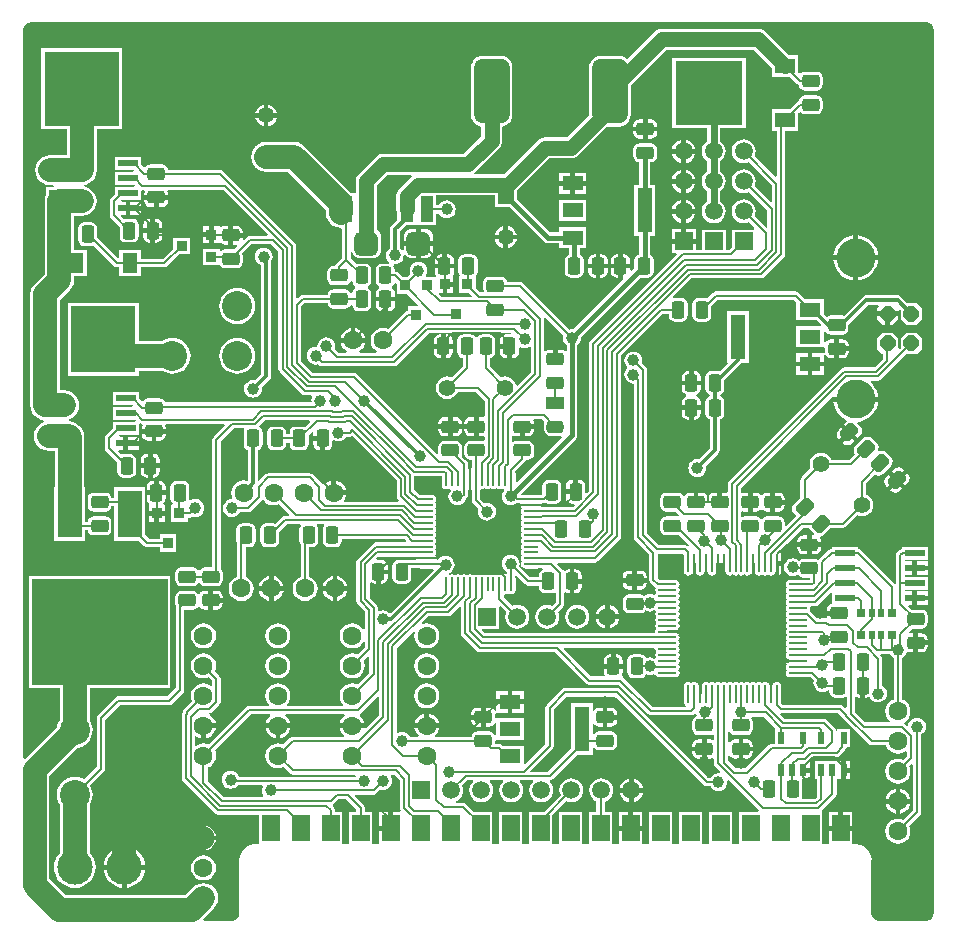
<source format=gtl>
G04 Layer_Physical_Order=1*
G04 Layer_Color=255*
%FSLAX44Y44*%
%MOMM*%
G71*
G01*
G75*
G04:AMPARAMS|DCode=10|XSize=1.1mm|YSize=1.5mm|CornerRadius=0.275mm|HoleSize=0mm|Usage=FLASHONLY|Rotation=90.000|XOffset=0mm|YOffset=0mm|HoleType=Round|Shape=RoundedRectangle|*
%AMROUNDEDRECTD10*
21,1,1.1000,0.9500,0,0,90.0*
21,1,0.5500,1.5000,0,0,90.0*
1,1,0.5500,0.4750,0.2750*
1,1,0.5500,0.4750,-0.2750*
1,1,0.5500,-0.4750,-0.2750*
1,1,0.5500,-0.4750,0.2750*
%
%ADD10ROUNDEDRECTD10*%
G04:AMPARAMS|DCode=11|XSize=1.5mm|YSize=1.1mm|CornerRadius=0.275mm|HoleSize=0mm|Usage=FLASHONLY|Rotation=90.000|XOffset=0mm|YOffset=0mm|HoleType=Round|Shape=RoundedRectangle|*
%AMROUNDEDRECTD11*
21,1,1.5000,0.5500,0,0,90.0*
21,1,0.9500,1.1000,0,0,90.0*
1,1,0.5500,0.2750,0.4750*
1,1,0.5500,0.2750,-0.4750*
1,1,0.5500,-0.2750,-0.4750*
1,1,0.5500,-0.2750,0.4750*
%
%ADD11ROUNDEDRECTD11*%
G04:AMPARAMS|DCode=12|XSize=1.1mm|YSize=1.5mm|CornerRadius=0.275mm|HoleSize=0mm|Usage=FLASHONLY|Rotation=0.000|XOffset=0mm|YOffset=0mm|HoleType=Round|Shape=RoundedRectangle|*
%AMROUNDEDRECTD12*
21,1,1.1000,0.9500,0,0,0.0*
21,1,0.5500,1.5000,0,0,0.0*
1,1,0.5500,0.2750,-0.4750*
1,1,0.5500,-0.2750,-0.4750*
1,1,0.5500,-0.2750,0.4750*
1,1,0.5500,0.2750,0.4750*
%
%ADD12ROUNDEDRECTD12*%
G04:AMPARAMS|DCode=13|XSize=1.5mm|YSize=1.1mm|CornerRadius=0.275mm|HoleSize=0mm|Usage=FLASHONLY|Rotation=0.000|XOffset=0mm|YOffset=0mm|HoleType=Round|Shape=RoundedRectangle|*
%AMROUNDEDRECTD13*
21,1,1.5000,0.5500,0,0,0.0*
21,1,0.9500,1.1000,0,0,0.0*
1,1,0.5500,0.4750,-0.2750*
1,1,0.5500,-0.4750,-0.2750*
1,1,0.5500,-0.4750,0.2750*
1,1,0.5500,0.4750,0.2750*
%
%ADD13ROUNDEDRECTD13*%
G04:AMPARAMS|DCode=14|XSize=1.1mm|YSize=1.5mm|CornerRadius=0.4125mm|HoleSize=0mm|Usage=FLASHONLY|Rotation=270.000|XOffset=0mm|YOffset=0mm|HoleType=Round|Shape=RoundedRectangle|*
%AMROUNDEDRECTD14*
21,1,1.1000,0.6750,0,0,270.0*
21,1,0.2750,1.5000,0,0,270.0*
1,1,0.8250,-0.3375,-0.1375*
1,1,0.8250,-0.3375,0.1375*
1,1,0.8250,0.3375,0.1375*
1,1,0.8250,0.3375,-0.1375*
%
%ADD14ROUNDEDRECTD14*%
%ADD15R,1.5000X1.1000*%
%ADD16O,1.2000X0.2500*%
%ADD17O,0.2500X1.2000*%
%ADD18R,0.9000X0.9500*%
%ADD19R,0.9000X0.9500*%
%ADD20R,0.9500X0.9000*%
%ADD21R,0.9500X0.9000*%
%ADD22R,2.0800X4.0000*%
%ADD23R,11.5000X9.0000*%
%ADD24R,1.7000X0.6000*%
%ADD25R,1.8000X1.3000*%
%ADD26R,1.3000X3.8500*%
G04:AMPARAMS|DCode=27|XSize=1.1mm|YSize=1.5mm|CornerRadius=0.275mm|HoleSize=0mm|Usage=FLASHONLY|Rotation=315.000|XOffset=0mm|YOffset=0mm|HoleType=Round|Shape=RoundedRectangle|*
%AMROUNDEDRECTD27*
21,1,1.1000,0.9500,0,0,315.0*
21,1,0.5500,1.5000,0,0,315.0*
1,1,0.5500,-0.1414,-0.5303*
1,1,0.5500,-0.5303,-0.1414*
1,1,0.5500,0.1414,0.5303*
1,1,0.5500,0.5303,0.1414*
%
%ADD27ROUNDEDRECTD27*%
G04:AMPARAMS|DCode=28|XSize=1.5mm|YSize=1.1mm|CornerRadius=0.275mm|HoleSize=0mm|Usage=FLASHONLY|Rotation=225.000|XOffset=0mm|YOffset=0mm|HoleType=Round|Shape=RoundedRectangle|*
%AMROUNDEDRECTD28*
21,1,1.5000,0.5500,0,0,225.0*
21,1,0.9500,1.1000,0,0,225.0*
1,1,0.5500,-0.5303,-0.1414*
1,1,0.5500,0.1414,0.5303*
1,1,0.5500,0.5303,0.1414*
1,1,0.5500,-0.1414,-0.5303*
%
%ADD28ROUNDEDRECTD28*%
G04:AMPARAMS|DCode=29|XSize=2mm|YSize=2mm|CornerRadius=0.5mm|HoleSize=0mm|Usage=FLASHONLY|Rotation=0.000|XOffset=0mm|YOffset=0mm|HoleType=Round|Shape=RoundedRectangle|*
%AMROUNDEDRECTD29*
21,1,2.0000,1.0000,0,0,0.0*
21,1,1.0000,2.0000,0,0,0.0*
1,1,1.0000,0.5000,-0.5000*
1,1,1.0000,-0.5000,-0.5000*
1,1,1.0000,-0.5000,0.5000*
1,1,1.0000,0.5000,0.5000*
%
%ADD29ROUNDEDRECTD29*%
%ADD30R,1.1000X2.2000*%
%ADD31R,10.8000X10.8000*%
G04:AMPARAMS|DCode=32|XSize=3mm|YSize=5.5mm|CornerRadius=0.75mm|HoleSize=0mm|Usage=FLASHONLY|Rotation=0.000|XOffset=0mm|YOffset=0mm|HoleType=Round|Shape=RoundedRectangle|*
%AMROUNDEDRECTD32*
21,1,3.0000,4.0000,0,0,0.0*
21,1,1.5000,5.5000,0,0,0.0*
1,1,1.5000,0.7500,-2.0000*
1,1,1.5000,-0.7500,-2.0000*
1,1,1.5000,-0.7500,2.0000*
1,1,1.5000,0.7500,2.0000*
%
%ADD32ROUNDEDRECTD32*%
%ADD33R,0.5500X1.0000*%
%ADD34R,0.5500X1.0000*%
%ADD35O,1.5500X0.2500*%
%ADD36O,0.2500X1.5500*%
%ADD37R,1.7000X1.3000*%
%ADD38R,5.7000X5.5000*%
%ADD39R,1.3000X1.7000*%
%ADD40R,5.5000X5.7000*%
%ADD41R,0.7000X0.7000*%
%ADD42R,0.5000X0.7000*%
%ADD43R,1.5000X2.2500*%
%ADD44C,0.2000*%
%ADD45C,0.4000*%
%ADD46C,0.3000*%
%ADD47C,0.6000*%
%ADD48C,1.2500*%
%ADD49C,2.0000*%
%ADD50P,1.4147X8X112.5*%
%ADD51C,3.2998*%
%ADD52C,1.4000*%
%ADD53C,1.5000*%
%ADD54R,1.5000X1.5000*%
%ADD55C,1.6000*%
%ADD56R,1.3500X1.3500*%
%ADD57C,1.3500*%
%ADD58C,6.3500*%
%ADD59R,6.3500X6.3500*%
%ADD60R,1.5000X1.5000*%
%ADD61C,2.5400*%
%ADD62C,3.0000*%
%ADD63C,1.0000*%
%ADD64C,1.2700*%
G36*
X1467737Y1855813D02*
X1469845Y1854405D01*
X1471253Y1852297D01*
X1471715Y1849977D01*
X1471681Y1849810D01*
Y1101810D01*
X1471715Y1101643D01*
X1471253Y1099323D01*
X1469845Y1097215D01*
X1467737Y1095807D01*
X1465417Y1095345D01*
X1465250Y1095379D01*
X1425250D01*
X1425083Y1095345D01*
X1422763Y1095807D01*
X1420655Y1097215D01*
X1419247Y1099323D01*
X1418785Y1101643D01*
X1418819Y1101810D01*
Y1146810D01*
X1418866D01*
X1418403Y1150334D01*
X1417042Y1153618D01*
X1414878Y1156438D01*
X1412058Y1158602D01*
X1408774Y1159962D01*
X1406960Y1160201D01*
X1406721Y1160361D01*
X1405250Y1160654D01*
X1402640D01*
Y1171828D01*
X1392600D01*
X1382560D01*
Y1160654D01*
X1377200D01*
Y1187578D01*
X1377200Y1187578D01*
X1377200D01*
X1376992Y1188848D01*
X1388273Y1200130D01*
X1389047Y1201288D01*
X1389319Y1202653D01*
Y1214266D01*
X1389960Y1215270D01*
X1393250D01*
Y1222810D01*
Y1230350D01*
X1389960D01*
Y1230310D01*
X1381500D01*
Y1230310D01*
X1371000D01*
Y1215310D01*
X1372681D01*
Y1200288D01*
X1370772Y1198379D01*
X1360201D01*
X1359603Y1199499D01*
X1359945Y1200012D01*
X1360353Y1202060D01*
Y1211560D01*
X1359945Y1213608D01*
X1359584Y1214150D01*
X1360182Y1215270D01*
X1366540D01*
Y1220810D01*
X1361250D01*
Y1224810D01*
X1366540D01*
Y1230350D01*
X1366496D01*
X1366010Y1231523D01*
X1368728Y1234241D01*
X1389250D01*
X1390616Y1234513D01*
X1391773Y1235287D01*
X1396773Y1240287D01*
X1397547Y1241444D01*
X1397819Y1242810D01*
X1400500D01*
Y1257810D01*
X1390000D01*
Y1256381D01*
X1388730Y1256255D01*
X1388547Y1257176D01*
X1387773Y1258333D01*
X1380773Y1265333D01*
X1379616Y1266107D01*
X1378250Y1266379D01*
X1345385D01*
X1341709Y1270054D01*
X1342180Y1271087D01*
X1342318Y1271241D01*
X1390772D01*
X1393886Y1268127D01*
X1393954Y1267787D01*
X1394727Y1266629D01*
X1416470Y1244887D01*
X1417628Y1244113D01*
X1418993Y1243841D01*
X1431363D01*
X1432078Y1242115D01*
X1433761Y1239921D01*
X1435955Y1238238D01*
X1438509Y1237180D01*
X1441250Y1236819D01*
X1443991Y1237180D01*
X1446545Y1238238D01*
X1447542Y1239003D01*
X1448681Y1238442D01*
Y1234488D01*
X1445718Y1231525D01*
X1443991Y1232240D01*
X1441250Y1232601D01*
X1438509Y1232240D01*
X1435955Y1231182D01*
X1433761Y1229499D01*
X1432078Y1227305D01*
X1431020Y1224751D01*
X1430659Y1222010D01*
X1431020Y1219269D01*
X1432078Y1216715D01*
X1433761Y1214521D01*
X1435955Y1212838D01*
X1438509Y1211780D01*
X1441250Y1211419D01*
X1443991Y1211780D01*
X1446545Y1212838D01*
X1448739Y1214521D01*
X1450422Y1216715D01*
X1451480Y1219269D01*
X1451841Y1222010D01*
X1451480Y1224751D01*
X1450764Y1226478D01*
X1452508Y1228221D01*
X1453681Y1227735D01*
Y1188688D01*
X1445718Y1180724D01*
X1443991Y1181440D01*
X1441250Y1181801D01*
X1438509Y1181440D01*
X1435955Y1180382D01*
X1433761Y1178699D01*
X1432078Y1176505D01*
X1431020Y1173951D01*
X1430659Y1171210D01*
X1431020Y1168469D01*
X1432078Y1165915D01*
X1433761Y1163721D01*
X1435955Y1162038D01*
X1438509Y1160980D01*
X1441250Y1160619D01*
X1443991Y1160980D01*
X1446545Y1162038D01*
X1448739Y1163721D01*
X1450422Y1165915D01*
X1451480Y1168469D01*
X1451841Y1171210D01*
X1451480Y1173951D01*
X1450764Y1175678D01*
X1459773Y1184687D01*
X1460547Y1185844D01*
X1460819Y1187210D01*
Y1253170D01*
X1461032Y1253259D01*
X1462599Y1254461D01*
X1463801Y1256028D01*
X1464557Y1257852D01*
X1464815Y1259810D01*
X1464557Y1261768D01*
X1463801Y1263592D01*
X1462599Y1265159D01*
X1461032Y1266361D01*
X1459208Y1267117D01*
X1457250Y1267375D01*
X1455292Y1267117D01*
X1453468Y1266361D01*
X1451901Y1265159D01*
X1450699Y1263592D01*
X1449943Y1261768D01*
X1449867Y1261192D01*
X1448526Y1260737D01*
X1446930Y1262333D01*
X1446847Y1262389D01*
X1446756Y1262767D01*
X1446879Y1263895D01*
X1448739Y1265321D01*
X1450422Y1267515D01*
X1451480Y1270069D01*
X1451841Y1272810D01*
X1451480Y1275551D01*
X1450422Y1278105D01*
X1448739Y1280299D01*
X1446545Y1281982D01*
X1444819Y1282697D01*
Y1318170D01*
X1445032Y1318259D01*
X1446599Y1319461D01*
X1447801Y1321028D01*
X1448325Y1322292D01*
X1449220Y1322924D01*
X1449857Y1322993D01*
X1451500Y1322666D01*
X1454250D01*
Y1330810D01*
Y1338954D01*
X1451500D01*
X1451167Y1338887D01*
X1450541Y1340058D01*
X1453192Y1342709D01*
X1460998D01*
X1463047Y1343116D01*
X1464783Y1344276D01*
X1465944Y1346013D01*
X1466351Y1348062D01*
Y1353562D01*
X1465944Y1355610D01*
X1464783Y1357346D01*
X1463047Y1358507D01*
X1460998Y1358914D01*
X1453192D01*
X1450110Y1361997D01*
X1450596Y1363170D01*
X1453250D01*
Y1368710D01*
Y1374250D01*
X1446819D01*
Y1375910D01*
X1466250D01*
Y1386910D01*
X1446819D01*
Y1388570D01*
X1453250D01*
Y1394110D01*
Y1399650D01*
X1446819D01*
Y1401310D01*
X1466250D01*
Y1412310D01*
X1444250D01*
Y1410180D01*
X1443884Y1410107D01*
X1442727Y1409333D01*
X1440727Y1407333D01*
X1439953Y1406176D01*
X1439681Y1404810D01*
Y1381207D01*
X1438411Y1380695D01*
X1409773Y1409333D01*
X1408616Y1410107D01*
X1407750Y1410279D01*
Y1412310D01*
X1385750D01*
Y1410379D01*
X1385250D01*
X1383884Y1410107D01*
X1382727Y1409333D01*
X1374727Y1401333D01*
X1373631Y1401116D01*
X1373050Y1401504D01*
X1371002Y1401911D01*
X1361502D01*
X1359453Y1401504D01*
X1357717Y1400343D01*
X1357422Y1400295D01*
X1356032Y1401361D01*
X1354208Y1402117D01*
X1352250Y1402375D01*
X1350292Y1402117D01*
X1348468Y1401361D01*
X1346901Y1400159D01*
X1345699Y1398592D01*
X1344943Y1396768D01*
X1344685Y1394810D01*
X1344943Y1392852D01*
X1345699Y1391028D01*
X1346901Y1389461D01*
X1348468Y1388259D01*
X1350292Y1387503D01*
X1352250Y1387245D01*
X1354208Y1387503D01*
X1356032Y1388259D01*
X1357186Y1388068D01*
X1357717Y1387274D01*
X1359453Y1386113D01*
X1361502Y1385706D01*
X1366681D01*
Y1383879D01*
X1364281D01*
X1363000Y1384133D01*
X1350000D01*
X1348537Y1383842D01*
X1347296Y1383014D01*
X1346468Y1381773D01*
X1346177Y1380310D01*
X1346468Y1378847D01*
X1347160Y1377810D01*
X1346468Y1376773D01*
X1346177Y1375310D01*
X1346468Y1373847D01*
X1347160Y1372810D01*
X1346468Y1371773D01*
X1346177Y1370310D01*
X1346468Y1368847D01*
X1347160Y1367810D01*
X1346468Y1366773D01*
X1346177Y1365310D01*
X1346468Y1363847D01*
X1347160Y1362810D01*
X1346468Y1361773D01*
X1346177Y1360310D01*
X1346468Y1358847D01*
X1347160Y1357810D01*
X1346468Y1356773D01*
X1346177Y1355310D01*
X1346468Y1353847D01*
X1347160Y1352810D01*
X1346468Y1351773D01*
X1346177Y1350310D01*
X1346468Y1348847D01*
X1347160Y1347810D01*
X1346468Y1346773D01*
X1346177Y1345310D01*
X1346468Y1343847D01*
X1347160Y1342810D01*
X1346468Y1341773D01*
X1346177Y1340310D01*
X1346468Y1338847D01*
X1347160Y1337810D01*
X1346468Y1336773D01*
X1346177Y1335310D01*
X1346468Y1333847D01*
X1347160Y1332810D01*
X1346468Y1331773D01*
X1346177Y1330310D01*
X1346468Y1328847D01*
X1347160Y1327810D01*
X1346468Y1326773D01*
X1346177Y1325310D01*
X1346468Y1323847D01*
X1347160Y1322810D01*
X1346468Y1321773D01*
X1346177Y1320310D01*
X1346468Y1318847D01*
X1347136Y1317846D01*
X1346778Y1317310D01*
X1347739D01*
X1348537Y1316777D01*
X1350000Y1316486D01*
X1356500D01*
Y1314134D01*
X1350000D01*
X1348537Y1313843D01*
X1347739Y1313310D01*
X1346778D01*
X1347136Y1312774D01*
X1346468Y1311773D01*
X1346177Y1310310D01*
X1346468Y1308847D01*
X1347160Y1307810D01*
X1346468Y1306773D01*
X1346177Y1305310D01*
X1346468Y1303847D01*
X1347296Y1302607D01*
X1348537Y1301778D01*
X1350000Y1301487D01*
X1363000D01*
X1364281Y1301741D01*
X1367272D01*
X1370032Y1298982D01*
X1369943Y1298768D01*
X1369685Y1296810D01*
X1369943Y1294852D01*
X1370699Y1293028D01*
X1371901Y1291461D01*
X1373468Y1290259D01*
X1375292Y1289503D01*
X1377250Y1289245D01*
X1379208Y1289503D01*
X1381032Y1290259D01*
X1381877Y1290907D01*
X1383147Y1290654D01*
Y1289810D01*
X1383555Y1287762D01*
X1384715Y1286025D01*
X1386452Y1284865D01*
X1388500Y1284458D01*
X1394000D01*
X1396048Y1284865D01*
X1396562Y1285208D01*
X1397682Y1284610D01*
Y1276084D01*
X1396509Y1275598D01*
X1394773Y1277333D01*
X1393616Y1278107D01*
X1392250Y1278379D01*
X1343728D01*
X1342320Y1279787D01*
X1342573Y1281060D01*
Y1294060D01*
X1342282Y1295523D01*
X1341454Y1296764D01*
X1340213Y1297592D01*
X1338750Y1297883D01*
X1337287Y1297592D01*
X1336286Y1296924D01*
X1335750Y1297282D01*
Y1296321D01*
X1335217Y1295523D01*
X1334926Y1294060D01*
Y1287560D01*
X1332574D01*
Y1294060D01*
X1332283Y1295523D01*
X1331750Y1296321D01*
Y1297282D01*
X1331214Y1296924D01*
X1330213Y1297592D01*
X1328750Y1297883D01*
X1327287Y1297592D01*
X1326250Y1296900D01*
X1325213Y1297592D01*
X1323750Y1297883D01*
X1322287Y1297592D01*
X1321250Y1296900D01*
X1320213Y1297592D01*
X1318750Y1297883D01*
X1317287Y1297592D01*
X1316250Y1296900D01*
X1315213Y1297592D01*
X1313750Y1297883D01*
X1312287Y1297592D01*
X1311250Y1296900D01*
X1310213Y1297592D01*
X1308750Y1297883D01*
X1307287Y1297592D01*
X1306250Y1296900D01*
X1305213Y1297592D01*
X1303750Y1297883D01*
X1302287Y1297592D01*
X1301250Y1296900D01*
X1300213Y1297592D01*
X1298750Y1297883D01*
X1297287Y1297592D01*
X1296250Y1296900D01*
X1295213Y1297592D01*
X1293750Y1297883D01*
X1292287Y1297592D01*
X1291250Y1296900D01*
X1290213Y1297592D01*
X1288750Y1297883D01*
X1287287Y1297592D01*
X1286250Y1296900D01*
X1285213Y1297592D01*
X1283750Y1297883D01*
X1282287Y1297592D01*
X1281250Y1296900D01*
X1280213Y1297592D01*
X1278750Y1297883D01*
X1277287Y1297592D01*
X1276286Y1296924D01*
X1275750Y1297282D01*
Y1296321D01*
X1275217Y1295523D01*
X1274926Y1294060D01*
Y1287560D01*
X1272574D01*
Y1294060D01*
X1272283Y1295523D01*
X1271750Y1296321D01*
Y1297282D01*
X1271214Y1296924D01*
X1270213Y1297592D01*
X1268750Y1297883D01*
X1267287Y1297592D01*
X1266250Y1296900D01*
X1265213Y1297592D01*
X1263750Y1297883D01*
X1262287Y1297592D01*
X1261046Y1296764D01*
X1260218Y1295523D01*
X1259927Y1294060D01*
Y1281060D01*
X1260218Y1279597D01*
X1261046Y1278356D01*
X1262106Y1277649D01*
X1262072Y1276900D01*
X1261895Y1276379D01*
X1233728D01*
X1208773Y1301333D01*
X1208053Y1301815D01*
X1207531Y1303320D01*
X1207983Y1303996D01*
X1208394Y1306060D01*
Y1308810D01*
X1200250D01*
X1192106D01*
Y1306060D01*
X1192517Y1303996D01*
X1192849Y1303499D01*
X1192251Y1302379D01*
X1181228D01*
X1158039Y1325568D01*
X1158525Y1326741D01*
X1234960D01*
X1235766Y1325760D01*
X1235676Y1325310D01*
X1235968Y1323847D01*
X1236660Y1322810D01*
X1235968Y1321773D01*
X1235676Y1320310D01*
X1235968Y1318847D01*
X1235377Y1317445D01*
X1235032Y1317361D01*
X1233208Y1318117D01*
X1231250Y1318375D01*
X1229292Y1318117D01*
X1228000Y1317582D01*
X1227947Y1317610D01*
X1226786Y1319347D01*
X1225050Y1320507D01*
X1223001Y1320914D01*
X1217502D01*
X1215453Y1320507D01*
X1213717Y1319347D01*
X1212556Y1317610D01*
X1212149Y1315562D01*
Y1306062D01*
X1212556Y1304013D01*
X1213717Y1302277D01*
X1215453Y1301116D01*
X1217502Y1300709D01*
X1223001D01*
X1225050Y1301116D01*
X1226786Y1302277D01*
X1227947Y1304013D01*
X1227996Y1304040D01*
X1229292Y1303503D01*
X1231250Y1303245D01*
X1233208Y1303503D01*
X1234624Y1304090D01*
X1235570Y1303919D01*
X1236176Y1303535D01*
X1236796Y1302607D01*
X1238037Y1301778D01*
X1239500Y1301487D01*
X1252500D01*
X1253963Y1301778D01*
X1255204Y1302607D01*
X1256032Y1303847D01*
X1256323Y1305310D01*
X1256032Y1306773D01*
X1255340Y1307810D01*
X1256032Y1308847D01*
X1256323Y1310310D01*
X1256032Y1311773D01*
X1255340Y1312810D01*
X1256032Y1313847D01*
X1256323Y1315310D01*
X1256032Y1316773D01*
X1255340Y1317810D01*
X1256032Y1318847D01*
X1256323Y1320310D01*
X1256032Y1321773D01*
X1255340Y1322810D01*
X1256032Y1323847D01*
X1256323Y1325310D01*
X1256032Y1326773D01*
X1255340Y1327810D01*
X1256032Y1328847D01*
X1256323Y1330310D01*
X1256032Y1331773D01*
X1255340Y1332810D01*
X1256032Y1333847D01*
X1256323Y1335310D01*
X1256032Y1336773D01*
X1255364Y1337774D01*
X1255722Y1338310D01*
X1254761D01*
X1253963Y1338843D01*
X1252500Y1339134D01*
X1246000D01*
Y1341486D01*
X1252500D01*
X1253963Y1341777D01*
X1254761Y1342310D01*
X1255722D01*
X1255364Y1342846D01*
X1256032Y1343847D01*
X1256323Y1345310D01*
X1256032Y1346773D01*
X1255340Y1347810D01*
X1256032Y1348847D01*
X1256323Y1350310D01*
X1256032Y1351773D01*
X1255340Y1352810D01*
X1256032Y1353847D01*
X1256323Y1355310D01*
X1256032Y1356773D01*
X1255340Y1357810D01*
X1256032Y1358847D01*
X1256323Y1360310D01*
X1256032Y1361773D01*
X1255340Y1362810D01*
X1256032Y1363847D01*
X1256323Y1365310D01*
X1256032Y1366773D01*
X1255340Y1367810D01*
X1256032Y1368847D01*
X1256323Y1370310D01*
X1256032Y1371773D01*
X1255340Y1372810D01*
X1256032Y1373847D01*
X1256323Y1375310D01*
X1256032Y1376773D01*
X1255340Y1377810D01*
X1256032Y1378847D01*
X1256323Y1380310D01*
X1256032Y1381773D01*
X1255204Y1383014D01*
X1253963Y1383842D01*
X1252500Y1384133D01*
X1239500D01*
X1239061Y1384046D01*
X1237819Y1385288D01*
Y1406241D01*
X1259041D01*
X1260030Y1405078D01*
X1259927Y1404560D01*
Y1391560D01*
X1260218Y1390097D01*
X1261046Y1388857D01*
X1262287Y1388028D01*
X1263750Y1387737D01*
X1265213Y1388028D01*
X1266214Y1388696D01*
X1266750Y1388338D01*
Y1389299D01*
X1267283Y1390097D01*
X1267574Y1391560D01*
Y1398060D01*
X1269926D01*
Y1391560D01*
X1270217Y1390097D01*
X1270750Y1389299D01*
Y1388338D01*
X1271286Y1388696D01*
X1272287Y1388028D01*
X1273750Y1387737D01*
X1275213Y1388028D01*
X1276214Y1388696D01*
X1276750Y1388338D01*
Y1389299D01*
X1277283Y1390097D01*
X1277574Y1391560D01*
Y1398060D01*
X1279926D01*
Y1391560D01*
X1280217Y1390097D01*
X1280750Y1389299D01*
Y1388338D01*
X1281286Y1388696D01*
X1282287Y1388028D01*
X1283750Y1387737D01*
X1285213Y1388028D01*
X1286214Y1388696D01*
X1286750Y1388338D01*
Y1389299D01*
X1287283Y1390097D01*
X1287574Y1391560D01*
Y1398060D01*
X1290750D01*
Y1388338D01*
X1291250Y1388672D01*
X1291750Y1388338D01*
Y1398060D01*
X1294926D01*
Y1391560D01*
X1295217Y1390097D01*
X1295750Y1389299D01*
Y1388338D01*
X1296286Y1388696D01*
X1297287Y1388028D01*
X1298750Y1387737D01*
X1300213Y1388028D01*
X1301250Y1388720D01*
X1302287Y1388028D01*
X1303750Y1387737D01*
X1305213Y1388028D01*
X1306250Y1388720D01*
X1307287Y1388028D01*
X1308750Y1387737D01*
X1310213Y1388028D01*
X1311250Y1388720D01*
X1312287Y1388028D01*
X1313750Y1387737D01*
X1315213Y1388028D01*
X1316214Y1388696D01*
X1316750Y1388338D01*
Y1389299D01*
X1317283Y1390097D01*
X1317574Y1391560D01*
Y1398060D01*
X1319926D01*
Y1391560D01*
X1320217Y1390097D01*
X1320750Y1389299D01*
Y1388338D01*
X1321286Y1388696D01*
X1322287Y1388028D01*
X1323750Y1387737D01*
X1325213Y1388028D01*
X1326250Y1388720D01*
X1327287Y1388028D01*
X1328750Y1387737D01*
X1330213Y1388028D01*
X1331250Y1388720D01*
X1332287Y1388028D01*
X1333750Y1387737D01*
X1335213Y1388028D01*
X1336214Y1388696D01*
X1336750Y1388338D01*
Y1389299D01*
X1337283Y1390097D01*
X1337574Y1391560D01*
Y1398060D01*
X1338750D01*
Y1400060D01*
X1342614D01*
Y1404560D01*
X1342320Y1406039D01*
X1341482Y1407292D01*
X1341276Y1407430D01*
X1341152Y1408694D01*
X1360623Y1428166D01*
X1366143D01*
X1367233Y1426535D01*
X1370544Y1423224D01*
X1370018Y1421954D01*
X1368250D01*
Y1415810D01*
X1376394D01*
Y1416560D01*
X1375983Y1418624D01*
X1375173Y1419836D01*
X1375648Y1421220D01*
X1375655Y1421227D01*
X1376955Y1421486D01*
X1378692Y1422646D01*
X1384212Y1428166D01*
X1394827D01*
X1396193Y1428437D01*
X1397351Y1429211D01*
X1406872Y1438732D01*
X1408094Y1438226D01*
X1410574Y1437899D01*
X1413054Y1438226D01*
X1415365Y1439183D01*
X1417350Y1440706D01*
X1418872Y1442690D01*
X1419830Y1445001D01*
X1420156Y1447481D01*
X1419830Y1449961D01*
X1418872Y1452272D01*
X1417350Y1454257D01*
X1415365Y1455779D01*
X1414143Y1456286D01*
Y1465793D01*
X1421672Y1473323D01*
X1422715Y1472626D01*
X1424763Y1472219D01*
X1426812Y1472626D01*
X1428549Y1473787D01*
X1435266Y1480504D01*
X1436426Y1482241D01*
X1436834Y1484289D01*
X1436426Y1486338D01*
X1435266Y1488074D01*
X1431377Y1491963D01*
X1429640Y1493124D01*
X1427592Y1493531D01*
X1425544Y1493124D01*
X1425365Y1493005D01*
X1424450Y1493920D01*
X1424570Y1494100D01*
X1424977Y1496148D01*
X1424570Y1498197D01*
X1423409Y1499933D01*
X1419520Y1503822D01*
X1417784Y1504983D01*
X1415735Y1505390D01*
X1413687Y1504983D01*
X1411950Y1503822D01*
X1405233Y1497105D01*
X1404073Y1495368D01*
X1403665Y1493320D01*
X1404073Y1491272D01*
X1404769Y1490229D01*
X1400238Y1485698D01*
X1384731D01*
X1384224Y1486920D01*
X1382701Y1488905D01*
X1380717Y1490428D01*
X1378406Y1491385D01*
X1375926Y1491711D01*
X1373446Y1491385D01*
X1371135Y1490428D01*
X1369151Y1488905D01*
X1367628Y1486920D01*
X1366671Y1484609D01*
X1366344Y1482129D01*
X1366671Y1479649D01*
X1367177Y1478427D01*
X1359656Y1470906D01*
X1358882Y1469748D01*
X1358610Y1468383D01*
Y1453767D01*
X1353091Y1448247D01*
X1351930Y1446511D01*
X1351523Y1444462D01*
X1351930Y1442414D01*
X1353091Y1440677D01*
X1355238Y1438530D01*
X1346528Y1429821D01*
X1345354Y1430307D01*
Y1432558D01*
X1344947Y1434607D01*
X1343787Y1436344D01*
X1342050Y1437504D01*
X1340002Y1437911D01*
X1330502D01*
X1328453Y1437504D01*
X1326717Y1436344D01*
X1326386Y1435849D01*
X1325116D01*
X1324785Y1436345D01*
X1323048Y1437505D01*
X1321000Y1437913D01*
X1311500D01*
X1309590Y1437533D01*
X1309205Y1437624D01*
X1308320Y1438096D01*
Y1441481D01*
X1309118Y1441907D01*
X1309590Y1442046D01*
X1311500Y1441666D01*
X1314250D01*
Y1449810D01*
Y1457954D01*
X1311500D01*
X1309590Y1457574D01*
X1309118Y1457713D01*
X1308320Y1458139D01*
Y1462210D01*
X1385274Y1539164D01*
X1386022Y1538810D01*
X1405450D01*
X1424384D01*
X1424213Y1540542D01*
X1423125Y1544131D01*
X1421357Y1547439D01*
X1418978Y1550338D01*
X1417597Y1551471D01*
X1418052Y1552741D01*
X1424547D01*
X1425913Y1553012D01*
X1427071Y1553786D01*
X1448560Y1575276D01*
X1457066D01*
X1461584Y1579793D01*
Y1588828D01*
X1457066Y1593346D01*
X1448031D01*
X1443514Y1588828D01*
Y1580500D01*
X1442730Y1579890D01*
X1441584Y1580475D01*
Y1588828D01*
X1437066Y1593346D01*
X1428031D01*
X1423514Y1588828D01*
Y1579793D01*
X1428031Y1575276D01*
X1428252D01*
Y1570717D01*
X1421413Y1563878D01*
X1395716D01*
X1394350Y1563606D01*
X1393193Y1562833D01*
X1298228Y1467868D01*
X1297455Y1466711D01*
X1297183Y1465345D01*
Y1458814D01*
X1295913Y1457772D01*
X1295000Y1457954D01*
X1292250D01*
Y1449810D01*
X1288250D01*
Y1457954D01*
X1285500D01*
X1283436Y1457543D01*
X1281686Y1456374D01*
X1281014Y1455367D01*
X1279486D01*
X1278814Y1456374D01*
X1277064Y1457543D01*
X1275000Y1457954D01*
X1272250D01*
Y1449810D01*
X1268250D01*
Y1457954D01*
X1265500D01*
X1263436Y1457543D01*
X1261686Y1456374D01*
X1260990Y1455332D01*
X1259462D01*
X1258785Y1456345D01*
X1257048Y1457505D01*
X1255000Y1457913D01*
X1245500D01*
X1243452Y1457505D01*
X1241715Y1456345D01*
X1240555Y1454608D01*
X1240147Y1452560D01*
Y1447060D01*
X1240555Y1445012D01*
X1241715Y1443275D01*
X1243452Y1442115D01*
X1245500Y1441707D01*
X1253306D01*
X1256006Y1439008D01*
X1255380Y1437837D01*
X1255000Y1437913D01*
X1245500D01*
X1243452Y1437505D01*
X1241715Y1436345D01*
X1240555Y1434608D01*
X1240147Y1432560D01*
Y1427060D01*
X1240555Y1425012D01*
X1241715Y1423275D01*
X1243452Y1422115D01*
X1245500Y1421707D01*
X1255000D01*
X1255828Y1421872D01*
X1263970Y1413729D01*
X1263161Y1412743D01*
X1262616Y1413107D01*
X1261250Y1413379D01*
X1238728D01*
X1228818Y1423288D01*
Y1561810D01*
X1228547Y1563176D01*
X1227773Y1564333D01*
X1224468Y1567638D01*
X1224557Y1567852D01*
X1224815Y1569810D01*
X1224557Y1571768D01*
X1223801Y1573592D01*
X1222599Y1575159D01*
X1221032Y1576361D01*
X1219208Y1577117D01*
X1217250Y1577375D01*
X1215292Y1577117D01*
X1213468Y1576361D01*
X1211901Y1575159D01*
X1210699Y1573592D01*
X1209943Y1571768D01*
X1209685Y1569810D01*
X1209943Y1567852D01*
X1210699Y1566028D01*
X1211901Y1564461D01*
X1211922Y1564445D01*
Y1563174D01*
X1211901Y1563158D01*
X1210699Y1561591D01*
X1209943Y1559767D01*
X1209685Y1557809D01*
X1209943Y1555851D01*
X1210699Y1554027D01*
X1211901Y1552460D01*
X1213467Y1551258D01*
X1215292Y1550502D01*
X1217250Y1550244D01*
X1217681Y1549866D01*
Y1420153D01*
X1217953Y1418788D01*
X1218727Y1417630D01*
X1230681Y1405675D01*
Y1383810D01*
X1230953Y1382444D01*
X1231727Y1381287D01*
X1235227Y1377787D01*
X1235849Y1377371D01*
X1235968Y1376773D01*
X1235676Y1375310D01*
X1235968Y1373847D01*
X1236331Y1373302D01*
X1235898Y1371909D01*
X1235570Y1371701D01*
X1234624Y1371530D01*
X1233208Y1372117D01*
X1231250Y1372375D01*
X1229292Y1372117D01*
X1227468Y1371361D01*
X1226442Y1370574D01*
X1225050Y1371504D01*
X1223002Y1371911D01*
X1213502D01*
X1211453Y1371504D01*
X1209717Y1370343D01*
X1208556Y1368607D01*
X1208149Y1366559D01*
Y1361059D01*
X1208556Y1359010D01*
X1209717Y1357274D01*
X1211453Y1356113D01*
X1213502Y1355706D01*
X1223002D01*
X1225050Y1356113D01*
X1226787Y1357274D01*
X1227442Y1358255D01*
X1227468Y1358259D01*
X1229292Y1357503D01*
X1231250Y1357245D01*
X1233208Y1357503D01*
X1235032Y1358259D01*
X1235377Y1358175D01*
X1235968Y1356773D01*
X1235676Y1355310D01*
X1235968Y1353847D01*
X1236660Y1352810D01*
X1235968Y1351773D01*
X1235676Y1350310D01*
X1235968Y1348847D01*
X1236660Y1347810D01*
X1235968Y1346773D01*
X1235676Y1345310D01*
X1235968Y1343847D01*
X1236636Y1342846D01*
X1235930Y1341789D01*
X1235636Y1340310D01*
X1235725Y1339860D01*
X1234920Y1338879D01*
X1091228D01*
X1088470Y1341637D01*
X1088956Y1342810D01*
X1103450D01*
Y1361367D01*
X1104720Y1361893D01*
X1109718Y1356895D01*
X1109107Y1355421D01*
X1108764Y1352810D01*
X1109107Y1350199D01*
X1110115Y1347767D01*
X1111718Y1345678D01*
X1113807Y1344075D01*
X1116239Y1343067D01*
X1118850Y1342724D01*
X1121460Y1343067D01*
X1123893Y1344075D01*
X1125982Y1345678D01*
X1127585Y1347767D01*
X1128593Y1350199D01*
X1128936Y1352810D01*
X1128593Y1355421D01*
X1127585Y1357853D01*
X1125982Y1359942D01*
X1123893Y1361545D01*
X1121460Y1362553D01*
X1118850Y1362896D01*
X1116239Y1362553D01*
X1114765Y1361942D01*
X1107319Y1369387D01*
Y1370979D01*
X1108301Y1371784D01*
X1108751Y1371695D01*
X1110230Y1371989D01*
X1111287Y1372695D01*
X1112288Y1372027D01*
X1113751Y1371736D01*
X1115214Y1372027D01*
X1116454Y1372856D01*
X1117283Y1374096D01*
X1117574Y1375559D01*
Y1385059D01*
X1117319Y1386340D01*
Y1387034D01*
X1118493Y1387521D01*
X1125728Y1380285D01*
X1126886Y1379511D01*
X1128252Y1379240D01*
X1137146D01*
Y1378058D01*
X1137553Y1376010D01*
X1138714Y1374273D01*
X1140450Y1373113D01*
X1142498Y1372706D01*
X1147999D01*
X1150047Y1373113D01*
X1150560Y1373456D01*
X1151680Y1372857D01*
Y1365287D01*
X1148335Y1361942D01*
X1146861Y1362553D01*
X1144250Y1362896D01*
X1141639Y1362553D01*
X1139207Y1361545D01*
X1137118Y1359942D01*
X1135515Y1357853D01*
X1134507Y1355421D01*
X1134164Y1352810D01*
X1134507Y1350199D01*
X1135515Y1347767D01*
X1137118Y1345678D01*
X1139207Y1344075D01*
X1141639Y1343067D01*
X1144250Y1342724D01*
X1146861Y1343067D01*
X1149293Y1344075D01*
X1151382Y1345678D01*
X1152985Y1347767D01*
X1153993Y1350199D01*
X1154336Y1352810D01*
X1153993Y1355421D01*
X1153382Y1356895D01*
X1157772Y1361285D01*
X1158545Y1362443D01*
X1158817Y1363808D01*
Y1372812D01*
X1159937Y1373410D01*
X1160436Y1373077D01*
X1162500Y1372666D01*
X1163250D01*
Y1382810D01*
Y1392954D01*
X1162500D01*
X1160436Y1392543D01*
X1159554Y1391954D01*
X1157844Y1392226D01*
X1157772Y1392335D01*
X1152540Y1397567D01*
X1153026Y1398741D01*
X1184351D01*
X1185717Y1399012D01*
X1186875Y1399786D01*
X1205773Y1418684D01*
X1206547Y1419842D01*
X1206819Y1421208D01*
Y1574048D01*
X1242012Y1609241D01*
X1247147D01*
Y1608060D01*
X1247555Y1606012D01*
X1248715Y1604275D01*
X1250452Y1603115D01*
X1252500Y1602707D01*
X1258000D01*
X1260048Y1603115D01*
X1261785Y1604275D01*
X1262945Y1606012D01*
X1263353Y1608060D01*
Y1617560D01*
X1262945Y1619608D01*
X1261785Y1621345D01*
X1260048Y1622505D01*
X1258000Y1622913D01*
X1252500D01*
X1251655Y1622745D01*
X1251029Y1623915D01*
X1266356Y1639241D01*
X1325220D01*
X1326586Y1639513D01*
X1327744Y1640287D01*
X1344773Y1657316D01*
X1345547Y1658474D01*
X1345819Y1659839D01*
Y1764476D01*
X1356731D01*
Y1779060D01*
X1357463Y1779742D01*
X1358715Y1779791D01*
X1360452Y1778631D01*
X1362500Y1778223D01*
X1372000D01*
X1374048Y1778631D01*
X1375785Y1779791D01*
X1376945Y1781528D01*
X1377353Y1783576D01*
Y1789076D01*
X1376945Y1791125D01*
X1375785Y1792861D01*
X1374048Y1794021D01*
X1372000Y1794429D01*
X1362500D01*
X1360452Y1794021D01*
X1358715Y1792861D01*
X1357555Y1791125D01*
X1357258Y1789631D01*
X1357215Y1789623D01*
X1356058Y1788849D01*
X1349684Y1782476D01*
X1334731D01*
Y1764476D01*
X1338681D01*
Y1725585D01*
X1337508Y1725099D01*
X1319782Y1742825D01*
X1320393Y1744299D01*
X1320736Y1746910D01*
X1320393Y1749521D01*
X1319385Y1751953D01*
X1317782Y1754042D01*
X1315693Y1755645D01*
X1313260Y1756653D01*
X1310650Y1756996D01*
X1308040Y1756653D01*
X1305607Y1755645D01*
X1303518Y1754042D01*
X1301915Y1751953D01*
X1300907Y1749521D01*
X1300564Y1746910D01*
X1300907Y1744299D01*
X1301915Y1741867D01*
X1303518Y1739778D01*
X1305607Y1738175D01*
X1308040Y1737167D01*
X1310650Y1736824D01*
X1313260Y1737167D01*
X1314735Y1737778D01*
X1334681Y1717832D01*
Y1704185D01*
X1333508Y1703699D01*
X1319782Y1717425D01*
X1320393Y1718900D01*
X1320736Y1721510D01*
X1320393Y1724120D01*
X1319385Y1726553D01*
X1317782Y1728642D01*
X1315693Y1730245D01*
X1313260Y1731253D01*
X1310650Y1731596D01*
X1308040Y1731253D01*
X1305607Y1730245D01*
X1303518Y1728642D01*
X1301915Y1726553D01*
X1300907Y1724120D01*
X1300564Y1721510D01*
X1300907Y1718900D01*
X1301915Y1716467D01*
X1303518Y1714378D01*
X1305607Y1712775D01*
X1308040Y1711767D01*
X1310650Y1711424D01*
X1313260Y1711767D01*
X1314735Y1712378D01*
X1330681Y1696432D01*
Y1682785D01*
X1329508Y1682299D01*
X1319782Y1692025D01*
X1320393Y1693499D01*
X1320736Y1696110D01*
X1320393Y1698721D01*
X1319385Y1701153D01*
X1317782Y1703242D01*
X1315693Y1704845D01*
X1313260Y1705853D01*
X1310650Y1706196D01*
X1308040Y1705853D01*
X1305607Y1704845D01*
X1303518Y1703242D01*
X1301915Y1701153D01*
X1300907Y1698721D01*
X1300564Y1696110D01*
X1300907Y1693499D01*
X1301915Y1691067D01*
X1303518Y1688978D01*
X1305607Y1687375D01*
X1308040Y1686367D01*
X1310650Y1686024D01*
X1313260Y1686367D01*
X1314735Y1686978D01*
X1319733Y1681980D01*
X1319207Y1680710D01*
X1300650D01*
Y1665757D01*
X1298172Y1663279D01*
X1295250D01*
Y1680710D01*
X1275250D01*
Y1663279D01*
X1269890D01*
Y1668710D01*
X1259850D01*
X1249810D01*
Y1660670D01*
X1253404D01*
X1253890Y1659497D01*
X1180727Y1586333D01*
X1179953Y1585176D01*
X1179681Y1583810D01*
Y1459656D01*
X1177567Y1457542D01*
X1176394Y1458028D01*
Y1463560D01*
X1175983Y1465624D01*
X1174814Y1467374D01*
X1173064Y1468543D01*
X1171000Y1468954D01*
X1170250D01*
Y1458810D01*
X1168250D01*
Y1456810D01*
X1160106D01*
Y1454060D01*
X1160517Y1451996D01*
X1161686Y1450246D01*
X1163436Y1449077D01*
X1165500Y1448666D01*
X1167032D01*
X1167518Y1447493D01*
X1165903Y1445878D01*
X1140081D01*
X1139276Y1446859D01*
X1139365Y1447309D01*
X1139276Y1447759D01*
X1140081Y1448741D01*
X1141749D01*
X1143115Y1449012D01*
X1143358Y1449174D01*
X1143450Y1449113D01*
X1145499Y1448705D01*
X1150999D01*
X1153047Y1449113D01*
X1154783Y1450273D01*
X1155944Y1452010D01*
X1156351Y1454058D01*
Y1463558D01*
X1155944Y1465607D01*
X1154783Y1467343D01*
X1153047Y1468504D01*
X1150999Y1468911D01*
X1145499D01*
X1143450Y1468504D01*
X1141713Y1467343D01*
X1140553Y1465607D01*
X1140146Y1463558D01*
Y1455878D01*
X1136782D01*
X1135501Y1456133D01*
X1126001D01*
X1124719Y1455878D01*
X1122466D01*
X1121980Y1457051D01*
X1168494Y1503566D01*
X1169489Y1505054D01*
X1169838Y1506810D01*
Y1582877D01*
X1170599Y1583461D01*
X1171801Y1585028D01*
X1172557Y1586852D01*
X1172815Y1588810D01*
X1172690Y1589761D01*
X1222781Y1639852D01*
X1223502Y1639709D01*
X1229001D01*
X1231050Y1640116D01*
X1232787Y1641277D01*
X1233947Y1643013D01*
X1234354Y1645062D01*
Y1654562D01*
X1233947Y1656610D01*
X1232787Y1658347D01*
X1231338Y1659315D01*
Y1675060D01*
X1235750D01*
Y1718560D01*
X1231338D01*
Y1737706D01*
X1232002D01*
X1234050Y1738113D01*
X1235787Y1739274D01*
X1236947Y1741010D01*
X1237355Y1743059D01*
Y1748559D01*
X1236947Y1750607D01*
X1235787Y1752344D01*
X1234050Y1753504D01*
X1232002Y1753911D01*
X1222502D01*
X1220453Y1753504D01*
X1218717Y1752344D01*
X1217556Y1750607D01*
X1217149Y1748559D01*
Y1743059D01*
X1217556Y1741010D01*
X1218717Y1739274D01*
X1220453Y1738113D01*
X1222162Y1737773D01*
Y1718560D01*
X1217750D01*
Y1675060D01*
X1222162D01*
Y1659648D01*
X1221453Y1659507D01*
X1219716Y1658347D01*
X1218556Y1656610D01*
X1218149Y1654562D01*
Y1648197D01*
X1215664Y1645712D01*
X1214394Y1646239D01*
Y1647810D01*
X1208250D01*
Y1638632D01*
X1208348Y1638396D01*
X1166201Y1596250D01*
X1165250Y1596375D01*
X1163292Y1596117D01*
X1163078Y1596029D01*
X1123773Y1635333D01*
X1122616Y1636107D01*
X1121250Y1636379D01*
X1110190D01*
X1109945Y1637608D01*
X1108785Y1639345D01*
X1107048Y1640505D01*
X1105000Y1640913D01*
X1095500D01*
X1093452Y1640505D01*
X1091715Y1639345D01*
X1090555Y1637608D01*
X1090147Y1635560D01*
Y1630060D01*
X1090428Y1628649D01*
X1089566Y1627379D01*
X1087728D01*
X1083750Y1631357D01*
Y1641252D01*
X1083785Y1641275D01*
X1084945Y1643012D01*
X1085353Y1645060D01*
Y1654560D01*
X1084945Y1656608D01*
X1083785Y1658345D01*
X1082048Y1659505D01*
X1080000Y1659913D01*
X1074500D01*
X1072452Y1659505D01*
X1070715Y1658345D01*
X1069555Y1656608D01*
X1069147Y1654560D01*
Y1645060D01*
X1069555Y1643012D01*
X1070094Y1642204D01*
X1069750Y1641560D01*
X1069750D01*
Y1627060D01*
X1077953D01*
X1080461Y1624552D01*
X1079975Y1623379D01*
X1054725D01*
X1052257Y1625847D01*
X1052743Y1627020D01*
X1055750D01*
Y1634310D01*
X1057750D01*
Y1636310D01*
X1064790D01*
Y1641600D01*
X1064790D01*
X1064461Y1642215D01*
X1064983Y1642996D01*
X1065394Y1645060D01*
Y1647810D01*
X1057250D01*
X1049106D01*
Y1645060D01*
X1049517Y1642996D01*
X1050505Y1641517D01*
X1049617Y1640560D01*
X1042111D01*
X1041549Y1641699D01*
X1041801Y1642028D01*
X1042557Y1643852D01*
X1042815Y1645810D01*
X1042557Y1647768D01*
X1041801Y1649592D01*
X1040599Y1651159D01*
X1039032Y1652361D01*
X1037208Y1653117D01*
X1035250Y1653375D01*
X1033292Y1653117D01*
X1031468Y1652361D01*
X1029901Y1651159D01*
X1028699Y1649592D01*
X1027943Y1647768D01*
X1027685Y1645810D01*
X1027943Y1643852D01*
X1028325Y1642931D01*
X1025953Y1640560D01*
X1021547D01*
X1017773Y1644333D01*
X1016616Y1645107D01*
X1015353Y1645358D01*
Y1646560D01*
X1014945Y1648608D01*
X1013923Y1650139D01*
X1014211Y1650913D01*
X1014531Y1651340D01*
X1015250Y1651245D01*
X1017208Y1651503D01*
X1019032Y1652259D01*
X1020599Y1653461D01*
X1021801Y1655028D01*
X1022557Y1656852D01*
X1022815Y1658810D01*
X1022780Y1659073D01*
X1023995Y1659576D01*
X1024872Y1658432D01*
X1026448Y1657224D01*
X1028282Y1656464D01*
X1030250Y1656205D01*
X1033250D01*
Y1666810D01*
X1022645D01*
Y1663810D01*
X1022682Y1663531D01*
X1021467Y1663028D01*
X1020599Y1664159D01*
X1019328Y1665134D01*
Y1679121D01*
X1024518Y1684310D01*
X1032980D01*
X1033250Y1684310D01*
Y1684310D01*
X1034250D01*
Y1684310D01*
X1050250D01*
Y1694241D01*
X1052610D01*
X1052699Y1694028D01*
X1053901Y1692461D01*
X1055468Y1691259D01*
X1057292Y1690503D01*
X1059250Y1690245D01*
X1061208Y1690503D01*
X1063032Y1691259D01*
X1064599Y1692461D01*
X1065801Y1694028D01*
X1066557Y1695852D01*
X1066815Y1697810D01*
X1066557Y1699768D01*
X1065801Y1701592D01*
X1064599Y1703159D01*
X1063032Y1704361D01*
X1061208Y1705117D01*
X1059250Y1705375D01*
X1057292Y1705117D01*
X1055468Y1704361D01*
X1053901Y1703159D01*
X1052699Y1701592D01*
X1052610Y1701379D01*
X1050250D01*
Y1709984D01*
X1100000D01*
Y1700060D01*
X1112011D01*
X1141506Y1670566D01*
X1142994Y1669571D01*
X1144750Y1669222D01*
X1154250D01*
Y1664810D01*
X1162660D01*
Y1659546D01*
X1162450Y1659504D01*
X1160714Y1658343D01*
X1159553Y1656607D01*
X1159146Y1654558D01*
Y1645058D01*
X1159553Y1643010D01*
X1160714Y1641273D01*
X1162450Y1640113D01*
X1164499Y1639706D01*
X1169998D01*
X1172047Y1640113D01*
X1173784Y1641273D01*
X1174944Y1643010D01*
X1175351Y1645058D01*
Y1654558D01*
X1174944Y1656607D01*
X1173784Y1658343D01*
X1172047Y1659504D01*
X1171837Y1659546D01*
Y1664810D01*
X1177250D01*
Y1682810D01*
X1154250D01*
Y1678398D01*
X1146650D01*
X1118500Y1706549D01*
Y1713579D01*
X1145906Y1740984D01*
X1164250D01*
X1166534Y1741285D01*
X1168663Y1742167D01*
X1170490Y1743569D01*
X1194645Y1767724D01*
X1204750D01*
X1207361Y1768067D01*
X1209793Y1769075D01*
X1211882Y1770678D01*
X1213485Y1772767D01*
X1214493Y1775199D01*
X1214836Y1777810D01*
Y1802915D01*
X1244906Y1832984D01*
X1319442D01*
X1334731Y1817695D01*
Y1810176D01*
X1349684D01*
X1356058Y1803803D01*
X1357215Y1803029D01*
X1357258Y1803021D01*
X1357555Y1801528D01*
X1358715Y1799791D01*
X1360452Y1798631D01*
X1362500Y1798223D01*
X1372000D01*
X1374048Y1798631D01*
X1375785Y1799791D01*
X1376945Y1801528D01*
X1377353Y1803576D01*
Y1809076D01*
X1376945Y1811125D01*
X1375785Y1812861D01*
X1374048Y1814021D01*
X1372000Y1814429D01*
X1362500D01*
X1360452Y1814021D01*
X1358715Y1812861D01*
X1357463Y1812911D01*
X1356731Y1813592D01*
Y1828176D01*
X1349212D01*
X1329338Y1848051D01*
X1327510Y1849453D01*
X1325381Y1850335D01*
X1323097Y1850636D01*
X1241250D01*
X1238966Y1850335D01*
X1236837Y1849453D01*
X1235009Y1848051D01*
X1211900Y1824941D01*
X1211882Y1824942D01*
X1209793Y1826545D01*
X1207361Y1827553D01*
X1204750Y1827896D01*
X1189750D01*
X1187140Y1827553D01*
X1184707Y1826545D01*
X1182618Y1824942D01*
X1181015Y1822853D01*
X1180007Y1820421D01*
X1179664Y1817810D01*
Y1777810D01*
X1179676Y1777717D01*
X1160594Y1758636D01*
X1142250D01*
X1139966Y1758335D01*
X1139084Y1757970D01*
X1137837Y1757453D01*
X1136009Y1756051D01*
X1107594Y1727635D01*
X1083056D01*
X1082625Y1728905D01*
X1083491Y1729569D01*
X1103491Y1749569D01*
X1104893Y1751397D01*
X1105775Y1753526D01*
X1106076Y1755810D01*
Y1767898D01*
X1107361Y1768067D01*
X1109793Y1769075D01*
X1111882Y1770678D01*
X1113485Y1772767D01*
X1114493Y1775199D01*
X1114836Y1777810D01*
Y1817810D01*
X1114493Y1820421D01*
X1113485Y1822853D01*
X1111882Y1824942D01*
X1109793Y1826545D01*
X1107361Y1827553D01*
X1104750Y1827896D01*
X1089750D01*
X1087140Y1827553D01*
X1084707Y1826545D01*
X1082618Y1824942D01*
X1081015Y1822853D01*
X1080007Y1820421D01*
X1079664Y1817810D01*
Y1777810D01*
X1080007Y1775199D01*
X1081015Y1772767D01*
X1082618Y1770678D01*
X1084707Y1769075D01*
X1087140Y1768067D01*
X1088425Y1767898D01*
Y1759466D01*
X1073594Y1744635D01*
X1005250D01*
X1002966Y1744335D01*
X1000837Y1743453D01*
X999009Y1742051D01*
X985010Y1728051D01*
X983607Y1726223D01*
X982725Y1724094D01*
X982424Y1721810D01*
Y1712508D01*
X982250Y1711310D01*
X981154Y1711310D01*
X978484D01*
X978165Y1711725D01*
X978165Y1711725D01*
X938665Y1751225D01*
X936054Y1753229D01*
X933013Y1754488D01*
X929750Y1754918D01*
X906250D01*
X902987Y1754488D01*
X899946Y1753229D01*
X897771Y1751560D01*
X897000D01*
Y1750789D01*
X895331Y1748614D01*
X894072Y1745573D01*
X893642Y1742310D01*
X894072Y1739047D01*
X895331Y1736006D01*
X897000Y1733831D01*
Y1733060D01*
X897771D01*
X899946Y1731391D01*
X902987Y1730132D01*
X906250Y1729702D01*
X924528D01*
X956642Y1697588D01*
Y1694810D01*
X957072Y1691547D01*
X958331Y1688506D01*
X960335Y1685895D01*
X962946Y1683891D01*
X965987Y1682632D01*
X969250Y1682202D01*
X969727Y1682265D01*
X970681Y1681427D01*
Y1656288D01*
X965727Y1651333D01*
X964953Y1650176D01*
X964901Y1649913D01*
X963500D01*
X961452Y1649505D01*
X959715Y1648345D01*
X958555Y1646608D01*
X958147Y1644560D01*
Y1639060D01*
X958555Y1637012D01*
X959715Y1635275D01*
X961452Y1634115D01*
X963500Y1633707D01*
X973000D01*
X975048Y1634115D01*
X976785Y1635275D01*
X977916Y1636967D01*
X978119Y1636983D01*
X979199Y1636802D01*
X979555Y1635012D01*
X980715Y1633275D01*
X981775Y1632567D01*
Y1631053D01*
X980715Y1630345D01*
X979555Y1628608D01*
X979199Y1626818D01*
X978119Y1626638D01*
X977916Y1626653D01*
X976785Y1628345D01*
X975048Y1629505D01*
X973000Y1629913D01*
X963500D01*
X961452Y1629505D01*
X959715Y1628345D01*
X958555Y1626608D01*
X958310Y1625379D01*
X937250D01*
X935884Y1625107D01*
X934727Y1624333D01*
X932992Y1622599D01*
X931819Y1623085D01*
Y1666810D01*
X931547Y1668176D01*
X930773Y1669333D01*
X869773Y1730333D01*
X868616Y1731107D01*
X867250Y1731379D01*
X823190D01*
X822945Y1732608D01*
X821785Y1734345D01*
X820048Y1735505D01*
X818000Y1735913D01*
X808500D01*
X806452Y1735505D01*
X804715Y1734345D01*
X804251Y1733651D01*
X802617Y1733490D01*
X800250Y1735857D01*
Y1742310D01*
X778250D01*
Y1731310D01*
X794097D01*
X794420Y1730880D01*
X793784Y1729610D01*
X778250D01*
Y1718610D01*
X794797D01*
X795120Y1718180D01*
X794484Y1716910D01*
X778250D01*
Y1710857D01*
X774727Y1707333D01*
X773953Y1706176D01*
X773681Y1704810D01*
Y1692807D01*
X773953Y1691441D01*
X774727Y1690284D01*
X782146Y1682864D01*
Y1675058D01*
X782553Y1673010D01*
X783714Y1671273D01*
X785450Y1670113D01*
X787499Y1669706D01*
X792999D01*
X795047Y1670113D01*
X796784Y1671273D01*
X797944Y1673010D01*
X798351Y1675058D01*
Y1684558D01*
X797944Y1686607D01*
X796784Y1688343D01*
X795047Y1689504D01*
X792999Y1689911D01*
X787499D01*
X785575Y1689529D01*
X783107Y1691997D01*
X783593Y1693170D01*
X787250D01*
Y1698710D01*
Y1704250D01*
X784433D01*
X783793Y1705520D01*
X784083Y1705910D01*
X800250D01*
Y1713439D01*
X801232Y1714245D01*
X801250Y1714241D01*
X803253D01*
X803852Y1713121D01*
X803519Y1712623D01*
X803108Y1710558D01*
Y1709808D01*
X813252D01*
X823395D01*
Y1710558D01*
X822985Y1712623D01*
X822651Y1713121D01*
X823250Y1714241D01*
X870115D01*
X907804Y1676552D01*
X907318Y1675379D01*
X892250D01*
X890884Y1675107D01*
X889727Y1674333D01*
X887499Y1672105D01*
X886328Y1672731D01*
X886394Y1673060D01*
Y1673810D01*
X878250D01*
Y1667666D01*
X881000D01*
X881329Y1667732D01*
X881955Y1666561D01*
X879306Y1663913D01*
X871500D01*
X869452Y1663505D01*
X868270Y1662716D01*
X867000Y1663387D01*
Y1664315D01*
X852500D01*
Y1650315D01*
X867000D01*
X867000Y1650315D01*
Y1650315D01*
X867713Y1649278D01*
X867715Y1649275D01*
X869452Y1648115D01*
X871500Y1647707D01*
X881000D01*
X883048Y1648115D01*
X884785Y1649275D01*
X885945Y1651012D01*
X886353Y1653060D01*
Y1658560D01*
X885970Y1660483D01*
X893728Y1668241D01*
X910458D01*
X916681Y1662018D01*
Y1562810D01*
X916953Y1561444D01*
X917727Y1560287D01*
X936727Y1541287D01*
X937884Y1540513D01*
X939250Y1540241D01*
X944688D01*
X945442Y1538971D01*
X944943Y1537768D01*
X944685Y1535810D01*
X944748Y1535333D01*
X943911Y1534379D01*
X820991D01*
X820945Y1534608D01*
X819785Y1536345D01*
X818048Y1537505D01*
X816000Y1537913D01*
X806500D01*
X804452Y1537505D01*
X802715Y1536345D01*
X802252Y1535651D01*
X800616Y1535490D01*
X798254Y1537853D01*
Y1543310D01*
X776254D01*
Y1532310D01*
X793097D01*
X793420Y1531880D01*
X792785Y1530610D01*
X776254D01*
Y1519610D01*
X795797D01*
X796120Y1519180D01*
X795484Y1517910D01*
X776254D01*
Y1511860D01*
X770727Y1506333D01*
X769953Y1505176D01*
X769681Y1503810D01*
Y1495807D01*
X769953Y1494441D01*
X770727Y1493284D01*
X780146Y1483864D01*
Y1476058D01*
X780553Y1474010D01*
X781713Y1472273D01*
X783450Y1471113D01*
X785499Y1470706D01*
X790999D01*
X793047Y1471113D01*
X794783Y1472273D01*
X795944Y1474010D01*
X796351Y1476058D01*
Y1485558D01*
X795944Y1487607D01*
X794783Y1489343D01*
X793047Y1490504D01*
X790999Y1490911D01*
X785499D01*
X783575Y1490529D01*
X781107Y1492997D01*
X781593Y1494170D01*
X785254D01*
Y1499710D01*
Y1505250D01*
X782433D01*
X781793Y1506520D01*
X782083Y1506910D01*
X798254D01*
Y1516075D01*
X799524Y1516754D01*
X799884Y1516513D01*
X801094Y1516272D01*
X801651Y1515498D01*
X801852Y1515121D01*
X801519Y1514622D01*
X801108Y1512558D01*
Y1511808D01*
X811252D01*
X821395D01*
Y1512558D01*
X820985Y1514622D01*
X820651Y1515121D01*
X821250Y1516241D01*
X870975D01*
X871461Y1515068D01*
X861727Y1505333D01*
X860953Y1504176D01*
X860681Y1502810D01*
Y1394913D01*
X854500D01*
X852452Y1394505D01*
X850715Y1393345D01*
X850006Y1392285D01*
X848493Y1392285D01*
X847784Y1393346D01*
X846047Y1394507D01*
X843999Y1394914D01*
X834499D01*
X832451Y1394507D01*
X830714Y1393346D01*
X829554Y1391610D01*
X829146Y1389561D01*
Y1384061D01*
X829554Y1382013D01*
X830714Y1380276D01*
X832451Y1379116D01*
X834499Y1378708D01*
X843999D01*
X846047Y1379116D01*
X847784Y1380276D01*
X848493Y1381337D01*
X850006Y1381336D01*
X850715Y1380275D01*
X852452Y1379115D01*
X854500Y1378707D01*
X864000D01*
X866048Y1379115D01*
X867785Y1380275D01*
X868945Y1382012D01*
X869353Y1384060D01*
Y1389560D01*
X868945Y1391608D01*
X867819Y1393295D01*
Y1501332D01*
X878728Y1512241D01*
X887298D01*
X887897Y1511121D01*
X887554Y1510607D01*
X887146Y1508559D01*
Y1499059D01*
X887554Y1497011D01*
X888714Y1495274D01*
X890451Y1494114D01*
X891171Y1493970D01*
Y1468694D01*
X890259Y1468085D01*
X889901Y1468052D01*
X887250Y1468401D01*
X884509Y1468040D01*
X881955Y1466982D01*
X879761Y1465299D01*
X878078Y1463105D01*
X877020Y1460551D01*
X876659Y1457810D01*
X877020Y1455069D01*
X877626Y1453606D01*
X877523Y1453269D01*
X876787Y1452314D01*
X875292Y1452117D01*
X873468Y1451361D01*
X871901Y1450159D01*
X870699Y1448592D01*
X869943Y1446768D01*
X869685Y1444810D01*
X869943Y1442852D01*
X870699Y1441028D01*
X871901Y1439461D01*
X873468Y1438259D01*
X875292Y1437503D01*
X877250Y1437245D01*
X879208Y1437503D01*
X881032Y1438259D01*
X882599Y1439461D01*
X883801Y1441028D01*
X883890Y1441241D01*
X891250D01*
X892616Y1441513D01*
X893773Y1442287D01*
X902773Y1451287D01*
X902934Y1451528D01*
X904204Y1451569D01*
X905161Y1450321D01*
X907355Y1448638D01*
X909909Y1447580D01*
X912650Y1447219D01*
X915391Y1447580D01*
X917118Y1448295D01*
X925861Y1439552D01*
X925375Y1438379D01*
X922250D01*
X920884Y1438107D01*
X919727Y1437333D01*
X913923Y1431530D01*
X912000Y1431913D01*
X906500D01*
X904452Y1431505D01*
X902715Y1430345D01*
X901555Y1428608D01*
X901147Y1426560D01*
Y1417060D01*
X901555Y1415012D01*
X902715Y1413275D01*
X904452Y1412115D01*
X906500Y1411707D01*
X912000D01*
X914048Y1412115D01*
X915785Y1413275D01*
X916945Y1415012D01*
X917353Y1417060D01*
Y1424866D01*
X923728Y1431241D01*
X934945D01*
X935465Y1429971D01*
X934555Y1428608D01*
X934147Y1426560D01*
Y1417060D01*
X934555Y1415012D01*
X935681Y1413325D01*
Y1386697D01*
X933955Y1385982D01*
X931761Y1384299D01*
X930078Y1382105D01*
X929020Y1379551D01*
X928659Y1376810D01*
X929020Y1374069D01*
X930078Y1371515D01*
X931761Y1369321D01*
X933955Y1367638D01*
X936509Y1366580D01*
X939250Y1366219D01*
X941991Y1366580D01*
X944545Y1367638D01*
X946739Y1369321D01*
X948422Y1371515D01*
X949480Y1374069D01*
X949841Y1376810D01*
X949480Y1379551D01*
X948422Y1382105D01*
X946739Y1384299D01*
X944545Y1385982D01*
X942819Y1386697D01*
Y1411707D01*
X945000D01*
X947048Y1412115D01*
X948785Y1413275D01*
X949945Y1415012D01*
X950353Y1417060D01*
Y1426560D01*
X949945Y1428608D01*
X949035Y1429971D01*
X949555Y1431241D01*
X954945D01*
X955465Y1429971D01*
X954555Y1428608D01*
X954147Y1426560D01*
Y1417060D01*
X954555Y1415012D01*
X955715Y1413275D01*
X957452Y1412115D01*
X959500Y1411707D01*
X965000D01*
X967048Y1412115D01*
X968785Y1413275D01*
X969945Y1415012D01*
X970353Y1417060D01*
Y1418271D01*
X1023801D01*
X1025021Y1417051D01*
X1024535Y1415878D01*
X999092D01*
X997727Y1415606D01*
X996569Y1414832D01*
X983727Y1401990D01*
X982953Y1400833D01*
X982681Y1399467D01*
Y1365810D01*
X982953Y1364444D01*
X983727Y1363287D01*
X989681Y1357332D01*
Y1342383D01*
X988422Y1342105D01*
X986739Y1344299D01*
X984545Y1345982D01*
X981991Y1347040D01*
X979250Y1347401D01*
X976509Y1347040D01*
X973955Y1345982D01*
X971761Y1344299D01*
X970078Y1342105D01*
X969020Y1339551D01*
X968660Y1336810D01*
X969020Y1334069D01*
X970078Y1331515D01*
X971761Y1329321D01*
X973955Y1327638D01*
X976509Y1326580D01*
X979250Y1326219D01*
X981991Y1326580D01*
X984545Y1327638D01*
X986739Y1329321D01*
X988422Y1331515D01*
X989681Y1331237D01*
Y1326888D01*
X983718Y1320924D01*
X981991Y1321640D01*
X979250Y1322000D01*
X976509Y1321640D01*
X973955Y1320582D01*
X971761Y1318899D01*
X970078Y1316705D01*
X969020Y1314151D01*
X968660Y1311410D01*
X969020Y1308669D01*
X970078Y1306115D01*
X971761Y1303921D01*
X973955Y1302238D01*
X976509Y1301180D01*
X979250Y1300819D01*
X981991Y1301180D01*
X984545Y1302238D01*
X986739Y1303921D01*
X988422Y1306115D01*
X989480Y1308669D01*
X989841Y1311410D01*
X989480Y1314151D01*
X988764Y1315878D01*
X992508Y1319621D01*
X993681Y1319135D01*
Y1305488D01*
X983718Y1295524D01*
X981991Y1296240D01*
X979250Y1296600D01*
X976509Y1296240D01*
X973955Y1295182D01*
X971761Y1293499D01*
X970078Y1291305D01*
X969020Y1288751D01*
X968660Y1286010D01*
X969020Y1283269D01*
X970078Y1280715D01*
X971664Y1278649D01*
X971428Y1277540D01*
X971374Y1277379D01*
X924127D01*
X924072Y1277540D01*
X923836Y1278649D01*
X925422Y1280715D01*
X926480Y1283269D01*
X926841Y1286010D01*
X926480Y1288751D01*
X925422Y1291305D01*
X923739Y1293499D01*
X921545Y1295182D01*
X918991Y1296240D01*
X916250Y1296600D01*
X913509Y1296240D01*
X910955Y1295182D01*
X908761Y1293499D01*
X907078Y1291305D01*
X906020Y1288751D01*
X905659Y1286010D01*
X906020Y1283269D01*
X907078Y1280715D01*
X908664Y1278649D01*
X908428Y1277540D01*
X908373Y1277379D01*
X891850D01*
X890484Y1277107D01*
X889327Y1276333D01*
X857718Y1244724D01*
X855991Y1245440D01*
X853250Y1245800D01*
X850509Y1245440D01*
X847955Y1244382D01*
X846958Y1243617D01*
X845819Y1244178D01*
Y1251591D01*
X846958Y1252153D01*
X847935Y1251403D01*
X850499Y1250341D01*
X851250Y1250242D01*
Y1260610D01*
X853250D01*
Y1262610D01*
X863618D01*
X863519Y1263361D01*
X862457Y1265925D01*
X860767Y1268127D01*
X858566Y1269817D01*
X858318Y1271145D01*
X858381Y1271268D01*
X859616Y1271513D01*
X860773Y1272287D01*
X866773Y1278287D01*
X867547Y1279444D01*
X867819Y1280810D01*
Y1300410D01*
X867547Y1301776D01*
X866773Y1302933D01*
X862765Y1306942D01*
X863480Y1308669D01*
X863841Y1311410D01*
X863480Y1314151D01*
X862422Y1316705D01*
X860739Y1318899D01*
X858545Y1320582D01*
X855991Y1321640D01*
X853250Y1322000D01*
X850509Y1321640D01*
X847955Y1320582D01*
X845761Y1318899D01*
X844078Y1316705D01*
X843020Y1314151D01*
X842660Y1311410D01*
X843020Y1308669D01*
X844078Y1306115D01*
X845761Y1303921D01*
X847955Y1302238D01*
X850509Y1301180D01*
X853250Y1300819D01*
X855991Y1301180D01*
X857718Y1301895D01*
X860682Y1298932D01*
Y1294978D01*
X859542Y1294417D01*
X858545Y1295182D01*
X855991Y1296240D01*
X853250Y1296600D01*
X850509Y1296240D01*
X847955Y1295182D01*
X845761Y1293499D01*
X844078Y1291305D01*
X843020Y1288751D01*
X842660Y1286010D01*
X843020Y1283269D01*
X843736Y1281542D01*
X836898Y1274705D01*
X836125Y1273547D01*
X835853Y1272181D01*
Y1272117D01*
X835727Y1271990D01*
X834953Y1270833D01*
X834681Y1269467D01*
Y1216153D01*
X834953Y1214788D01*
X835727Y1213630D01*
X863070Y1186287D01*
X864228Y1185513D01*
X865593Y1185241D01*
X900000D01*
Y1160654D01*
X897250D01*
X895779Y1160361D01*
X895527Y1160193D01*
X893776Y1159962D01*
X890492Y1158602D01*
X887672Y1156438D01*
X885508Y1153618D01*
X884148Y1150334D01*
X883684Y1146810D01*
X883732D01*
Y1102063D01*
X883681Y1101810D01*
X883681D01*
X883509Y1100611D01*
X883253Y1099323D01*
X881845Y1097215D01*
X879737Y1095807D01*
X877417Y1095345D01*
X877250Y1095379D01*
X853445D01*
X852919Y1096649D01*
X862165Y1105895D01*
X864169Y1108506D01*
X865428Y1111547D01*
X865858Y1114810D01*
X865428Y1118073D01*
X864169Y1121114D01*
X862165Y1123725D01*
X859554Y1125729D01*
X856513Y1126988D01*
X853250Y1127418D01*
X849987Y1126988D01*
X846946Y1125729D01*
X844335Y1123725D01*
X838028Y1117418D01*
X736472D01*
X722858Y1131032D01*
Y1217838D01*
X747086Y1242066D01*
X747230Y1242080D01*
X750095Y1242949D01*
X752736Y1244361D01*
X755050Y1246260D01*
X756949Y1248575D01*
X758361Y1251215D01*
X759230Y1254080D01*
X759523Y1257060D01*
X759230Y1260040D01*
X758361Y1262905D01*
X756949Y1265546D01*
X756858Y1265657D01*
Y1292310D01*
X825250D01*
Y1387310D01*
X705250D01*
Y1292310D01*
X731642D01*
Y1265657D01*
X731550Y1265546D01*
X730139Y1262905D01*
X729270Y1260040D01*
X729256Y1259896D01*
X702089Y1232729D01*
X700819Y1233255D01*
Y1849810D01*
X700785Y1849977D01*
X701247Y1852297D01*
X702655Y1854405D01*
X704763Y1855813D01*
X707083Y1856275D01*
X707250Y1856241D01*
X1465250D01*
X1465417Y1856275D01*
X1467737Y1855813D01*
D02*
G37*
G36*
X1029707Y1725715D02*
X1028842Y1725051D01*
X1019009Y1715218D01*
X1017607Y1713390D01*
X1016725Y1711261D01*
X1016424Y1708977D01*
Y1697810D01*
X1016725Y1695526D01*
X1017250Y1694259D01*
Y1688578D01*
X1012366Y1683694D01*
X1011482Y1682371D01*
X1011172Y1680810D01*
X1011172Y1680810D01*
Y1665134D01*
X1009901Y1664159D01*
X1008699Y1662592D01*
X1007943Y1660768D01*
X1007685Y1658810D01*
X1007943Y1656852D01*
X1008699Y1655028D01*
X1009901Y1653461D01*
X1010312Y1653146D01*
X1010091Y1652275D01*
X1009832Y1651913D01*
X1004500D01*
X1002452Y1651505D01*
X1000715Y1650345D01*
X999555Y1648608D01*
X999147Y1646560D01*
Y1637060D01*
X999555Y1635012D01*
X1000715Y1633275D01*
X1001729Y1632598D01*
Y1631070D01*
X1000686Y1630374D01*
X999517Y1628624D01*
X999106Y1626560D01*
Y1623810D01*
X1007250D01*
X1015394D01*
Y1626560D01*
X1014983Y1628624D01*
X1013814Y1630374D01*
X1012772Y1631070D01*
Y1632598D01*
X1013785Y1633275D01*
X1014750Y1634719D01*
X1015880Y1635056D01*
X1016253Y1635073D01*
X1016750Y1634676D01*
Y1626060D01*
X1025953D01*
X1035280Y1616733D01*
X1034794Y1615560D01*
X1026250D01*
Y1611779D01*
X1025384Y1611607D01*
X1024227Y1610833D01*
X1009718Y1596324D01*
X1007991Y1597040D01*
X1005250Y1597401D01*
X1002509Y1597040D01*
X999955Y1595982D01*
X997761Y1594299D01*
X996078Y1592105D01*
X995020Y1589551D01*
X994659Y1586810D01*
X995020Y1584069D01*
X996078Y1581515D01*
X997761Y1579321D01*
X999955Y1577638D01*
X999677Y1576379D01*
X985696D01*
X985215Y1577519D01*
X985224Y1577649D01*
X987367Y1579293D01*
X989057Y1581494D01*
X990119Y1584059D01*
X990218Y1584810D01*
X979850D01*
X969482D01*
X969581Y1584059D01*
X970643Y1581494D01*
X972333Y1579293D01*
X974476Y1577649D01*
X974485Y1577519D01*
X974004Y1576379D01*
X967728D01*
X964468Y1579638D01*
X964557Y1579852D01*
X964815Y1581810D01*
X964557Y1583768D01*
X963801Y1585592D01*
X962599Y1587159D01*
X961032Y1588361D01*
X959208Y1589117D01*
X957250Y1589375D01*
X955292Y1589117D01*
X953468Y1588361D01*
X951901Y1587159D01*
X950699Y1585592D01*
X949943Y1583768D01*
X949770Y1582455D01*
X948600Y1581328D01*
X948250Y1581374D01*
X946292Y1581116D01*
X944468Y1580360D01*
X942901Y1579158D01*
X941699Y1577591D01*
X940944Y1575767D01*
X940686Y1573809D01*
X940944Y1571851D01*
X941699Y1570027D01*
X942901Y1568460D01*
X944468Y1567258D01*
X946292Y1566502D01*
X948250Y1566244D01*
X950208Y1566502D01*
X950422Y1566591D01*
X950726Y1566287D01*
X951884Y1565513D01*
X953249Y1565241D01*
X1014907D01*
X1016273Y1565513D01*
X1017430Y1566287D01*
X1044385Y1593241D01*
X1113421D01*
X1113433Y1593224D01*
X1112754Y1591954D01*
X1109500D01*
X1107436Y1591543D01*
X1105686Y1590374D01*
X1104517Y1588624D01*
X1104106Y1586560D01*
Y1583810D01*
X1112250D01*
Y1581810D01*
X1114250D01*
Y1571666D01*
X1115000D01*
X1117064Y1572077D01*
X1118814Y1573246D01*
X1119983Y1574996D01*
X1120394Y1577060D01*
Y1580672D01*
X1121664Y1581177D01*
X1123292Y1580502D01*
X1125250Y1580244D01*
X1127208Y1580502D01*
X1129032Y1581258D01*
X1129411Y1581549D01*
X1130681Y1580922D01*
Y1559648D01*
X1119290Y1548256D01*
X1118087Y1548664D01*
X1118005Y1549291D01*
X1117047Y1551602D01*
X1115525Y1553586D01*
X1113540Y1555109D01*
X1111229Y1556066D01*
X1108749Y1556393D01*
X1106269Y1556066D01*
X1105047Y1555560D01*
X1095817Y1564789D01*
Y1571868D01*
X1097047Y1572113D01*
X1098783Y1573273D01*
X1099944Y1575010D01*
X1100351Y1577058D01*
Y1586558D01*
X1099944Y1588607D01*
X1098783Y1590343D01*
X1097047Y1591504D01*
X1094998Y1591911D01*
X1089499D01*
X1087450Y1591504D01*
X1085714Y1590343D01*
X1085008Y1589288D01*
X1083493Y1589290D01*
X1082786Y1590347D01*
X1081050Y1591507D01*
X1079001Y1591915D01*
X1073502D01*
X1071453Y1591507D01*
X1069716Y1590347D01*
X1068556Y1588610D01*
X1068149Y1586562D01*
Y1577062D01*
X1068556Y1575013D01*
X1069716Y1573277D01*
X1071453Y1572116D01*
X1072683Y1571872D01*
Y1564791D01*
X1063452Y1555560D01*
X1062229Y1556066D01*
X1059749Y1556393D01*
X1057269Y1556066D01*
X1054958Y1555109D01*
X1052974Y1553586D01*
X1051451Y1551602D01*
X1050494Y1549291D01*
X1050167Y1546811D01*
X1050494Y1544331D01*
X1051451Y1542020D01*
X1052974Y1540035D01*
X1054958Y1538512D01*
X1057269Y1537555D01*
X1059749Y1537229D01*
X1062229Y1537555D01*
X1064540Y1538512D01*
X1066525Y1540035D01*
X1068047Y1542020D01*
X1068554Y1543242D01*
X1083771D01*
X1091180Y1535833D01*
Y1522816D01*
X1089910Y1521774D01*
X1088998Y1521955D01*
X1086248D01*
Y1513812D01*
Y1505668D01*
X1088998D01*
X1089910Y1505849D01*
X1091180Y1504807D01*
Y1502774D01*
X1089910Y1501732D01*
X1089000Y1501913D01*
X1079500D01*
X1077452Y1501505D01*
X1075715Y1500345D01*
X1074555Y1498608D01*
X1074147Y1496560D01*
Y1491060D01*
X1074555Y1489012D01*
X1075715Y1487275D01*
X1077452Y1486115D01*
X1079500Y1485707D01*
X1080182D01*
Y1478640D01*
X1079201Y1477834D01*
X1078751Y1477923D01*
X1078301Y1477834D01*
X1077319Y1478640D01*
Y1482309D01*
X1077048Y1483675D01*
X1076274Y1484832D01*
X1071971Y1489136D01*
X1072354Y1491059D01*
Y1496559D01*
X1071946Y1498607D01*
X1070786Y1500344D01*
X1069049Y1501505D01*
X1067001Y1501912D01*
X1057501D01*
X1055452Y1501505D01*
X1053716Y1500344D01*
X1052555Y1498607D01*
X1052148Y1496559D01*
Y1491068D01*
X1052129Y1491049D01*
X1050975Y1490444D01*
X983086Y1558333D01*
X981929Y1559107D01*
X980563Y1559379D01*
X945699D01*
X935819Y1569259D01*
Y1615332D01*
X938728Y1618241D01*
X958310D01*
X958555Y1617012D01*
X959715Y1615275D01*
X961452Y1614115D01*
X963500Y1613707D01*
X973000D01*
X975048Y1614115D01*
X976785Y1615275D01*
X977916Y1616967D01*
X978119Y1616982D01*
X979199Y1616802D01*
X979555Y1615012D01*
X980715Y1613275D01*
X982452Y1612115D01*
X984500Y1611707D01*
X990000D01*
X992048Y1612115D01*
X993785Y1613275D01*
X994945Y1615012D01*
X995353Y1617060D01*
Y1626560D01*
X994945Y1628608D01*
X993785Y1630345D01*
X992725Y1631053D01*
Y1632567D01*
X993785Y1633275D01*
X994945Y1635012D01*
X995353Y1637060D01*
Y1646560D01*
X994945Y1648608D01*
X993785Y1650345D01*
X992048Y1651505D01*
X990000Y1651913D01*
X984500D01*
X982577Y1651530D01*
X977819Y1656288D01*
Y1661248D01*
X979089Y1661501D01*
X979699Y1660028D01*
X980901Y1658461D01*
X982468Y1657259D01*
X984292Y1656503D01*
X986250Y1656245D01*
X996250D01*
X998208Y1656503D01*
X1000032Y1657259D01*
X1001599Y1658461D01*
X1002801Y1660028D01*
X1003557Y1661852D01*
X1003815Y1663810D01*
Y1673810D01*
X1003557Y1675768D01*
X1002801Y1677592D01*
X1001599Y1679159D01*
X1000076Y1680328D01*
Y1697810D01*
Y1718154D01*
X1008906Y1726985D01*
X1029276D01*
X1029707Y1725715D01*
D02*
G37*
G36*
X1158032Y1590982D02*
X1157943Y1590768D01*
X1157685Y1588810D01*
X1157943Y1586852D01*
X1158699Y1585028D01*
X1159901Y1583461D01*
X1160662Y1582877D01*
Y1578216D01*
X1159392Y1577656D01*
X1158063Y1578544D01*
X1155999Y1578954D01*
X1153249D01*
Y1570811D01*
X1149249D01*
Y1578954D01*
X1146499D01*
X1144435Y1578544D01*
X1143089Y1577644D01*
X1141819Y1578189D01*
Y1604810D01*
X1141672Y1605545D01*
X1142843Y1606171D01*
X1158032Y1590982D01*
D02*
G37*
G36*
X943461Y1518068D02*
X938923Y1513529D01*
X936999Y1513912D01*
X931499D01*
X929451Y1513504D01*
X927714Y1512344D01*
X926554Y1510607D01*
X926146Y1508559D01*
Y1507378D01*
X923352D01*
Y1508559D01*
X922944Y1510607D01*
X921784Y1512344D01*
X920047Y1513504D01*
X917999Y1513912D01*
X912499D01*
X910451Y1513504D01*
X908714Y1512344D01*
X907554Y1510607D01*
X907146Y1508559D01*
Y1499059D01*
X907554Y1497011D01*
X908714Y1495274D01*
X910451Y1494114D01*
X912499Y1493706D01*
X917999D01*
X920047Y1494114D01*
X921784Y1495274D01*
X922944Y1497011D01*
X923352Y1499059D01*
Y1500240D01*
X926146D01*
Y1499059D01*
X926554Y1497011D01*
X927714Y1495274D01*
X929451Y1494114D01*
X931499Y1493706D01*
X936999D01*
X939047Y1494114D01*
X940784Y1495274D01*
X941944Y1497011D01*
X942352Y1499059D01*
Y1506865D01*
X945000Y1509514D01*
X946171Y1508888D01*
X946105Y1508559D01*
Y1505809D01*
X954249D01*
Y1503809D01*
X956249D01*
Y1493665D01*
X956999D01*
X959063Y1494076D01*
X960813Y1495245D01*
X961982Y1496995D01*
X962393Y1499059D01*
Y1501674D01*
X963663Y1502177D01*
X965293Y1501502D01*
X967250Y1501244D01*
X969208Y1501502D01*
X971033Y1502258D01*
X972599Y1503460D01*
X973802Y1505027D01*
X973890Y1505241D01*
X977279D01*
X978644Y1505512D01*
X979176Y1505867D01*
X1016681Y1468361D01*
Y1455153D01*
X1016953Y1453788D01*
X1017727Y1452630D01*
X1018805Y1451552D01*
X1018318Y1450379D01*
X972469D01*
X971907Y1451518D01*
X972657Y1452495D01*
X973719Y1455058D01*
X973818Y1455810D01*
X963450D01*
Y1457810D01*
X961450D01*
Y1468178D01*
X960698Y1468079D01*
X958135Y1467017D01*
X955933Y1465327D01*
X955597Y1464890D01*
X954036Y1464941D01*
X953773Y1465333D01*
X945773Y1473333D01*
X944616Y1474107D01*
X943250Y1474379D01*
X908250D01*
X906884Y1474107D01*
X905727Y1473333D01*
X900501Y1468107D01*
X899327Y1468593D01*
Y1493970D01*
X900047Y1494114D01*
X901784Y1495274D01*
X902944Y1497011D01*
X903352Y1499059D01*
Y1508559D01*
X902944Y1510607D01*
X901784Y1512344D01*
X900679Y1513082D01*
X900426Y1514625D01*
X905042Y1519241D01*
X942975D01*
X943461Y1518068D01*
D02*
G37*
G36*
X1141912Y1518101D02*
X1141421Y1516915D01*
X1141193Y1515185D01*
Y1512435D01*
X1141421Y1510706D01*
X1142088Y1509094D01*
X1143150Y1507710D01*
X1144534Y1506648D01*
X1146145Y1505981D01*
X1147875Y1505753D01*
X1154625D01*
X1156103Y1505947D01*
X1156581Y1505322D01*
X1156759Y1504807D01*
X1118748Y1466796D01*
X1117574Y1467282D01*
Y1474059D01*
X1117319Y1475341D01*
Y1475833D01*
X1125775Y1484288D01*
X1126549Y1485446D01*
X1126600Y1485706D01*
X1128002D01*
X1130050Y1486113D01*
X1131787Y1487274D01*
X1132947Y1489010D01*
X1133354Y1491059D01*
Y1496559D01*
X1132947Y1498607D01*
X1131787Y1500343D01*
X1130050Y1501504D01*
X1128002Y1501911D01*
X1118502D01*
X1116453Y1501504D01*
X1115589Y1500926D01*
X1114318Y1501605D01*
Y1505964D01*
X1115589Y1506643D01*
X1116436Y1506077D01*
X1118500Y1505666D01*
X1121250D01*
Y1513810D01*
X1123250D01*
Y1515810D01*
X1133394D01*
Y1516560D01*
X1132983Y1518624D01*
X1132651Y1519121D01*
X1133249Y1520241D01*
X1139772D01*
X1141912Y1518101D01*
D02*
G37*
G36*
X1033226Y1402759D02*
X1033137Y1402309D01*
X1033226Y1401859D01*
X1032420Y1400878D01*
X1024186D01*
X1024001Y1400914D01*
X1018502D01*
X1016453Y1400507D01*
X1014716Y1399347D01*
X1013556Y1397610D01*
X1013149Y1395562D01*
Y1386062D01*
X1013556Y1384013D01*
X1014716Y1382277D01*
X1016453Y1381116D01*
X1018502Y1380709D01*
X1024001D01*
X1026050Y1381116D01*
X1027786Y1382277D01*
X1028947Y1384013D01*
X1029354Y1386062D01*
Y1393741D01*
X1035720D01*
X1037001Y1393486D01*
X1046501D01*
X1047576Y1393699D01*
X1047977Y1393271D01*
X1048260Y1392587D01*
X1011756Y1356083D01*
X1010599Y1356159D01*
X1009032Y1357361D01*
X1007208Y1358117D01*
X1005250Y1358375D01*
X1003292Y1358117D01*
X1002089Y1357618D01*
X1000819Y1358371D01*
Y1360467D01*
X1000547Y1361832D01*
X999773Y1362990D01*
X993819Y1368945D01*
Y1381433D01*
X995089Y1381977D01*
X996436Y1381077D01*
X998500Y1380666D01*
X999250D01*
Y1390810D01*
X1001250D01*
Y1392810D01*
X1009394D01*
Y1395560D01*
X1008983Y1397624D01*
X1007814Y1399374D01*
X1006064Y1400543D01*
X1004000Y1400954D01*
X1000236D01*
X999710Y1402224D01*
X1001227Y1403741D01*
X1032420D01*
X1033226Y1402759D01*
D02*
G37*
G36*
X1054927Y1464559D02*
X1055218Y1463096D01*
X1056047Y1461856D01*
X1057288Y1461027D01*
X1058751Y1460736D01*
X1060214Y1461027D01*
X1061251Y1461720D01*
X1062114Y1461143D01*
X1062215Y1461016D01*
X1062348Y1460701D01*
X1062535Y1459683D01*
X1061699Y1458592D01*
X1060943Y1456768D01*
X1060685Y1454810D01*
X1060943Y1452852D01*
X1061699Y1451028D01*
X1062901Y1449461D01*
X1064468Y1448259D01*
X1066292Y1447503D01*
X1068250Y1447245D01*
X1070208Y1447503D01*
X1072032Y1448259D01*
X1073599Y1449461D01*
X1074801Y1451028D01*
X1075557Y1452852D01*
X1075590Y1453103D01*
X1076274Y1453787D01*
X1077048Y1454945D01*
X1077319Y1456311D01*
Y1459979D01*
X1078301Y1460784D01*
X1078751Y1460695D01*
X1079201Y1460784D01*
X1080182Y1459979D01*
Y1451309D01*
X1080454Y1449943D01*
X1081227Y1448785D01*
X1086032Y1443981D01*
X1085943Y1443767D01*
X1085685Y1441809D01*
X1085943Y1439852D01*
X1086699Y1438027D01*
X1087901Y1436460D01*
X1089468Y1435258D01*
X1091292Y1434502D01*
X1093250Y1434245D01*
X1095208Y1434502D01*
X1097032Y1435258D01*
X1098599Y1436460D01*
X1099801Y1438027D01*
X1100557Y1439852D01*
X1100815Y1441809D01*
X1100557Y1443767D01*
X1099801Y1445592D01*
X1098599Y1447158D01*
X1097032Y1448361D01*
X1095208Y1449116D01*
X1093250Y1449374D01*
X1091292Y1449116D01*
X1091078Y1449028D01*
X1087319Y1452787D01*
Y1460020D01*
X1088301Y1460825D01*
X1088751Y1460736D01*
X1090214Y1461027D01*
X1091251Y1461720D01*
X1092288Y1461027D01*
X1093751Y1460736D01*
X1095214Y1461027D01*
X1096251Y1461720D01*
X1097288Y1461027D01*
X1098751Y1460736D01*
X1100214Y1461027D01*
X1101251Y1461720D01*
X1102288Y1461027D01*
X1103751Y1460736D01*
X1105214Y1461027D01*
X1106251Y1461720D01*
X1107114Y1461143D01*
X1107215Y1461016D01*
X1107348Y1460701D01*
X1107535Y1459683D01*
X1106699Y1458592D01*
X1105943Y1456768D01*
X1105685Y1454810D01*
X1105943Y1452852D01*
X1106699Y1451028D01*
X1107901Y1449461D01*
X1109468Y1448259D01*
X1111292Y1447503D01*
X1113250Y1447245D01*
X1115208Y1447503D01*
X1117032Y1448259D01*
X1117885Y1448913D01*
X1118751Y1448741D01*
X1121420D01*
X1122226Y1447759D01*
X1122137Y1447309D01*
X1122431Y1445830D01*
X1123137Y1444773D01*
X1122468Y1443772D01*
X1122177Y1442309D01*
X1122468Y1440846D01*
X1123161Y1439809D01*
X1122468Y1438772D01*
X1122177Y1437309D01*
X1122468Y1435846D01*
X1123161Y1434809D01*
X1122468Y1433772D01*
X1122177Y1432309D01*
X1122468Y1430846D01*
X1123161Y1429809D01*
X1122468Y1428772D01*
X1122177Y1427309D01*
X1122468Y1425846D01*
X1123161Y1424809D01*
X1122468Y1423772D01*
X1122177Y1422309D01*
X1122468Y1420846D01*
X1123161Y1419809D01*
X1122468Y1418772D01*
X1122177Y1417309D01*
X1122468Y1415846D01*
X1123161Y1414809D01*
X1122468Y1413772D01*
X1122177Y1412309D01*
X1122468Y1410846D01*
X1123161Y1409809D01*
X1122468Y1408772D01*
X1122177Y1407309D01*
X1122468Y1405846D01*
X1123161Y1404809D01*
X1122468Y1403772D01*
X1122177Y1402309D01*
X1122468Y1400846D01*
X1123161Y1399809D01*
X1122468Y1398772D01*
X1122177Y1397309D01*
X1122468Y1395846D01*
X1123297Y1394606D01*
X1124538Y1393777D01*
X1126001Y1393486D01*
X1135501D01*
X1136782Y1393741D01*
X1140106D01*
X1140420Y1392566D01*
X1140400Y1392471D01*
X1138714Y1391343D01*
X1137553Y1389607D01*
X1137146Y1387558D01*
Y1386377D01*
X1129730D01*
X1120468Y1395638D01*
X1120557Y1395852D01*
X1120815Y1397810D01*
X1120557Y1399768D01*
X1119801Y1401592D01*
X1118599Y1403159D01*
X1117032Y1404361D01*
X1115208Y1405117D01*
X1113250Y1405375D01*
X1111292Y1405117D01*
X1109468Y1404361D01*
X1107901Y1403159D01*
X1106699Y1401592D01*
X1105943Y1399768D01*
X1105685Y1397810D01*
X1105943Y1395852D01*
X1106699Y1394028D01*
X1107901Y1392461D01*
X1109468Y1391259D01*
X1110182Y1390963D01*
Y1389640D01*
X1109201Y1388834D01*
X1108751Y1388923D01*
X1107272Y1388629D01*
X1106215Y1387923D01*
X1105214Y1388591D01*
X1103751Y1388883D01*
X1102288Y1388591D01*
X1101251Y1387899D01*
X1100214Y1388591D01*
X1098751Y1388883D01*
X1097288Y1388591D01*
X1096251Y1387899D01*
X1095214Y1388591D01*
X1093751Y1388883D01*
X1092288Y1388591D01*
X1091251Y1387899D01*
X1090214Y1388591D01*
X1088751Y1388883D01*
X1087288Y1388591D01*
X1086251Y1387899D01*
X1085214Y1388591D01*
X1083751Y1388883D01*
X1082288Y1388591D01*
X1081251Y1387899D01*
X1080214Y1388591D01*
X1078751Y1388883D01*
X1077288Y1388591D01*
X1076251Y1387899D01*
X1075214Y1388591D01*
X1073751Y1388883D01*
X1072288Y1388591D01*
X1071251Y1387899D01*
X1070214Y1388591D01*
X1068751Y1388883D01*
X1067288Y1388591D01*
X1066251Y1387899D01*
X1065214Y1388591D01*
X1063751Y1388883D01*
X1062288Y1388591D01*
X1061878Y1388318D01*
X1061367Y1388608D01*
X1061454Y1390018D01*
X1062032Y1390258D01*
X1063599Y1391460D01*
X1064801Y1393027D01*
X1065557Y1394852D01*
X1065815Y1396809D01*
X1065557Y1398767D01*
X1064801Y1400592D01*
X1063599Y1402158D01*
X1062032Y1403361D01*
X1060208Y1404116D01*
X1058250Y1404374D01*
X1056292Y1404116D01*
X1054468Y1403361D01*
X1052901Y1402158D01*
X1052197Y1401241D01*
X1051266Y1401230D01*
X1050365Y1402309D01*
X1050071Y1403788D01*
X1049364Y1404845D01*
X1050033Y1405846D01*
X1050324Y1407309D01*
X1050033Y1408772D01*
X1049340Y1409809D01*
X1050033Y1410846D01*
X1050324Y1412309D01*
X1050033Y1413772D01*
X1049340Y1414809D01*
X1050033Y1415846D01*
X1050324Y1417309D01*
X1050033Y1418772D01*
X1049340Y1419809D01*
X1050033Y1420846D01*
X1050324Y1422309D01*
X1050033Y1423772D01*
X1049340Y1424809D01*
X1050033Y1425846D01*
X1050324Y1427309D01*
X1050033Y1428772D01*
X1049340Y1429809D01*
X1050033Y1430846D01*
X1050324Y1432309D01*
X1050033Y1433772D01*
X1049340Y1434809D01*
X1050033Y1435846D01*
X1050324Y1437309D01*
X1050033Y1438772D01*
X1049340Y1439809D01*
X1050033Y1440846D01*
X1050324Y1442309D01*
X1050033Y1443772D01*
X1049340Y1444809D01*
X1050033Y1445846D01*
X1050324Y1447309D01*
X1050033Y1448772D01*
X1049340Y1449809D01*
X1050033Y1450846D01*
X1050324Y1452309D01*
X1050033Y1453772D01*
X1049204Y1455013D01*
X1047964Y1455842D01*
X1046501Y1456133D01*
X1037001D01*
X1036144Y1455962D01*
X1031819Y1460288D01*
Y1472241D01*
X1054927D01*
Y1464559D01*
D02*
G37*
G36*
X1385750Y1373154D02*
Y1363804D01*
X1384436Y1363543D01*
X1382686Y1362374D01*
X1381517Y1360624D01*
X1381106Y1358560D01*
Y1357810D01*
X1391250D01*
Y1353810D01*
X1381106D01*
Y1353060D01*
X1381244Y1352367D01*
X1380146Y1351379D01*
X1378564D01*
X1378564Y1351379D01*
X1372989D01*
X1366534Y1357833D01*
X1366378Y1358616D01*
X1366532Y1358847D01*
X1366823Y1360310D01*
X1366734Y1360760D01*
X1367540Y1361741D01*
X1371064D01*
X1372429Y1362013D01*
X1373587Y1362787D01*
X1384480Y1373680D01*
X1385750Y1373154D01*
D02*
G37*
G36*
X1071381Y1361265D02*
Y1338796D01*
X1071653Y1337431D01*
X1072427Y1336273D01*
X1084913Y1323787D01*
X1086071Y1323013D01*
X1087436Y1322742D01*
X1150772D01*
X1177227Y1296287D01*
X1178384Y1295513D01*
X1179750Y1295241D01*
X1204772D01*
X1229727Y1270287D01*
X1230884Y1269513D01*
X1232250Y1269241D01*
X1266250D01*
X1267616Y1269513D01*
X1268773Y1270287D01*
X1269336Y1270850D01*
X1270562Y1270500D01*
X1270928Y1269396D01*
X1270450Y1268502D01*
X1268713Y1267342D01*
X1267553Y1265605D01*
X1267145Y1263557D01*
Y1258057D01*
X1267553Y1256008D01*
X1268713Y1254272D01*
X1270450Y1253111D01*
X1272498Y1252704D01*
X1281998D01*
X1283911Y1253084D01*
X1284286Y1253001D01*
X1285181Y1252523D01*
Y1249136D01*
X1284367Y1248700D01*
X1283911Y1248569D01*
X1282000Y1248949D01*
X1279250D01*
Y1240805D01*
Y1232662D01*
X1282000D01*
X1283911Y1233042D01*
X1284367Y1232910D01*
X1285181Y1232475D01*
Y1228653D01*
X1285453Y1227288D01*
X1286227Y1226130D01*
X1290921Y1221436D01*
X1290327Y1220233D01*
X1289250Y1220375D01*
X1287292Y1220117D01*
X1285468Y1219361D01*
X1283901Y1218159D01*
X1282699Y1216592D01*
X1282610Y1216379D01*
X1280728D01*
X1205773Y1291333D01*
X1204616Y1292107D01*
X1203250Y1292379D01*
X1159250D01*
X1157884Y1292107D01*
X1156727Y1291333D01*
X1143727Y1278333D01*
X1142953Y1277176D01*
X1142681Y1275810D01*
Y1245288D01*
X1125423Y1228030D01*
X1124250Y1228516D01*
Y1243810D01*
X1106297D01*
X1105773Y1244333D01*
X1104616Y1245107D01*
X1103250Y1245379D01*
X1100355D01*
Y1247911D01*
X1101250Y1248810D01*
X1101625Y1248810D01*
X1124250D01*
Y1266810D01*
X1101664D01*
X1101250Y1266810D01*
X1100394Y1267725D01*
Y1270560D01*
X1100333Y1270863D01*
X1101247Y1271606D01*
X1101644Y1271770D01*
X1101644Y1271770D01*
X1110750D01*
Y1278810D01*
X1101210D01*
Y1273186D01*
X1100034Y1272672D01*
X1099940Y1272689D01*
X1098814Y1274374D01*
X1097064Y1275543D01*
X1095000Y1275954D01*
X1092250D01*
Y1267810D01*
Y1259666D01*
X1095000D01*
X1097064Y1260077D01*
X1098814Y1261246D01*
X1099983Y1262996D01*
X1101250Y1262856D01*
Y1252566D01*
X1099980Y1252441D01*
X1099947Y1252607D01*
X1098787Y1254343D01*
X1097050Y1255504D01*
X1095002Y1255911D01*
X1085502D01*
X1083453Y1255504D01*
X1081717Y1254343D01*
X1080556Y1252607D01*
X1080312Y1251379D01*
X1049620D01*
X1049188Y1252649D01*
X1049767Y1253093D01*
X1051457Y1255294D01*
X1052519Y1257859D01*
X1052618Y1258610D01*
X1042250D01*
X1031882D01*
X1031981Y1257859D01*
X1033043Y1255294D01*
X1034733Y1253093D01*
X1035312Y1252649D01*
X1034881Y1251379D01*
X1027890D01*
X1027801Y1251592D01*
X1026599Y1253159D01*
X1025032Y1254361D01*
X1023208Y1255117D01*
X1021250Y1255375D01*
X1019292Y1255117D01*
X1018089Y1254618D01*
X1016818Y1255371D01*
Y1326361D01*
X1031096Y1340639D01*
X1032173Y1339920D01*
X1032020Y1339551D01*
X1031659Y1336810D01*
X1032020Y1334069D01*
X1033078Y1331515D01*
X1034761Y1329321D01*
X1036955Y1327638D01*
X1039509Y1326580D01*
X1042250Y1326219D01*
X1044991Y1326580D01*
X1047545Y1327638D01*
X1049739Y1329321D01*
X1051422Y1331515D01*
X1052480Y1334069D01*
X1052841Y1336810D01*
X1052480Y1339551D01*
X1051422Y1342105D01*
X1049739Y1344299D01*
X1047545Y1345982D01*
X1044991Y1347040D01*
X1042250Y1347401D01*
X1039509Y1347040D01*
X1039140Y1346887D01*
X1038421Y1347964D01*
X1043699Y1353241D01*
X1060220D01*
X1061586Y1353513D01*
X1062744Y1354287D01*
X1070208Y1361751D01*
X1071381Y1361265D01*
D02*
G37*
G36*
X1434699Y1321028D02*
X1435901Y1319461D01*
X1437468Y1318259D01*
X1437681Y1318170D01*
Y1282697D01*
X1435955Y1281982D01*
X1433761Y1280299D01*
X1432078Y1278105D01*
X1431020Y1275551D01*
X1430659Y1272810D01*
X1431020Y1270069D01*
X1432078Y1267515D01*
X1433761Y1265321D01*
X1434638Y1264649D01*
X1434207Y1263379D01*
X1413728D01*
X1404819Y1272287D01*
Y1284563D01*
X1405939Y1285162D01*
X1406438Y1284829D01*
X1408502Y1284418D01*
X1409252D01*
Y1294562D01*
X1413252D01*
Y1284418D01*
X1414002D01*
X1416066Y1284829D01*
X1416252Y1284954D01*
X1417468Y1284585D01*
X1417699Y1284028D01*
X1418901Y1282461D01*
X1420468Y1281259D01*
X1422292Y1280503D01*
X1424250Y1280245D01*
X1426208Y1280503D01*
X1428032Y1281259D01*
X1429599Y1282461D01*
X1430801Y1284028D01*
X1431557Y1285852D01*
X1431815Y1287810D01*
X1431557Y1289768D01*
X1430801Y1291592D01*
X1429599Y1293159D01*
X1428032Y1294361D01*
X1427819Y1294450D01*
Y1317191D01*
X1427547Y1318556D01*
X1426773Y1319714D01*
X1426419Y1320068D01*
X1426905Y1321241D01*
X1434610D01*
X1434699Y1321028D01*
D02*
G37*
G36*
X1001681Y1284535D02*
Y1269288D01*
X990883Y1258490D01*
X990639Y1258610D01*
X979250D01*
X968882D01*
X968981Y1257859D01*
X970043Y1255294D01*
X971733Y1253093D01*
X972312Y1252649D01*
X971881Y1251379D01*
X928850D01*
X927485Y1251107D01*
X926327Y1250333D01*
X920718Y1244724D01*
X918991Y1245440D01*
X916250Y1245800D01*
X913509Y1245440D01*
X910955Y1244382D01*
X908761Y1242699D01*
X907078Y1240505D01*
X906020Y1237951D01*
X905659Y1235210D01*
X906020Y1232469D01*
X907078Y1229915D01*
X908761Y1227721D01*
X910955Y1226038D01*
X913509Y1224980D01*
X916250Y1224619D01*
X918991Y1224980D01*
X920718Y1225695D01*
X926127Y1220287D01*
X927284Y1219513D01*
X928650Y1219241D01*
X981556D01*
X982259Y1217971D01*
X981887Y1217378D01*
X883304D01*
X882801Y1218592D01*
X881599Y1220159D01*
X880032Y1221361D01*
X878208Y1222117D01*
X876250Y1222375D01*
X874292Y1222117D01*
X872468Y1221361D01*
X870901Y1220159D01*
X869699Y1218592D01*
X868943Y1216768D01*
X868685Y1214810D01*
X868943Y1212852D01*
X869699Y1211028D01*
X870901Y1209461D01*
X872468Y1208259D01*
X874292Y1207503D01*
X876250Y1207245D01*
X878208Y1207503D01*
X880032Y1208259D01*
X881599Y1209461D01*
X882198Y1210241D01*
X902689D01*
X903442Y1208971D01*
X902943Y1207768D01*
X902686Y1205810D01*
X902943Y1203852D01*
X903699Y1202027D01*
X903990Y1201649D01*
X903364Y1200379D01*
X870385D01*
X856819Y1213945D01*
Y1225323D01*
X858545Y1226038D01*
X860739Y1227721D01*
X862422Y1229915D01*
X863480Y1232469D01*
X863841Y1235210D01*
X863480Y1237951D01*
X862765Y1239678D01*
X893328Y1270241D01*
X909402D01*
X909833Y1268971D01*
X908733Y1268127D01*
X907043Y1265925D01*
X905981Y1263361D01*
X905882Y1262610D01*
X916250D01*
X926618D01*
X926519Y1263361D01*
X925457Y1265925D01*
X923767Y1268127D01*
X922667Y1268971D01*
X923098Y1270241D01*
X972402D01*
X972833Y1268971D01*
X971733Y1268127D01*
X970043Y1265925D01*
X968981Y1263361D01*
X968882Y1262610D01*
X979250D01*
X989618D01*
X989519Y1263361D01*
X988457Y1265925D01*
X986767Y1268127D01*
X985401Y1269175D01*
X985613Y1270498D01*
X985684Y1270559D01*
X986773Y1271287D01*
X1000508Y1285021D01*
X1001681Y1284535D01*
D02*
G37*
G36*
X1276727Y1210287D02*
X1277884Y1209513D01*
X1279250Y1209241D01*
X1282610D01*
X1282699Y1209028D01*
X1283901Y1207461D01*
X1285468Y1206259D01*
X1287292Y1205503D01*
X1289250Y1205245D01*
X1291208Y1205503D01*
X1293032Y1206259D01*
X1294599Y1207461D01*
X1295801Y1209028D01*
X1296557Y1210852D01*
X1296815Y1212810D01*
X1296673Y1213887D01*
X1297876Y1214481D01*
X1323508Y1188848D01*
X1322982Y1187578D01*
X1306400D01*
Y1160654D01*
X1301000D01*
Y1187578D01*
X1281000D01*
Y1160654D01*
X1275600D01*
Y1187578D01*
X1255600D01*
Y1160654D01*
X1250200D01*
Y1187578D01*
X1230200D01*
Y1160654D01*
X1224840D01*
Y1171828D01*
X1214800D01*
X1204760D01*
Y1160654D01*
X1199400D01*
Y1187578D01*
X1192969D01*
Y1196154D01*
X1195193Y1197075D01*
X1197282Y1198678D01*
X1198885Y1200767D01*
X1199893Y1203199D01*
X1200236Y1205810D01*
X1199893Y1208420D01*
X1198885Y1210853D01*
X1197282Y1212942D01*
X1195193Y1214545D01*
X1192760Y1215553D01*
X1190150Y1215896D01*
X1187540Y1215553D01*
X1185107Y1214545D01*
X1183018Y1212942D01*
X1181415Y1210853D01*
X1180407Y1208420D01*
X1180064Y1205810D01*
X1180407Y1203199D01*
X1181415Y1200767D01*
X1183018Y1198678D01*
X1185107Y1197075D01*
X1185831Y1196775D01*
Y1187578D01*
X1179400D01*
Y1160654D01*
X1174000D01*
Y1187578D01*
X1154000D01*
Y1160654D01*
X1148600D01*
Y1184613D01*
X1160665Y1196678D01*
X1162140Y1196067D01*
X1164750Y1195724D01*
X1167361Y1196067D01*
X1169793Y1197075D01*
X1171882Y1198678D01*
X1173485Y1200767D01*
X1174493Y1203199D01*
X1174836Y1205810D01*
X1174493Y1208420D01*
X1173485Y1210853D01*
X1171882Y1212942D01*
X1169793Y1214545D01*
X1167361Y1215553D01*
X1164750Y1215896D01*
X1162140Y1215553D01*
X1159707Y1214545D01*
X1157618Y1212942D01*
X1156015Y1210853D01*
X1155007Y1208420D01*
X1154664Y1205810D01*
X1155007Y1203199D01*
X1155618Y1201725D01*
X1141471Y1187578D01*
X1128600D01*
Y1160654D01*
X1123200D01*
Y1187578D01*
X1103200D01*
Y1160654D01*
X1097800D01*
Y1187578D01*
X1082529D01*
X1075773Y1194333D01*
X1074616Y1195107D01*
X1073250Y1195379D01*
X1067416D01*
X1067164Y1196649D01*
X1068193Y1197075D01*
X1070282Y1198678D01*
X1071885Y1200767D01*
X1072893Y1203199D01*
X1073236Y1205810D01*
X1072893Y1208420D01*
X1072282Y1209895D01*
X1076628Y1214241D01*
X1081136D01*
X1081544Y1213039D01*
X1081418Y1212942D01*
X1079815Y1210853D01*
X1078807Y1208420D01*
X1078464Y1205810D01*
X1078807Y1203199D01*
X1079815Y1200767D01*
X1081418Y1198678D01*
X1083507Y1197075D01*
X1085939Y1196067D01*
X1088550Y1195724D01*
X1091161Y1196067D01*
X1093593Y1197075D01*
X1095682Y1198678D01*
X1097285Y1200767D01*
X1098293Y1203199D01*
X1098636Y1205810D01*
X1098293Y1208420D01*
X1097285Y1210853D01*
X1095682Y1212942D01*
X1095556Y1213039D01*
X1095964Y1214241D01*
X1106536D01*
X1106944Y1213039D01*
X1106818Y1212942D01*
X1105215Y1210853D01*
X1104207Y1208420D01*
X1103864Y1205810D01*
X1104207Y1203199D01*
X1105215Y1200767D01*
X1106818Y1198678D01*
X1108907Y1197075D01*
X1111339Y1196067D01*
X1113950Y1195724D01*
X1116561Y1196067D01*
X1118993Y1197075D01*
X1121082Y1198678D01*
X1122685Y1200767D01*
X1123693Y1203199D01*
X1124036Y1205810D01*
X1123693Y1208420D01*
X1122685Y1210853D01*
X1121082Y1212942D01*
X1120956Y1213039D01*
X1121364Y1214241D01*
X1131936D01*
X1132344Y1213039D01*
X1132218Y1212942D01*
X1130615Y1210853D01*
X1129607Y1208420D01*
X1129264Y1205810D01*
X1129607Y1203199D01*
X1130615Y1200767D01*
X1132218Y1198678D01*
X1134307Y1197075D01*
X1136740Y1196067D01*
X1139350Y1195724D01*
X1141961Y1196067D01*
X1144393Y1197075D01*
X1146482Y1198678D01*
X1148085Y1200767D01*
X1149093Y1203199D01*
X1149436Y1205810D01*
X1149093Y1208420D01*
X1148085Y1210853D01*
X1146482Y1212942D01*
X1146382Y1213019D01*
X1146746Y1214340D01*
X1147616Y1214513D01*
X1148773Y1215287D01*
X1169547Y1236060D01*
X1182750D01*
Y1241931D01*
X1184020Y1242316D01*
X1184717Y1241273D01*
X1186453Y1240113D01*
X1188502Y1239706D01*
X1198002D01*
X1200050Y1240113D01*
X1201787Y1241273D01*
X1202947Y1243010D01*
X1203354Y1245059D01*
Y1250558D01*
X1202947Y1252607D01*
X1201787Y1254343D01*
X1200050Y1255504D01*
X1198002Y1255911D01*
X1188502D01*
X1186453Y1255504D01*
X1184717Y1254343D01*
X1184020Y1253301D01*
X1182750Y1253686D01*
Y1261858D01*
X1184020Y1262243D01*
X1184686Y1261246D01*
X1186436Y1260077D01*
X1188500Y1259666D01*
X1191250D01*
Y1267810D01*
Y1275954D01*
X1188500D01*
X1186436Y1275543D01*
X1184686Y1274374D01*
X1184020Y1273377D01*
X1182750Y1273762D01*
Y1279560D01*
X1164750D01*
Y1241357D01*
X1144772Y1221379D01*
X1130525D01*
X1130039Y1222552D01*
X1148773Y1241287D01*
X1149547Y1242444D01*
X1149819Y1243810D01*
Y1274332D01*
X1160728Y1285241D01*
X1201772D01*
X1276727Y1210287D01*
D02*
G37*
G36*
X1337352Y1258661D02*
X1337000Y1257810D01*
X1337000D01*
Y1245379D01*
X1334250D01*
X1332884Y1245107D01*
X1331727Y1244333D01*
X1311772Y1224379D01*
X1303728D01*
X1297319Y1230788D01*
Y1235074D01*
X1297525Y1235218D01*
X1299250Y1234894D01*
X1299686Y1234241D01*
X1301436Y1233072D01*
X1303500Y1232662D01*
X1306250D01*
Y1240805D01*
Y1248949D01*
X1303500D01*
X1301436Y1248538D01*
X1299686Y1247369D01*
X1299250Y1246717D01*
X1297525Y1246393D01*
X1297319Y1246536D01*
Y1255608D01*
X1298493Y1255974D01*
X1298589Y1255955D01*
X1299713Y1254272D01*
X1301450Y1253111D01*
X1303498Y1252704D01*
X1312998D01*
X1315047Y1253111D01*
X1316783Y1254272D01*
X1317944Y1256008D01*
X1318351Y1258057D01*
Y1263557D01*
X1317944Y1265605D01*
X1317031Y1266971D01*
X1317549Y1268241D01*
X1327772D01*
X1337352Y1258661D01*
D02*
G37*
G36*
X1019681Y1214332D02*
Y1190810D01*
X1019953Y1189444D01*
X1020325Y1188888D01*
X1019646Y1187618D01*
X1013600D01*
Y1173828D01*
X1011600D01*
Y1171828D01*
X1001560D01*
Y1160654D01*
X996200D01*
Y1187578D01*
X989769D01*
Y1190860D01*
X989497Y1192226D01*
X988723Y1193383D01*
X981039Y1201068D01*
X981525Y1202241D01*
X997250D01*
X998615Y1202513D01*
X999773Y1203286D01*
X1003078Y1206592D01*
X1003292Y1206503D01*
X1005250Y1206245D01*
X1007208Y1206503D01*
X1009032Y1207259D01*
X1010599Y1208461D01*
X1011801Y1210028D01*
X1012557Y1211852D01*
X1012815Y1213810D01*
X1012557Y1215768D01*
X1011801Y1217592D01*
X1011510Y1217971D01*
X1012137Y1219241D01*
X1014772D01*
X1019681Y1214332D01*
D02*
G37*
G36*
X972564Y1198241D02*
X973772D01*
X982631Y1189382D01*
Y1187578D01*
X976200D01*
Y1160654D01*
X970800D01*
Y1187578D01*
X964369D01*
Y1189260D01*
X964097Y1190626D01*
X963323Y1191783D01*
X962709Y1192398D01*
X962954Y1193949D01*
X963460Y1194287D01*
X967414Y1198241D01*
X972563D01*
X972564Y1198241D01*
D02*
G37*
%LPC*%
G36*
X908250Y1786417D02*
Y1779310D01*
X915357D01*
X915301Y1779735D01*
X914365Y1781995D01*
X912876Y1783936D01*
X910935Y1785425D01*
X908675Y1786361D01*
X908250Y1786417D01*
D02*
G37*
G36*
X904250D02*
X903825Y1786361D01*
X901565Y1785425D01*
X899624Y1783936D01*
X898135Y1781995D01*
X897199Y1779735D01*
X897143Y1779310D01*
X904250D01*
Y1786417D01*
D02*
G37*
G36*
X915357Y1775310D02*
X908250D01*
Y1768203D01*
X908675Y1768259D01*
X910935Y1769195D01*
X912876Y1770684D01*
X914365Y1772625D01*
X915301Y1774885D01*
X915357Y1775310D01*
D02*
G37*
G36*
X904250D02*
X897143D01*
X897199Y1774885D01*
X898135Y1772625D01*
X899624Y1770684D01*
X901565Y1769195D01*
X903825Y1768259D01*
X904250Y1768203D01*
Y1775310D01*
D02*
G37*
G36*
X1232000Y1773954D02*
X1229250D01*
Y1767810D01*
X1237394D01*
Y1768560D01*
X1236983Y1770624D01*
X1235814Y1772374D01*
X1234064Y1773543D01*
X1232000Y1773954D01*
D02*
G37*
G36*
X1225250D02*
X1222500D01*
X1220436Y1773543D01*
X1218686Y1772374D01*
X1217517Y1770624D01*
X1217106Y1768560D01*
Y1767810D01*
X1225250D01*
Y1773954D01*
D02*
G37*
G36*
X1237394Y1763810D02*
X1229250D01*
Y1757666D01*
X1232000D01*
X1234064Y1758077D01*
X1235814Y1759246D01*
X1236983Y1760996D01*
X1237394Y1763060D01*
Y1763810D01*
D02*
G37*
G36*
X1225250D02*
X1217106D01*
Y1763060D01*
X1217517Y1760996D01*
X1218686Y1759246D01*
X1220436Y1758077D01*
X1222500Y1757666D01*
X1225250D01*
Y1763810D01*
D02*
G37*
G36*
X1261850Y1756773D02*
Y1748910D01*
X1269713D01*
X1269632Y1749531D01*
X1268620Y1751973D01*
X1267011Y1754071D01*
X1264913Y1755680D01*
X1262471Y1756692D01*
X1261850Y1756773D01*
D02*
G37*
G36*
X1257850Y1756773D02*
X1257229Y1756692D01*
X1254787Y1755680D01*
X1252689Y1754071D01*
X1251080Y1751973D01*
X1250068Y1749531D01*
X1249987Y1748910D01*
X1257850D01*
Y1756773D01*
D02*
G37*
G36*
Y1744910D02*
X1249987D01*
X1250068Y1744289D01*
X1251080Y1741847D01*
X1252689Y1739749D01*
X1254787Y1738140D01*
X1257229Y1737128D01*
X1257850Y1737047D01*
Y1744910D01*
D02*
G37*
G36*
X1269713D02*
X1261850D01*
Y1737047D01*
X1262471Y1737128D01*
X1264913Y1738140D01*
X1267011Y1739749D01*
X1268620Y1741847D01*
X1269632Y1744289D01*
X1269713Y1744910D01*
D02*
G37*
G36*
X1261850Y1731373D02*
Y1723510D01*
X1269713D01*
X1269632Y1724131D01*
X1268620Y1726573D01*
X1267011Y1728671D01*
X1264913Y1730280D01*
X1262471Y1731292D01*
X1261850Y1731373D01*
D02*
G37*
G36*
X1257850Y1731373D02*
X1257229Y1731292D01*
X1254787Y1730280D01*
X1252689Y1728671D01*
X1251080Y1726573D01*
X1250068Y1724131D01*
X1249987Y1723510D01*
X1257850D01*
Y1731373D01*
D02*
G37*
G36*
X1177290Y1728850D02*
X1167750D01*
Y1721810D01*
X1177290D01*
Y1728850D01*
D02*
G37*
G36*
X1163750D02*
X1154210D01*
Y1721810D01*
X1163750D01*
Y1728850D01*
D02*
G37*
G36*
X1257850Y1719510D02*
X1249987D01*
X1250068Y1718889D01*
X1251080Y1716447D01*
X1252689Y1714349D01*
X1254787Y1712740D01*
X1257229Y1711729D01*
X1257850Y1711647D01*
Y1719510D01*
D02*
G37*
G36*
X1269713D02*
X1261850D01*
Y1711647D01*
X1262471Y1711729D01*
X1264913Y1712740D01*
X1267011Y1714349D01*
X1268620Y1716447D01*
X1269632Y1718889D01*
X1269713Y1719510D01*
D02*
G37*
G36*
X1177290Y1717810D02*
X1167750D01*
Y1710770D01*
X1177290D01*
Y1717810D01*
D02*
G37*
G36*
X1163750D02*
X1154210D01*
Y1710770D01*
X1163750D01*
Y1717810D01*
D02*
G37*
G36*
X800290Y1704250D02*
X791250D01*
Y1700710D01*
X800290D01*
Y1704250D01*
D02*
G37*
G36*
X823395Y1705808D02*
X815252D01*
Y1699665D01*
X818002D01*
X820066Y1700075D01*
X821816Y1701245D01*
X822985Y1702995D01*
X823395Y1705058D01*
Y1705808D01*
D02*
G37*
G36*
X811252D02*
X803108D01*
Y1705058D01*
X803519Y1702995D01*
X804688Y1701245D01*
X806438Y1700075D01*
X808502Y1699665D01*
X811252D01*
Y1705808D01*
D02*
G37*
G36*
X1261850Y1705973D02*
Y1698110D01*
X1269713D01*
X1269632Y1698731D01*
X1268620Y1701173D01*
X1267011Y1703271D01*
X1264913Y1704880D01*
X1262471Y1705892D01*
X1261850Y1705973D01*
D02*
G37*
G36*
X1257850Y1705973D02*
X1257229Y1705892D01*
X1254787Y1704880D01*
X1252689Y1703271D01*
X1251080Y1701173D01*
X1250068Y1698731D01*
X1249987Y1698110D01*
X1257850D01*
Y1705973D01*
D02*
G37*
G36*
X800290Y1696710D02*
X791250D01*
Y1693170D01*
X800290D01*
Y1696710D01*
D02*
G37*
G36*
X1177250Y1705810D02*
X1154250D01*
Y1687810D01*
X1177250D01*
Y1705810D01*
D02*
G37*
G36*
X1257850Y1694110D02*
X1249987D01*
X1250068Y1693489D01*
X1251080Y1691047D01*
X1252689Y1688949D01*
X1254787Y1687340D01*
X1257229Y1686328D01*
X1257850Y1686247D01*
Y1694110D01*
D02*
G37*
G36*
X1269713D02*
X1261850D01*
Y1686247D01*
X1262471Y1686328D01*
X1264913Y1687340D01*
X1267011Y1688949D01*
X1268620Y1691047D01*
X1269632Y1693489D01*
X1269713Y1694110D01*
D02*
G37*
G36*
X1312331Y1826326D02*
X1250331D01*
Y1766326D01*
X1279642D01*
Y1755212D01*
X1278118Y1754042D01*
X1276515Y1751953D01*
X1275507Y1749521D01*
X1275164Y1746910D01*
X1275507Y1744299D01*
X1276515Y1741867D01*
X1278118Y1739778D01*
X1279642Y1738608D01*
Y1729812D01*
X1278118Y1728642D01*
X1276515Y1726553D01*
X1275507Y1724120D01*
X1275164Y1721510D01*
X1275507Y1718899D01*
X1276515Y1716467D01*
X1278118Y1714378D01*
X1279642Y1713208D01*
Y1704412D01*
X1278118Y1703242D01*
X1276515Y1701153D01*
X1275507Y1698721D01*
X1275164Y1696110D01*
X1275507Y1693499D01*
X1276515Y1691067D01*
X1278118Y1688978D01*
X1280207Y1687375D01*
X1282639Y1686367D01*
X1285250Y1686024D01*
X1287861Y1686367D01*
X1290293Y1687375D01*
X1292382Y1688978D01*
X1293985Y1691067D01*
X1294993Y1693499D01*
X1295336Y1696110D01*
X1294993Y1698721D01*
X1293985Y1701153D01*
X1292382Y1703242D01*
X1290858Y1704412D01*
Y1713208D01*
X1292382Y1714378D01*
X1293985Y1716467D01*
X1294993Y1718899D01*
X1295336Y1721510D01*
X1294993Y1724120D01*
X1293985Y1726553D01*
X1292382Y1728642D01*
X1290858Y1729812D01*
Y1738608D01*
X1292382Y1739778D01*
X1293985Y1741867D01*
X1294993Y1744299D01*
X1295336Y1746910D01*
X1294993Y1749521D01*
X1293985Y1751953D01*
X1292382Y1754042D01*
X1290858Y1755212D01*
Y1766326D01*
X1312331D01*
Y1826326D01*
D02*
G37*
G36*
X874250Y1683954D02*
X871500D01*
X869436Y1683543D01*
X868310Y1682791D01*
X867040Y1683355D01*
Y1683355D01*
X861750D01*
Y1676315D01*
Y1669275D01*
X867040D01*
X867040Y1669275D01*
X868166Y1668926D01*
X869436Y1668077D01*
X871500Y1667666D01*
X874250D01*
Y1675810D01*
Y1683954D01*
D02*
G37*
G36*
X813000Y1689954D02*
X812250D01*
Y1681810D01*
X818394D01*
Y1684560D01*
X817983Y1686624D01*
X816814Y1688374D01*
X815064Y1689543D01*
X813000Y1689954D01*
D02*
G37*
G36*
X808250D02*
X807500D01*
X805436Y1689543D01*
X803686Y1688374D01*
X802517Y1686624D01*
X802106Y1684560D01*
Y1681810D01*
X808250D01*
Y1689954D01*
D02*
G37*
G36*
X857750Y1683355D02*
X852460D01*
Y1678315D01*
X857750D01*
Y1683355D01*
D02*
G37*
G36*
X881000Y1683954D02*
X878250D01*
Y1677810D01*
X886394D01*
Y1678560D01*
X885983Y1680624D01*
X884814Y1682374D01*
X883064Y1683543D01*
X881000Y1683954D01*
D02*
G37*
G36*
X1111250Y1683417D02*
Y1676310D01*
X1118357D01*
X1118301Y1676735D01*
X1117365Y1678995D01*
X1115876Y1680936D01*
X1113935Y1682425D01*
X1111675Y1683361D01*
X1111250Y1683417D01*
D02*
G37*
G36*
X1107250Y1683417D02*
X1106825Y1683361D01*
X1104565Y1682425D01*
X1102624Y1680936D01*
X1101135Y1678995D01*
X1100199Y1676735D01*
X1100143Y1676310D01*
X1107250D01*
Y1683417D01*
D02*
G37*
G36*
X1269890Y1680750D02*
X1261850D01*
Y1672710D01*
X1269890D01*
Y1680750D01*
D02*
G37*
G36*
X1257850D02*
X1249810D01*
Y1672710D01*
X1257850D01*
Y1680750D01*
D02*
G37*
G36*
X1040250Y1681415D02*
X1037250D01*
Y1670810D01*
X1047855D01*
Y1673810D01*
X1047596Y1675778D01*
X1046836Y1677613D01*
X1045628Y1679188D01*
X1044053Y1680396D01*
X1042218Y1681156D01*
X1040250Y1681415D01*
D02*
G37*
G36*
X1033250D02*
X1030250D01*
X1028282Y1681156D01*
X1026448Y1680396D01*
X1024872Y1679188D01*
X1023664Y1677613D01*
X1022904Y1675778D01*
X1022645Y1673810D01*
Y1670810D01*
X1033250D01*
Y1681415D01*
D02*
G37*
G36*
X818394Y1677810D02*
X812250D01*
Y1669666D01*
X813000D01*
X815064Y1670077D01*
X816814Y1671246D01*
X817983Y1672996D01*
X818394Y1675060D01*
Y1677810D01*
D02*
G37*
G36*
X808250D02*
X802106D01*
Y1675060D01*
X802517Y1672996D01*
X803686Y1671246D01*
X805436Y1670077D01*
X807500Y1669666D01*
X808250D01*
Y1677810D01*
D02*
G37*
G36*
X857750Y1674315D02*
X852460D01*
Y1669275D01*
X857750D01*
Y1674315D01*
D02*
G37*
G36*
X1107250Y1672310D02*
X1100143D01*
X1100199Y1671885D01*
X1101135Y1669625D01*
X1102624Y1667684D01*
X1104565Y1666195D01*
X1106825Y1665259D01*
X1107250Y1665203D01*
Y1672310D01*
D02*
G37*
G36*
X1118357D02*
X1111250D01*
Y1665203D01*
X1111675Y1665259D01*
X1113935Y1666195D01*
X1115876Y1667684D01*
X1117365Y1669625D01*
X1118301Y1671885D01*
X1118357Y1672310D01*
D02*
G37*
G36*
X1407450Y1675744D02*
Y1658810D01*
X1424384D01*
X1424213Y1660542D01*
X1423125Y1664131D01*
X1421357Y1667439D01*
X1418978Y1670338D01*
X1416078Y1672717D01*
X1412771Y1674485D01*
X1409182Y1675574D01*
X1407450Y1675744D01*
D02*
G37*
G36*
X1403450Y1675744D02*
X1401717Y1675574D01*
X1398128Y1674485D01*
X1394821Y1672717D01*
X1391922Y1670338D01*
X1389543Y1667439D01*
X1387775Y1664131D01*
X1386686Y1660542D01*
X1386515Y1658810D01*
X1403450D01*
Y1675744D01*
D02*
G37*
G36*
X1047855Y1666810D02*
X1037250D01*
Y1656205D01*
X1040250D01*
X1042218Y1656464D01*
X1044053Y1657224D01*
X1045628Y1658432D01*
X1046836Y1660007D01*
X1047596Y1661842D01*
X1047855Y1663810D01*
Y1666810D01*
D02*
G37*
G36*
X1209000Y1659954D02*
X1208250D01*
Y1651810D01*
X1214394D01*
Y1654560D01*
X1213983Y1656624D01*
X1212814Y1658374D01*
X1211064Y1659543D01*
X1209000Y1659954D01*
D02*
G37*
G36*
X1204250D02*
X1203500D01*
X1201436Y1659543D01*
X1199686Y1658374D01*
X1198517Y1656624D01*
X1198106Y1654560D01*
Y1651810D01*
X1204250D01*
Y1659954D01*
D02*
G37*
G36*
X1190000D02*
X1189250D01*
Y1651810D01*
X1195394D01*
Y1654560D01*
X1194983Y1656624D01*
X1193814Y1658374D01*
X1192064Y1659543D01*
X1190000Y1659954D01*
D02*
G37*
G36*
X1185250D02*
X1184500D01*
X1182436Y1659543D01*
X1180686Y1658374D01*
X1179517Y1656624D01*
X1179106Y1654560D01*
Y1651810D01*
X1185250D01*
Y1659954D01*
D02*
G37*
G36*
X1060000Y1659954D02*
X1059250D01*
Y1651810D01*
X1065394D01*
Y1654560D01*
X1064983Y1656624D01*
X1063814Y1658374D01*
X1062064Y1659543D01*
X1060000Y1659954D01*
D02*
G37*
G36*
X1055250D02*
X1054500D01*
X1052436Y1659543D01*
X1050686Y1658374D01*
X1049517Y1656624D01*
X1049106Y1654560D01*
Y1651810D01*
X1055250D01*
Y1659954D01*
D02*
G37*
G36*
X758000Y1686913D02*
X752500D01*
X750452Y1686505D01*
X748715Y1685345D01*
X747555Y1683608D01*
X747147Y1681560D01*
Y1672060D01*
X747555Y1670012D01*
X748715Y1668275D01*
X750452Y1667115D01*
X752500Y1666707D01*
X758000D01*
X759923Y1667090D01*
X777327Y1649687D01*
X778484Y1648913D01*
X779850Y1648641D01*
X782100D01*
Y1641210D01*
X800100D01*
Y1648641D01*
X820145D01*
X821511Y1648913D01*
X822669Y1649687D01*
X832797Y1659815D01*
X842000D01*
Y1673815D01*
X827500D01*
Y1664612D01*
X818667Y1655779D01*
X800100D01*
Y1663210D01*
X782100D01*
Y1656803D01*
X780830Y1656277D01*
X763353Y1673754D01*
Y1681560D01*
X762945Y1683608D01*
X761785Y1685345D01*
X760048Y1686505D01*
X758000Y1686913D01*
D02*
G37*
G36*
X1204250Y1647810D02*
X1198106D01*
Y1645060D01*
X1198517Y1642996D01*
X1199686Y1641246D01*
X1201436Y1640077D01*
X1203500Y1639666D01*
X1204250D01*
Y1647810D01*
D02*
G37*
G36*
X1195394Y1647810D02*
X1189250D01*
Y1639666D01*
X1190000D01*
X1192064Y1640077D01*
X1193814Y1641246D01*
X1194983Y1642996D01*
X1195394Y1645060D01*
Y1647810D01*
D02*
G37*
G36*
X1185250D02*
X1179106D01*
Y1645060D01*
X1179517Y1642996D01*
X1180686Y1641246D01*
X1182436Y1640077D01*
X1184500Y1639666D01*
X1185250D01*
Y1647810D01*
D02*
G37*
G36*
X1424384Y1654810D02*
X1407450D01*
Y1637876D01*
X1409182Y1638046D01*
X1412771Y1639135D01*
X1416078Y1640903D01*
X1418978Y1643282D01*
X1421357Y1646181D01*
X1423125Y1649489D01*
X1424213Y1653078D01*
X1424384Y1654810D01*
D02*
G37*
G36*
X1403450D02*
X1386515D01*
X1386686Y1653078D01*
X1387775Y1649489D01*
X1389543Y1646181D01*
X1391922Y1643282D01*
X1394821Y1640903D01*
X1398128Y1639135D01*
X1401717Y1638046D01*
X1403450Y1637876D01*
Y1654810D01*
D02*
G37*
G36*
X1064790Y1632310D02*
X1059750D01*
Y1627020D01*
X1064790D01*
Y1632310D01*
D02*
G37*
G36*
X1354752Y1628379D02*
X1287250D01*
X1285884Y1628107D01*
X1284727Y1627333D01*
X1279923Y1622530D01*
X1278000Y1622913D01*
X1272500D01*
X1270452Y1622505D01*
X1268715Y1621345D01*
X1267555Y1619608D01*
X1267147Y1617560D01*
Y1608060D01*
X1267555Y1606012D01*
X1268715Y1604275D01*
X1270452Y1603115D01*
X1272500Y1602707D01*
X1278000D01*
X1280048Y1603115D01*
X1281785Y1604275D01*
X1282945Y1606012D01*
X1283353Y1608060D01*
Y1615866D01*
X1288728Y1621241D01*
X1353274D01*
X1355251Y1619264D01*
Y1603811D01*
X1372481D01*
X1376308Y1599984D01*
X1375822Y1598811D01*
X1355251D01*
Y1580811D01*
X1377837D01*
X1378251Y1580811D01*
X1379107Y1579896D01*
Y1577061D01*
X1379167Y1576758D01*
X1378254Y1576015D01*
X1377857Y1575851D01*
X1377857Y1575851D01*
X1368751D01*
Y1568811D01*
X1378291D01*
Y1574436D01*
X1379467Y1574949D01*
X1379561Y1574933D01*
X1380687Y1573247D01*
X1382437Y1572078D01*
X1384501Y1571667D01*
X1387251D01*
Y1579811D01*
Y1587955D01*
X1384501D01*
X1382437Y1587544D01*
X1380687Y1586375D01*
X1379518Y1584625D01*
X1378251Y1584765D01*
Y1595055D01*
X1379521Y1595180D01*
X1379554Y1595014D01*
X1380714Y1593278D01*
X1382451Y1592117D01*
X1384499Y1591710D01*
X1393999D01*
X1396047Y1592117D01*
X1397784Y1593278D01*
X1398944Y1595014D01*
X1399352Y1597063D01*
Y1600144D01*
X1415939Y1616732D01*
X1424699D01*
X1425185Y1615558D01*
X1423474Y1613847D01*
Y1611309D01*
X1432549D01*
X1441624D01*
Y1612029D01*
X1442894Y1612634D01*
X1443514Y1612157D01*
Y1604792D01*
X1448031Y1600274D01*
X1457066D01*
X1461584Y1604792D01*
Y1613827D01*
X1457066Y1618344D01*
X1449281D01*
X1443932Y1623694D01*
X1442609Y1624578D01*
X1441048Y1624888D01*
X1441048Y1624888D01*
X1414250D01*
X1414250Y1624888D01*
X1412689Y1624578D01*
X1411366Y1623694D01*
X1411366Y1623694D01*
X1395324Y1607652D01*
X1393999Y1607915D01*
X1384499D01*
X1382451Y1607508D01*
X1381173Y1606655D01*
X1378251Y1609577D01*
Y1621811D01*
X1362797D01*
X1357275Y1627333D01*
X1356118Y1628107D01*
X1354752Y1628379D01*
D02*
G37*
G36*
X882000Y1631084D02*
X879020Y1630790D01*
X876155Y1629921D01*
X873514Y1628510D01*
X871200Y1626610D01*
X869301Y1624296D01*
X867889Y1621655D01*
X867020Y1618790D01*
X866726Y1615810D01*
X867020Y1612830D01*
X867889Y1609965D01*
X869301Y1607325D01*
X871200Y1605010D01*
X873514Y1603111D01*
X876155Y1601699D01*
X879020Y1600830D01*
X882000Y1600536D01*
X884980Y1600830D01*
X887845Y1601699D01*
X890486Y1603111D01*
X892800Y1605010D01*
X894699Y1607325D01*
X896111Y1609965D01*
X896980Y1612830D01*
X897273Y1615810D01*
X896980Y1618790D01*
X896111Y1621655D01*
X894699Y1624296D01*
X892800Y1626610D01*
X890486Y1628510D01*
X887845Y1629921D01*
X884980Y1630790D01*
X882000Y1631084D01*
D02*
G37*
G36*
X1441624Y1607309D02*
X1434549D01*
Y1600234D01*
X1437086D01*
X1441624Y1604772D01*
Y1607309D01*
D02*
G37*
G36*
X1430549D02*
X1423474D01*
Y1604772D01*
X1428011Y1600234D01*
X1430549D01*
Y1607309D01*
D02*
G37*
G36*
X1394001Y1587955D02*
X1391251D01*
Y1581811D01*
X1399394D01*
Y1582561D01*
X1398984Y1584625D01*
X1397815Y1586375D01*
X1396065Y1587544D01*
X1394001Y1587955D01*
D02*
G37*
G36*
X1399394Y1577811D02*
X1391251D01*
Y1571667D01*
X1394001D01*
X1396065Y1572078D01*
X1397815Y1573247D01*
X1398984Y1574997D01*
X1399394Y1577061D01*
Y1577811D01*
D02*
G37*
G36*
X1364751Y1575851D02*
X1355211D01*
Y1568811D01*
X1364751D01*
Y1575851D01*
D02*
G37*
G36*
X1314751Y1611561D02*
X1296751D01*
Y1568061D01*
X1296751D01*
X1297039Y1567366D01*
X1290323Y1560650D01*
X1289001Y1560913D01*
X1283501D01*
X1281452Y1560506D01*
X1279716Y1559346D01*
X1278555Y1557609D01*
X1278148Y1555561D01*
Y1546061D01*
X1278555Y1544012D01*
X1279716Y1542276D01*
X1281452Y1541115D01*
X1282172Y1540972D01*
Y1539649D01*
X1281452Y1539506D01*
X1279716Y1538346D01*
X1278555Y1536609D01*
X1278148Y1534561D01*
Y1525061D01*
X1278555Y1523012D01*
X1279716Y1521276D01*
X1281452Y1520115D01*
X1282172Y1519972D01*
Y1495500D01*
X1272838Y1486166D01*
X1271250Y1486375D01*
X1269292Y1486117D01*
X1267468Y1485361D01*
X1265901Y1484159D01*
X1264699Y1482592D01*
X1263943Y1480768D01*
X1263685Y1478810D01*
X1263943Y1476852D01*
X1264699Y1475028D01*
X1265901Y1473461D01*
X1267468Y1472259D01*
X1269292Y1471503D01*
X1271250Y1471245D01*
X1273208Y1471503D01*
X1275032Y1472259D01*
X1276599Y1473461D01*
X1277801Y1475028D01*
X1278557Y1476852D01*
X1278815Y1478810D01*
X1278606Y1480398D01*
X1289135Y1490927D01*
X1290019Y1492250D01*
X1290329Y1493811D01*
X1290329Y1493811D01*
Y1519972D01*
X1291049Y1520115D01*
X1292786Y1521276D01*
X1293946Y1523012D01*
X1294354Y1525061D01*
Y1534561D01*
X1293946Y1536609D01*
X1292786Y1538346D01*
X1291049Y1539506D01*
X1290329Y1539649D01*
Y1540972D01*
X1291049Y1541115D01*
X1292786Y1542276D01*
X1293946Y1544012D01*
X1294354Y1546061D01*
Y1553146D01*
X1308634Y1567427D01*
X1308634Y1567427D01*
X1309059Y1568061D01*
X1314751D01*
Y1611561D01*
D02*
G37*
G36*
X882000Y1589084D02*
X879020Y1588790D01*
X876155Y1587921D01*
X873514Y1586510D01*
X871200Y1584610D01*
X869301Y1582296D01*
X867889Y1579655D01*
X867020Y1576790D01*
X866726Y1573810D01*
X867020Y1570830D01*
X867889Y1567965D01*
X869301Y1565325D01*
X871200Y1563010D01*
X873514Y1561111D01*
X876155Y1559699D01*
X879020Y1558830D01*
X882000Y1558536D01*
X884980Y1558830D01*
X887845Y1559699D01*
X890486Y1561111D01*
X892800Y1563010D01*
X894699Y1565325D01*
X896111Y1567965D01*
X896980Y1570830D01*
X897273Y1573810D01*
X896980Y1576790D01*
X896111Y1579655D01*
X894699Y1582296D01*
X892800Y1584610D01*
X890486Y1586510D01*
X887845Y1587921D01*
X884980Y1588790D01*
X882000Y1589084D01*
D02*
G37*
G36*
X798250Y1618810D02*
X738250D01*
Y1556810D01*
X798250D01*
Y1561202D01*
X818403D01*
X818514Y1561111D01*
X821155Y1559699D01*
X824020Y1558830D01*
X827000Y1558536D01*
X829980Y1558830D01*
X832845Y1559699D01*
X835486Y1561111D01*
X837800Y1563010D01*
X839699Y1565325D01*
X841111Y1567965D01*
X841980Y1570830D01*
X842273Y1573810D01*
X841980Y1576790D01*
X841111Y1579655D01*
X839699Y1582296D01*
X837800Y1584610D01*
X835486Y1586510D01*
X832845Y1587921D01*
X829980Y1588790D01*
X827000Y1589084D01*
X824020Y1588790D01*
X821155Y1587921D01*
X818514Y1586510D01*
X818403Y1586418D01*
X798250D01*
Y1618810D01*
D02*
G37*
G36*
X1378291Y1564811D02*
X1368751D01*
Y1557771D01*
X1378291D01*
Y1564811D01*
D02*
G37*
G36*
X1364751D02*
X1355211D01*
Y1557771D01*
X1364751D01*
Y1564811D01*
D02*
G37*
G36*
X904250Y1665375D02*
X902292Y1665117D01*
X900468Y1664361D01*
X898901Y1663159D01*
X897699Y1661592D01*
X896943Y1659768D01*
X896685Y1657810D01*
X896943Y1655852D01*
X897699Y1654028D01*
X898901Y1652461D01*
X900468Y1651259D01*
X902172Y1650553D01*
Y1558499D01*
X896838Y1553166D01*
X895250Y1553375D01*
X893292Y1553117D01*
X891468Y1552361D01*
X889901Y1551159D01*
X888699Y1549592D01*
X887943Y1547768D01*
X887685Y1545810D01*
X887943Y1543852D01*
X888699Y1542028D01*
X889901Y1540461D01*
X891468Y1539259D01*
X893292Y1538503D01*
X895250Y1538245D01*
X897208Y1538503D01*
X899032Y1539259D01*
X900599Y1540461D01*
X901801Y1542028D01*
X902557Y1543852D01*
X902815Y1545810D01*
X902606Y1547398D01*
X909134Y1553926D01*
X910018Y1555249D01*
X910328Y1556810D01*
X910328Y1556810D01*
Y1653411D01*
X910801Y1654028D01*
X911557Y1655852D01*
X911815Y1657810D01*
X911557Y1659768D01*
X910801Y1661592D01*
X909599Y1663159D01*
X908032Y1664361D01*
X906208Y1665117D01*
X904250Y1665375D01*
D02*
G37*
G36*
X1268999Y1560952D02*
X1268249D01*
Y1552809D01*
X1274393D01*
Y1555559D01*
X1273982Y1557623D01*
X1272813Y1559373D01*
X1271063Y1560542D01*
X1268999Y1560952D01*
D02*
G37*
G36*
X1264249D02*
X1263499D01*
X1261435Y1560542D01*
X1259685Y1559373D01*
X1258516Y1557623D01*
X1258106Y1555559D01*
Y1552809D01*
X1264249D01*
Y1560952D01*
D02*
G37*
G36*
X1274393Y1548809D02*
X1266249D01*
X1258106D01*
Y1546059D01*
X1258516Y1543995D01*
X1259685Y1542245D01*
X1261435Y1541076D01*
X1262036Y1540956D01*
Y1539662D01*
X1261435Y1539542D01*
X1259685Y1538373D01*
X1258516Y1536623D01*
X1258106Y1534559D01*
Y1531809D01*
X1266249D01*
X1274393D01*
Y1534559D01*
X1273982Y1536623D01*
X1272813Y1538373D01*
X1271063Y1539542D01*
X1270462Y1539662D01*
Y1540956D01*
X1271063Y1541076D01*
X1272813Y1542245D01*
X1273982Y1543995D01*
X1274393Y1546059D01*
Y1548809D01*
D02*
G37*
G36*
Y1527809D02*
X1268249D01*
Y1519665D01*
X1268999D01*
X1271063Y1520076D01*
X1272813Y1521245D01*
X1273982Y1522995D01*
X1274393Y1525059D01*
Y1527809D01*
D02*
G37*
G36*
X1264249D02*
X1258106D01*
Y1525059D01*
X1258516Y1522995D01*
X1259685Y1521245D01*
X1261435Y1520076D01*
X1263499Y1519665D01*
X1264249D01*
Y1527809D01*
D02*
G37*
G36*
X784499Y1834060D02*
X715999D01*
Y1765560D01*
X737641D01*
Y1743419D01*
X723251D01*
X719988Y1742990D01*
X716947Y1741730D01*
X714336Y1739726D01*
X714336Y1739726D01*
X714335Y1739725D01*
X712331Y1737114D01*
X711072Y1734073D01*
X710642Y1730810D01*
X711072Y1727547D01*
X712331Y1724506D01*
X714335Y1721895D01*
X716946Y1719891D01*
X719750Y1718730D01*
Y1718610D01*
X720152D01*
X723250Y1718202D01*
X723259Y1718203D01*
X726126D01*
X726727Y1716933D01*
X726707Y1716910D01*
X719750D01*
Y1709711D01*
X719072Y1708073D01*
X718642Y1704810D01*
Y1643282D01*
X710335Y1634975D01*
X708331Y1632364D01*
X707072Y1629323D01*
X706642Y1626060D01*
Y1531810D01*
X707072Y1528547D01*
X708331Y1525506D01*
X710335Y1522895D01*
X712946Y1520891D01*
X715987Y1519632D01*
X717427Y1519442D01*
X717922Y1518096D01*
X717754Y1517910D01*
X717754Y1517910D01*
X716823Y1517092D01*
X715946Y1516729D01*
X713335Y1514725D01*
X711331Y1512114D01*
X710072Y1509073D01*
X709642Y1505810D01*
X710072Y1502547D01*
X711331Y1499506D01*
X713335Y1496895D01*
X715946Y1494891D01*
X718987Y1493632D01*
X722250Y1493202D01*
X727242D01*
Y1462310D01*
X726950D01*
Y1417310D01*
X752750D01*
Y1426241D01*
X755310D01*
X755555Y1425012D01*
X756715Y1423275D01*
X758452Y1422115D01*
X760500Y1421707D01*
X770000D01*
X772048Y1422115D01*
X773785Y1423275D01*
X774945Y1425012D01*
X775353Y1427060D01*
Y1432560D01*
X774945Y1434608D01*
X773785Y1436345D01*
X772048Y1437505D01*
X770000Y1437913D01*
X760500D01*
X758452Y1437505D01*
X756715Y1436345D01*
X755555Y1434608D01*
X755310Y1433379D01*
X752750D01*
Y1462310D01*
X752458D01*
Y1505210D01*
X752028Y1508473D01*
X750769Y1511514D01*
X748765Y1514125D01*
X748165Y1514725D01*
X745554Y1516729D01*
X742513Y1517988D01*
X739775Y1518349D01*
X739754Y1519610D01*
X739754Y1519633D01*
Y1520146D01*
X741554Y1520891D01*
X744165Y1522895D01*
X746169Y1525506D01*
X747428Y1528547D01*
X747858Y1531810D01*
X747428Y1535073D01*
X746169Y1538114D01*
X744165Y1540725D01*
X741554Y1542729D01*
X738513Y1543988D01*
X735250Y1544418D01*
X731858D01*
Y1620838D01*
X740165Y1629145D01*
X740165Y1629145D01*
X742169Y1631756D01*
X743428Y1634797D01*
X743858Y1638060D01*
Y1641210D01*
X754400D01*
Y1663210D01*
X743858D01*
Y1692202D01*
X750250D01*
X753513Y1692632D01*
X756554Y1693891D01*
X759165Y1695895D01*
X761169Y1698506D01*
X762428Y1701547D01*
X762858Y1704810D01*
X762428Y1708073D01*
X761169Y1711114D01*
X759165Y1713725D01*
X756554Y1715729D01*
X753513Y1716988D01*
X752131Y1717170D01*
Y1718451D01*
X753512Y1718633D01*
X756553Y1719892D01*
X759164Y1721896D01*
X761168Y1724507D01*
X762427Y1727548D01*
X762857Y1730811D01*
Y1765560D01*
X784499D01*
Y1834060D01*
D02*
G37*
G36*
X1424384Y1534810D02*
X1405450D01*
X1386515D01*
X1386686Y1533078D01*
X1387775Y1529489D01*
X1389543Y1526181D01*
X1391922Y1523282D01*
X1394821Y1520903D01*
X1397612Y1519411D01*
X1397777Y1517993D01*
X1395833Y1516049D01*
X1401591Y1510291D01*
X1407349Y1504532D01*
X1409294Y1506477D01*
X1410463Y1508226D01*
X1410874Y1510291D01*
X1410463Y1512354D01*
X1409294Y1514104D01*
X1406745Y1516653D01*
X1407173Y1517849D01*
X1409182Y1518046D01*
X1412771Y1519135D01*
X1416078Y1520903D01*
X1418978Y1523282D01*
X1421357Y1526181D01*
X1423125Y1529489D01*
X1424213Y1533078D01*
X1424384Y1534810D01*
D02*
G37*
G36*
X1393004Y1513221D02*
X1391060Y1511276D01*
X1389890Y1509526D01*
X1389480Y1507462D01*
X1389890Y1505398D01*
X1391060Y1503648D01*
X1391590Y1503118D01*
X1397348Y1508876D01*
X1393004Y1513221D01*
D02*
G37*
G36*
X798294Y1505250D02*
X789254D01*
Y1501710D01*
X798294D01*
Y1505250D01*
D02*
G37*
G36*
X821395Y1507809D02*
X813252D01*
Y1501665D01*
X816002D01*
X818066Y1502076D01*
X819816Y1503245D01*
X820985Y1504995D01*
X821395Y1507059D01*
Y1507809D01*
D02*
G37*
G36*
X809252D02*
X801108D01*
Y1507059D01*
X801519Y1504995D01*
X802688Y1503245D01*
X804438Y1502076D01*
X806502Y1501665D01*
X809252D01*
Y1507809D01*
D02*
G37*
G36*
X1400177Y1506048D02*
X1394418Y1500289D01*
X1394949Y1499759D01*
X1396698Y1498590D01*
X1398763Y1498179D01*
X1400827Y1498590D01*
X1402576Y1499759D01*
X1404521Y1501704D01*
X1400177Y1506048D01*
D02*
G37*
G36*
X798294Y1497710D02*
X789254D01*
Y1494170D01*
X798294D01*
Y1497710D01*
D02*
G37*
G36*
X811000Y1490954D02*
X810250D01*
Y1482810D01*
X816394D01*
Y1485560D01*
X815983Y1487624D01*
X814814Y1489374D01*
X813064Y1490543D01*
X811000Y1490954D01*
D02*
G37*
G36*
X806250D02*
X805500D01*
X803436Y1490543D01*
X801686Y1489374D01*
X800517Y1487624D01*
X800106Y1485560D01*
Y1482810D01*
X806250D01*
Y1490954D01*
D02*
G37*
G36*
X1441736Y1479430D02*
X1439672Y1479019D01*
X1437922Y1477850D01*
X1435978Y1475906D01*
X1440322Y1471561D01*
X1446080Y1477320D01*
X1445550Y1477850D01*
X1443800Y1479019D01*
X1441736Y1479430D01*
D02*
G37*
G36*
X816394Y1478810D02*
X810250D01*
Y1470666D01*
X811000D01*
X813064Y1471077D01*
X814814Y1472246D01*
X815983Y1473996D01*
X816394Y1476060D01*
Y1478810D01*
D02*
G37*
G36*
X806250D02*
X800106D01*
Y1476060D01*
X800517Y1473996D01*
X801686Y1472246D01*
X803436Y1471077D01*
X805500Y1470666D01*
X806250D01*
Y1478810D01*
D02*
G37*
G36*
X1448909Y1474491D02*
X1443151Y1468733D01*
X1447495Y1464389D01*
X1449439Y1466333D01*
X1450609Y1468083D01*
X1451019Y1470147D01*
X1450609Y1472211D01*
X1449439Y1473961D01*
X1448909Y1474491D01*
D02*
G37*
G36*
X1433150Y1473077D02*
X1431205Y1471133D01*
X1430036Y1469383D01*
X1429625Y1467319D01*
X1430036Y1465255D01*
X1431205Y1463505D01*
X1431735Y1462975D01*
X1437494Y1468733D01*
X1433150Y1473077D01*
D02*
G37*
G36*
X1166250Y1468954D02*
X1165500D01*
X1163436Y1468543D01*
X1161686Y1467374D01*
X1160517Y1465624D01*
X1160106Y1463560D01*
Y1460810D01*
X1166250D01*
Y1468954D01*
D02*
G37*
G36*
X816000Y1467954D02*
X815250D01*
Y1459810D01*
X821394D01*
Y1462560D01*
X820983Y1464624D01*
X819814Y1466374D01*
X818064Y1467543D01*
X816000Y1467954D01*
D02*
G37*
G36*
X811250D02*
X810500D01*
X808436Y1467543D01*
X806686Y1466374D01*
X805517Y1464624D01*
X805106Y1462560D01*
Y1459810D01*
X811250D01*
Y1467954D01*
D02*
G37*
G36*
X1440322Y1465905D02*
X1434564Y1460146D01*
X1435094Y1459616D01*
X1436844Y1458447D01*
X1438908Y1458036D01*
X1440972Y1458447D01*
X1442722Y1459616D01*
X1444666Y1461560D01*
X1440322Y1465905D01*
D02*
G37*
G36*
X1333250Y1457954D02*
X1330500D01*
X1328436Y1457543D01*
X1326686Y1456374D01*
X1326385Y1455923D01*
X1325115D01*
X1324814Y1456374D01*
X1323064Y1457543D01*
X1321000Y1457954D01*
X1318250D01*
Y1449810D01*
Y1441666D01*
X1321000D01*
X1323064Y1442077D01*
X1324814Y1443246D01*
X1325115Y1443697D01*
X1326385D01*
X1326686Y1443246D01*
X1328436Y1442077D01*
X1330500Y1441666D01*
X1333250D01*
Y1449810D01*
Y1457954D01*
D02*
G37*
G36*
X803550Y1462310D02*
X777750D01*
Y1453379D01*
X775190D01*
X774945Y1454608D01*
X773785Y1456345D01*
X772048Y1457505D01*
X770000Y1457913D01*
X760500D01*
X758452Y1457505D01*
X756715Y1456345D01*
X755555Y1454608D01*
X755147Y1452560D01*
Y1447060D01*
X755555Y1445012D01*
X756715Y1443275D01*
X758452Y1442115D01*
X760500Y1441707D01*
X770000D01*
X772048Y1442115D01*
X773785Y1443275D01*
X774945Y1445012D01*
X775190Y1446241D01*
X777750D01*
Y1417310D01*
X798703D01*
X803227Y1412787D01*
X804384Y1412013D01*
X805750Y1411741D01*
X816250D01*
Y1408060D01*
X830250D01*
Y1422560D01*
X816250D01*
Y1418879D01*
X807228D01*
X803550Y1422557D01*
Y1462310D01*
D02*
G37*
G36*
X1340000Y1457954D02*
X1337250D01*
Y1451810D01*
X1345394D01*
Y1452560D01*
X1344983Y1454624D01*
X1343814Y1456374D01*
X1342064Y1457543D01*
X1340000Y1457954D01*
D02*
G37*
G36*
X821394Y1455810D02*
X813250D01*
X805106D01*
Y1453060D01*
X805517Y1450996D01*
X806686Y1449246D01*
X807249Y1448870D01*
X806864Y1447600D01*
X806710D01*
Y1442310D01*
X813750D01*
X820790D01*
Y1447600D01*
X819636D01*
X819251Y1448870D01*
X819814Y1449246D01*
X820983Y1450996D01*
X821394Y1453060D01*
Y1455810D01*
D02*
G37*
G36*
X1345394Y1447810D02*
X1337250D01*
Y1441666D01*
X1340000D01*
X1342064Y1442077D01*
X1343814Y1443246D01*
X1344983Y1444996D01*
X1345394Y1447060D01*
Y1447810D01*
D02*
G37*
G36*
X836000Y1467913D02*
X830500D01*
X828452Y1467505D01*
X826715Y1466345D01*
X825555Y1464608D01*
X825147Y1462560D01*
Y1453060D01*
X825555Y1451012D01*
X826715Y1449275D01*
X827381Y1448830D01*
X826996Y1447560D01*
X825750D01*
Y1433060D01*
X839750D01*
Y1436741D01*
X841750D01*
X843116Y1437013D01*
X844018Y1437616D01*
X844292Y1437503D01*
X846250Y1437245D01*
X848208Y1437503D01*
X850032Y1438259D01*
X851599Y1439461D01*
X852801Y1441028D01*
X853557Y1442852D01*
X853815Y1444810D01*
X853557Y1446768D01*
X852801Y1448592D01*
X851599Y1450159D01*
X850032Y1451361D01*
X848208Y1452117D01*
X846250Y1452375D01*
X844292Y1452117D01*
X842468Y1451361D01*
X842281Y1451218D01*
X841129Y1451935D01*
X841353Y1453060D01*
Y1462560D01*
X840945Y1464608D01*
X839785Y1466345D01*
X838048Y1467505D01*
X836000Y1467913D01*
D02*
G37*
G36*
X820790Y1438310D02*
X815750D01*
Y1433020D01*
X820790D01*
Y1438310D01*
D02*
G37*
G36*
X811750D02*
X806710D01*
Y1433020D01*
X811750D01*
Y1438310D01*
D02*
G37*
G36*
X1364250Y1421954D02*
X1361500D01*
X1359436Y1421543D01*
X1357686Y1420374D01*
X1356517Y1418624D01*
X1356106Y1416560D01*
Y1415810D01*
X1364250D01*
Y1421954D01*
D02*
G37*
G36*
X1376394Y1411810D02*
X1368250D01*
Y1405666D01*
X1371000D01*
X1373064Y1406077D01*
X1374814Y1407246D01*
X1375983Y1408996D01*
X1376394Y1411060D01*
Y1411810D01*
D02*
G37*
G36*
X1364250D02*
X1356106D01*
Y1411060D01*
X1356517Y1408996D01*
X1357686Y1407246D01*
X1359436Y1406077D01*
X1361500Y1405666D01*
X1364250D01*
Y1411810D01*
D02*
G37*
G36*
X1466290Y1399650D02*
X1457250D01*
Y1396110D01*
X1466290D01*
Y1399650D01*
D02*
G37*
G36*
Y1392110D02*
X1457250D01*
Y1388570D01*
X1466290D01*
Y1392110D01*
D02*
G37*
G36*
X1342614Y1396060D02*
X1340750D01*
Y1388338D01*
X1341482Y1388828D01*
X1342320Y1390081D01*
X1342614Y1391560D01*
Y1396060D01*
D02*
G37*
G36*
X1223000Y1391954D02*
X1220250D01*
Y1385810D01*
X1228394D01*
Y1386560D01*
X1227983Y1388624D01*
X1226814Y1390374D01*
X1225064Y1391543D01*
X1223000Y1391954D01*
D02*
G37*
G36*
X1216250D02*
X1213500D01*
X1211436Y1391543D01*
X1209686Y1390374D01*
X1208517Y1388624D01*
X1208106Y1386560D01*
Y1385810D01*
X1216250D01*
Y1391954D01*
D02*
G37*
G36*
X1168000Y1392954D02*
X1167250D01*
Y1384810D01*
X1173394D01*
Y1387560D01*
X1172983Y1389624D01*
X1171814Y1391374D01*
X1170064Y1392543D01*
X1168000Y1392954D01*
D02*
G37*
G36*
X966650Y1387178D02*
Y1378810D01*
X975018D01*
X974919Y1379561D01*
X973857Y1382126D01*
X972167Y1384327D01*
X969965Y1386017D01*
X967402Y1387079D01*
X966650Y1387178D01*
D02*
G37*
G36*
X912650D02*
Y1378810D01*
X921018D01*
X920919Y1379561D01*
X919857Y1382126D01*
X918167Y1384327D01*
X915965Y1386017D01*
X913401Y1387079D01*
X912650Y1387178D01*
D02*
G37*
G36*
X962650Y1387178D02*
X961898Y1387079D01*
X959334Y1386017D01*
X957133Y1384327D01*
X955443Y1382126D01*
X954381Y1379561D01*
X954282Y1378810D01*
X962650D01*
Y1387178D01*
D02*
G37*
G36*
X908650D02*
X907898Y1387079D01*
X905334Y1386017D01*
X903133Y1384327D01*
X901443Y1382126D01*
X900381Y1379561D01*
X900282Y1378810D01*
X908650D01*
Y1387178D01*
D02*
G37*
G36*
X1228394Y1381810D02*
X1220250D01*
Y1375666D01*
X1223000D01*
X1225064Y1376077D01*
X1226814Y1377246D01*
X1227983Y1378996D01*
X1228394Y1381060D01*
Y1381810D01*
D02*
G37*
G36*
X1216250D02*
X1208106D01*
Y1381060D01*
X1208517Y1378996D01*
X1209686Y1377246D01*
X1211436Y1376077D01*
X1213500Y1375666D01*
X1216250D01*
Y1381810D01*
D02*
G37*
G36*
X1173394Y1380810D02*
X1167250D01*
Y1372666D01*
X1168000D01*
X1170064Y1373077D01*
X1171814Y1374246D01*
X1172983Y1375996D01*
X1173394Y1378060D01*
Y1380810D01*
D02*
G37*
G36*
X857250Y1374954D02*
X854500D01*
X852436Y1374543D01*
X850686Y1373374D01*
X849990Y1372331D01*
X848462D01*
X847784Y1373346D01*
X846047Y1374507D01*
X843999Y1374914D01*
X834499D01*
X832451Y1374507D01*
X830714Y1373346D01*
X829554Y1371610D01*
X829146Y1369561D01*
Y1364061D01*
X829554Y1362013D01*
X829836Y1361590D01*
X829681Y1360812D01*
Y1292288D01*
X822772Y1285379D01*
X780750D01*
X779384Y1285107D01*
X778227Y1284333D01*
X763727Y1269833D01*
X762953Y1268676D01*
X762681Y1267310D01*
Y1225538D01*
X752193Y1215050D01*
X750095Y1216171D01*
X747230Y1217040D01*
X744250Y1217334D01*
X741270Y1217040D01*
X738405Y1216171D01*
X735764Y1214760D01*
X733450Y1212860D01*
X731550Y1210546D01*
X730139Y1207905D01*
X729270Y1205040D01*
X728976Y1202060D01*
X729270Y1199080D01*
X730139Y1196215D01*
X731550Y1193575D01*
X731642Y1193463D01*
Y1153033D01*
X729629Y1150580D01*
X728004Y1147539D01*
X727003Y1144241D01*
X726665Y1140810D01*
X727003Y1137379D01*
X728004Y1134081D01*
X729629Y1131040D01*
X731816Y1128376D01*
X734481Y1126189D01*
X737521Y1124564D01*
X740819Y1123563D01*
X744250Y1123225D01*
X747681Y1123563D01*
X750979Y1124564D01*
X754019Y1126189D01*
X756684Y1128376D01*
X758871Y1131040D01*
X760496Y1134081D01*
X761497Y1137379D01*
X761835Y1140810D01*
X761497Y1144241D01*
X760496Y1147539D01*
X758871Y1150580D01*
X756858Y1153033D01*
Y1193463D01*
X756949Y1193575D01*
X758361Y1196215D01*
X759230Y1199080D01*
X759523Y1202060D01*
X759230Y1205040D01*
X758361Y1207905D01*
X757240Y1210003D01*
X768773Y1221537D01*
X769547Y1222694D01*
X769819Y1224060D01*
Y1265832D01*
X782228Y1278241D01*
X824250D01*
X825616Y1278513D01*
X826773Y1279287D01*
X835773Y1288287D01*
X836547Y1289444D01*
X836819Y1290810D01*
Y1358708D01*
X843999D01*
X846047Y1359116D01*
X847784Y1360276D01*
X848461Y1361290D01*
X849989D01*
X850686Y1360246D01*
X852436Y1359077D01*
X854500Y1358666D01*
X857250D01*
Y1366810D01*
Y1374954D01*
D02*
G37*
G36*
X1466290Y1374250D02*
X1457250D01*
Y1370710D01*
X1466290D01*
Y1374250D01*
D02*
G37*
G36*
X864000Y1374954D02*
X861250D01*
Y1368810D01*
X869394D01*
Y1369560D01*
X868983Y1371624D01*
X867814Y1373374D01*
X866064Y1374543D01*
X864000Y1374954D01*
D02*
G37*
G36*
X962650Y1374810D02*
X954282D01*
X954381Y1374059D01*
X955443Y1371494D01*
X957133Y1369293D01*
X959334Y1367603D01*
X961898Y1366541D01*
X962650Y1366442D01*
Y1374810D01*
D02*
G37*
G36*
X908650D02*
X900282D01*
X900381Y1374059D01*
X901443Y1371494D01*
X903133Y1369293D01*
X905334Y1367603D01*
X907898Y1366541D01*
X908650Y1366442D01*
Y1374810D01*
D02*
G37*
G36*
X975018D02*
X966650D01*
Y1366442D01*
X967402Y1366541D01*
X969965Y1367603D01*
X972167Y1369293D01*
X973857Y1371494D01*
X974919Y1374059D01*
X975018Y1374810D01*
D02*
G37*
G36*
X921018D02*
X912650D01*
Y1366442D01*
X913401Y1366541D01*
X915965Y1367603D01*
X918167Y1369293D01*
X919857Y1371494D01*
X920919Y1374059D01*
X921018Y1374810D01*
D02*
G37*
G36*
X892000Y1431913D02*
X886500D01*
X884452Y1431505D01*
X882715Y1430345D01*
X881555Y1428608D01*
X881147Y1426560D01*
Y1417060D01*
X881555Y1415012D01*
X881681Y1414822D01*
Y1386697D01*
X879955Y1385982D01*
X877761Y1384299D01*
X876078Y1382105D01*
X875020Y1379551D01*
X874659Y1376810D01*
X875020Y1374069D01*
X876078Y1371515D01*
X877761Y1369321D01*
X879955Y1367638D01*
X882509Y1366580D01*
X885250Y1366219D01*
X887991Y1366580D01*
X890545Y1367638D01*
X892739Y1369321D01*
X894422Y1371515D01*
X895480Y1374069D01*
X895841Y1376810D01*
X895480Y1379551D01*
X894422Y1382105D01*
X892739Y1384299D01*
X890545Y1385982D01*
X888819Y1386697D01*
Y1411707D01*
X892000D01*
X894048Y1412115D01*
X895785Y1413275D01*
X896945Y1415012D01*
X897353Y1417060D01*
Y1426560D01*
X896945Y1428608D01*
X895785Y1430345D01*
X894048Y1431505D01*
X892000Y1431913D01*
D02*
G37*
G36*
X1466290Y1366710D02*
X1457250D01*
Y1363170D01*
X1466290D01*
Y1366710D01*
D02*
G37*
G36*
X869394Y1364810D02*
X861250D01*
Y1358666D01*
X864000D01*
X866064Y1359077D01*
X867814Y1360246D01*
X868983Y1361996D01*
X869394Y1364060D01*
Y1364810D01*
D02*
G37*
G36*
X1197050Y1362673D02*
Y1354810D01*
X1204913D01*
X1204832Y1355431D01*
X1203820Y1357873D01*
X1202211Y1359971D01*
X1200113Y1361580D01*
X1197671Y1362592D01*
X1197050Y1362673D01*
D02*
G37*
G36*
X1193050D02*
X1192429Y1362592D01*
X1189987Y1361580D01*
X1187889Y1359971D01*
X1186280Y1357873D01*
X1185268Y1355431D01*
X1185187Y1354810D01*
X1193050D01*
Y1362673D01*
D02*
G37*
G36*
X1204913Y1350810D02*
X1197050D01*
Y1342947D01*
X1197671Y1343028D01*
X1200113Y1344040D01*
X1202211Y1345649D01*
X1203820Y1347747D01*
X1204832Y1350189D01*
X1204913Y1350810D01*
D02*
G37*
G36*
X1193050D02*
X1185187D01*
X1185268Y1350189D01*
X1186280Y1347747D01*
X1187889Y1345649D01*
X1189987Y1344040D01*
X1192429Y1343028D01*
X1193050Y1342947D01*
Y1350810D01*
D02*
G37*
G36*
X1169650Y1362896D02*
X1167039Y1362553D01*
X1164607Y1361545D01*
X1162518Y1359942D01*
X1160915Y1357853D01*
X1159907Y1355421D01*
X1159564Y1352810D01*
X1159907Y1350199D01*
X1160915Y1347767D01*
X1162518Y1345678D01*
X1164607Y1344075D01*
X1167039Y1343067D01*
X1169650Y1342724D01*
X1172261Y1343067D01*
X1174693Y1344075D01*
X1176782Y1345678D01*
X1178385Y1347767D01*
X1179393Y1350199D01*
X1179736Y1352810D01*
X1179393Y1355421D01*
X1178385Y1357853D01*
X1176782Y1359942D01*
X1174693Y1361545D01*
X1172261Y1362553D01*
X1169650Y1362896D01*
D02*
G37*
G36*
X1461000Y1338954D02*
X1458250D01*
Y1332810D01*
X1466394D01*
Y1333560D01*
X1465983Y1335624D01*
X1464814Y1337374D01*
X1463064Y1338543D01*
X1461000Y1338954D01*
D02*
G37*
G36*
X916250Y1347401D02*
X913509Y1347040D01*
X910955Y1345982D01*
X908761Y1344299D01*
X907078Y1342105D01*
X906020Y1339551D01*
X905659Y1336810D01*
X906020Y1334069D01*
X907078Y1331515D01*
X908761Y1329321D01*
X910955Y1327638D01*
X913509Y1326580D01*
X916250Y1326219D01*
X918991Y1326580D01*
X921545Y1327638D01*
X923739Y1329321D01*
X925422Y1331515D01*
X926480Y1334069D01*
X926841Y1336810D01*
X926480Y1339551D01*
X925422Y1342105D01*
X923739Y1344299D01*
X921545Y1345982D01*
X918991Y1347040D01*
X916250Y1347401D01*
D02*
G37*
G36*
X853250D02*
X850509Y1347040D01*
X847955Y1345982D01*
X845761Y1344299D01*
X844078Y1342105D01*
X843020Y1339551D01*
X842660Y1336810D01*
X843020Y1334069D01*
X844078Y1331515D01*
X845761Y1329321D01*
X847955Y1327638D01*
X850509Y1326580D01*
X853250Y1326219D01*
X855991Y1326580D01*
X858545Y1327638D01*
X860739Y1329321D01*
X862422Y1331515D01*
X863480Y1334069D01*
X863841Y1336810D01*
X863480Y1339551D01*
X862422Y1342105D01*
X860739Y1344299D01*
X858545Y1345982D01*
X855991Y1347040D01*
X853250Y1347401D01*
D02*
G37*
G36*
X1466394Y1328810D02*
X1458250D01*
Y1322666D01*
X1461000D01*
X1463064Y1323077D01*
X1464814Y1324246D01*
X1465983Y1325996D01*
X1466394Y1328060D01*
Y1328810D01*
D02*
G37*
G36*
X1203000Y1320954D02*
X1202250D01*
Y1312810D01*
X1208394D01*
Y1315560D01*
X1207983Y1317624D01*
X1206814Y1319374D01*
X1205064Y1320543D01*
X1203000Y1320954D01*
D02*
G37*
G36*
X1198250D02*
X1197500D01*
X1195436Y1320543D01*
X1193686Y1319374D01*
X1192517Y1317624D01*
X1192106Y1315560D01*
Y1312810D01*
X1198250D01*
Y1320954D01*
D02*
G37*
G36*
X916250Y1322000D02*
X913509Y1321640D01*
X910955Y1320582D01*
X908761Y1318899D01*
X907078Y1316705D01*
X906020Y1314151D01*
X905659Y1311410D01*
X906020Y1308669D01*
X907078Y1306115D01*
X908761Y1303921D01*
X910955Y1302238D01*
X913509Y1301180D01*
X916250Y1300819D01*
X918991Y1301180D01*
X921545Y1302238D01*
X923739Y1303921D01*
X925422Y1306115D01*
X926480Y1308669D01*
X926841Y1311410D01*
X926480Y1314151D01*
X925422Y1316705D01*
X923739Y1318899D01*
X921545Y1320582D01*
X918991Y1321640D01*
X916250Y1322000D01*
D02*
G37*
G36*
X863618Y1258610D02*
X855250D01*
Y1250242D01*
X856002Y1250341D01*
X858566Y1251403D01*
X860767Y1253093D01*
X862457Y1255294D01*
X863519Y1257859D01*
X863618Y1258610D01*
D02*
G37*
G36*
X1400540Y1230350D02*
X1397250D01*
Y1224810D01*
X1400540D01*
Y1230350D01*
D02*
G37*
G36*
Y1220810D02*
X1397250D01*
Y1215270D01*
X1400540D01*
Y1220810D01*
D02*
G37*
G36*
X1443250Y1206978D02*
Y1198610D01*
X1451618D01*
X1451519Y1199361D01*
X1450457Y1201926D01*
X1448767Y1204127D01*
X1446566Y1205817D01*
X1444001Y1206879D01*
X1443250Y1206978D01*
D02*
G37*
G36*
X1439250Y1206978D02*
X1438499Y1206879D01*
X1435934Y1205817D01*
X1433733Y1204127D01*
X1432043Y1201926D01*
X1430981Y1199361D01*
X1430882Y1198610D01*
X1439250D01*
Y1206978D01*
D02*
G37*
G36*
X1451618Y1194610D02*
X1443250D01*
Y1186242D01*
X1444001Y1186341D01*
X1446566Y1187403D01*
X1448767Y1189093D01*
X1450457Y1191294D01*
X1451519Y1193858D01*
X1451618Y1194610D01*
D02*
G37*
G36*
X1439250D02*
X1430882D01*
X1430981Y1193858D01*
X1432043Y1191294D01*
X1433733Y1189093D01*
X1435934Y1187403D01*
X1438499Y1186341D01*
X1439250Y1186242D01*
Y1194610D01*
D02*
G37*
G36*
X1402640Y1187618D02*
X1394600D01*
Y1175828D01*
X1402640D01*
Y1187618D01*
D02*
G37*
G36*
X1390600D02*
X1382560D01*
Y1175828D01*
X1390600D01*
Y1187618D01*
D02*
G37*
G36*
X855250Y1175978D02*
Y1167610D01*
X863618D01*
X863519Y1168362D01*
X862457Y1170926D01*
X860767Y1173127D01*
X858566Y1174817D01*
X856002Y1175879D01*
X855250Y1175978D01*
D02*
G37*
G36*
X851250D02*
X850499Y1175879D01*
X847934Y1174817D01*
X845733Y1173127D01*
X844043Y1170926D01*
X842981Y1168362D01*
X842882Y1167610D01*
X851250D01*
Y1175978D01*
D02*
G37*
G36*
X863618Y1163610D02*
X855250D01*
Y1155242D01*
X856002Y1155341D01*
X858566Y1156403D01*
X860767Y1158093D01*
X862457Y1160294D01*
X863519Y1162859D01*
X863618Y1163610D01*
D02*
G37*
G36*
X851250D02*
X842882D01*
X842981Y1162859D01*
X844043Y1160294D01*
X845733Y1158093D01*
X847934Y1156403D01*
X850499Y1155341D01*
X851250Y1155242D01*
Y1163610D01*
D02*
G37*
G36*
X788250Y1158238D02*
Y1142810D01*
X803678D01*
X803536Y1144248D01*
X802533Y1147555D01*
X800904Y1150602D01*
X798713Y1153273D01*
X796042Y1155464D01*
X792995Y1157093D01*
X789688Y1158096D01*
X788250Y1158238D01*
D02*
G37*
G36*
X784250D02*
X782812Y1158096D01*
X779505Y1157093D01*
X776458Y1155464D01*
X773787Y1153273D01*
X771596Y1150602D01*
X769967Y1147555D01*
X768964Y1144248D01*
X768822Y1142810D01*
X784250D01*
Y1158238D01*
D02*
G37*
G36*
X853250Y1150801D02*
X850509Y1150440D01*
X847955Y1149382D01*
X845761Y1147699D01*
X844078Y1145505D01*
X843020Y1142951D01*
X842659Y1140210D01*
X843020Y1137469D01*
X844078Y1134915D01*
X845761Y1132721D01*
X847955Y1131038D01*
X850509Y1129980D01*
X853250Y1129619D01*
X855991Y1129980D01*
X858545Y1131038D01*
X860739Y1132721D01*
X862422Y1134915D01*
X863480Y1137469D01*
X863841Y1140210D01*
X863480Y1142951D01*
X862422Y1145505D01*
X860739Y1147699D01*
X858545Y1149382D01*
X855991Y1150440D01*
X853250Y1150801D01*
D02*
G37*
G36*
X803678Y1138810D02*
X788250D01*
Y1123382D01*
X789688Y1123524D01*
X792995Y1124527D01*
X796042Y1126155D01*
X798713Y1128347D01*
X800904Y1131018D01*
X802533Y1134065D01*
X803536Y1137372D01*
X803678Y1138810D01*
D02*
G37*
G36*
X784250D02*
X768822D01*
X768964Y1137372D01*
X769967Y1134065D01*
X771596Y1131018D01*
X773787Y1128347D01*
X776458Y1126155D01*
X779505Y1124527D01*
X782812Y1123524D01*
X784250Y1123382D01*
Y1138810D01*
D02*
G37*
G36*
X1015394Y1619810D02*
X1009250D01*
Y1611666D01*
X1010000D01*
X1012064Y1612077D01*
X1013814Y1613246D01*
X1014983Y1614996D01*
X1015394Y1617060D01*
Y1619810D01*
D02*
G37*
G36*
X1005250D02*
X999106D01*
Y1617060D01*
X999517Y1614996D01*
X1000686Y1613246D01*
X1002436Y1612077D01*
X1004500Y1611666D01*
X1005250D01*
Y1619810D01*
D02*
G37*
G36*
X981850Y1597178D02*
Y1588810D01*
X990218D01*
X990119Y1589561D01*
X989057Y1592125D01*
X987367Y1594327D01*
X985165Y1596017D01*
X982601Y1597079D01*
X981850Y1597178D01*
D02*
G37*
G36*
X977850D02*
X977098Y1597079D01*
X974535Y1596017D01*
X972333Y1594327D01*
X970643Y1592125D01*
X969581Y1589561D01*
X969482Y1588810D01*
X977850D01*
Y1597178D01*
D02*
G37*
G36*
X1059000Y1591954D02*
X1058250D01*
Y1583810D01*
X1064394D01*
Y1586560D01*
X1063983Y1588624D01*
X1062814Y1590374D01*
X1061064Y1591543D01*
X1059000Y1591954D01*
D02*
G37*
G36*
X1054250D02*
X1053500D01*
X1051436Y1591543D01*
X1049686Y1590374D01*
X1048517Y1588624D01*
X1048106Y1586560D01*
Y1583810D01*
X1054250D01*
Y1591954D01*
D02*
G37*
G36*
X1110250Y1579810D02*
X1104106D01*
Y1577060D01*
X1104517Y1574996D01*
X1105686Y1573246D01*
X1107436Y1572077D01*
X1109500Y1571666D01*
X1110250D01*
Y1579810D01*
D02*
G37*
G36*
X1064394D02*
X1058250D01*
Y1571666D01*
X1059000D01*
X1061064Y1572077D01*
X1062814Y1573246D01*
X1063983Y1574996D01*
X1064394Y1577060D01*
Y1579810D01*
D02*
G37*
G36*
X1054250D02*
X1048106D01*
Y1577060D01*
X1048517Y1574996D01*
X1049686Y1573246D01*
X1051436Y1572077D01*
X1053500Y1571666D01*
X1054250D01*
Y1579810D01*
D02*
G37*
G36*
X1082248Y1521955D02*
X1079498D01*
X1077434Y1521545D01*
X1075685Y1520375D01*
X1074515Y1518625D01*
X1074105Y1516561D01*
Y1515812D01*
X1082248D01*
Y1521955D01*
D02*
G37*
G36*
X1066999Y1521954D02*
X1064249D01*
Y1515811D01*
X1072393D01*
Y1516561D01*
X1071982Y1518625D01*
X1070813Y1520374D01*
X1069063Y1521544D01*
X1066999Y1521954D01*
D02*
G37*
G36*
X1060249D02*
X1057499D01*
X1055435Y1521544D01*
X1053685Y1520374D01*
X1052516Y1518625D01*
X1052105Y1516561D01*
Y1515811D01*
X1060249D01*
Y1521954D01*
D02*
G37*
G36*
X1082248Y1511812D02*
X1074105D01*
Y1511062D01*
X1074515Y1508997D01*
X1075685Y1507248D01*
X1077434Y1506078D01*
X1079498Y1505668D01*
X1082248D01*
Y1511812D01*
D02*
G37*
G36*
X1072393Y1511811D02*
X1064249D01*
Y1505667D01*
X1066999D01*
X1069063Y1506078D01*
X1070813Y1507247D01*
X1071982Y1508997D01*
X1072393Y1511061D01*
Y1511811D01*
D02*
G37*
G36*
X1060249D02*
X1052105D01*
Y1511061D01*
X1052516Y1508997D01*
X1053685Y1507247D01*
X1055435Y1506078D01*
X1057499Y1505667D01*
X1060249D01*
Y1511811D01*
D02*
G37*
G36*
X952249Y1501809D02*
X946105D01*
Y1499059D01*
X946516Y1496995D01*
X947685Y1495245D01*
X949435Y1494076D01*
X951499Y1493665D01*
X952249D01*
Y1501809D01*
D02*
G37*
G36*
X965450Y1468178D02*
Y1459810D01*
X973818D01*
X973719Y1460562D01*
X972657Y1463125D01*
X970967Y1465327D01*
X968765Y1467017D01*
X966201Y1468079D01*
X965450Y1468178D01*
D02*
G37*
G36*
X1133394Y1511810D02*
X1125250D01*
Y1505666D01*
X1128000D01*
X1130064Y1506077D01*
X1131814Y1507246D01*
X1132983Y1508996D01*
X1133394Y1511060D01*
Y1511810D01*
D02*
G37*
G36*
X1009394Y1388810D02*
X1003250D01*
Y1380666D01*
X1004000D01*
X1006064Y1381077D01*
X1007814Y1382246D01*
X1008983Y1383996D01*
X1009394Y1386060D01*
Y1388810D01*
D02*
G37*
G36*
X1042250Y1322000D02*
X1039509Y1321640D01*
X1036955Y1320582D01*
X1034761Y1318899D01*
X1033078Y1316705D01*
X1032020Y1314151D01*
X1031659Y1311410D01*
X1032020Y1308669D01*
X1033078Y1306115D01*
X1034761Y1303921D01*
X1036955Y1302238D01*
X1039509Y1301180D01*
X1042250Y1300819D01*
X1044991Y1301180D01*
X1047545Y1302238D01*
X1049739Y1303921D01*
X1051422Y1306115D01*
X1052480Y1308669D01*
X1052841Y1311410D01*
X1052480Y1314151D01*
X1051422Y1316705D01*
X1049739Y1318899D01*
X1047545Y1320582D01*
X1044991Y1321640D01*
X1042250Y1322000D01*
D02*
G37*
G36*
X1124290Y1289850D02*
X1114750D01*
Y1282810D01*
X1124290D01*
Y1289850D01*
D02*
G37*
G36*
X1110750D02*
X1101210D01*
Y1282810D01*
X1110750D01*
Y1289850D01*
D02*
G37*
G36*
X1042250Y1296600D02*
X1039509Y1296240D01*
X1036955Y1295182D01*
X1034761Y1293499D01*
X1033078Y1291305D01*
X1032020Y1288751D01*
X1031659Y1286010D01*
X1032020Y1283269D01*
X1033078Y1280715D01*
X1034761Y1278521D01*
X1036955Y1276838D01*
X1039509Y1275780D01*
X1042250Y1275419D01*
X1044991Y1275780D01*
X1047545Y1276838D01*
X1049739Y1278521D01*
X1051422Y1280715D01*
X1052480Y1283269D01*
X1052841Y1286010D01*
X1052480Y1288751D01*
X1051422Y1291305D01*
X1049739Y1293499D01*
X1047545Y1295182D01*
X1044991Y1296240D01*
X1042250Y1296600D01*
D02*
G37*
G36*
X1124290Y1278810D02*
X1114750D01*
Y1271770D01*
X1124290D01*
Y1278810D01*
D02*
G37*
G36*
X1088250Y1275954D02*
X1085500D01*
X1083436Y1275543D01*
X1081686Y1274374D01*
X1080517Y1272624D01*
X1080106Y1270560D01*
Y1269810D01*
X1088250D01*
Y1275954D01*
D02*
G37*
G36*
X1044250Y1270978D02*
Y1262610D01*
X1052618D01*
X1052519Y1263361D01*
X1051457Y1265925D01*
X1049767Y1268127D01*
X1047566Y1269817D01*
X1045002Y1270879D01*
X1044250Y1270978D01*
D02*
G37*
G36*
X1040250D02*
X1039499Y1270879D01*
X1036935Y1269817D01*
X1034733Y1268127D01*
X1033043Y1265925D01*
X1031981Y1263361D01*
X1031882Y1262610D01*
X1040250D01*
Y1270978D01*
D02*
G37*
G36*
X1088250Y1265810D02*
X1080106D01*
Y1265060D01*
X1080517Y1262996D01*
X1081686Y1261246D01*
X1083436Y1260077D01*
X1085500Y1259666D01*
X1088250D01*
Y1265810D01*
D02*
G37*
G36*
X1275250Y1248949D02*
X1272500D01*
X1270436Y1248538D01*
X1268686Y1247369D01*
X1267517Y1245619D01*
X1267106Y1243555D01*
Y1242805D01*
X1275250D01*
Y1248949D01*
D02*
G37*
G36*
Y1238805D02*
X1267106D01*
Y1238055D01*
X1267517Y1235991D01*
X1268686Y1234241D01*
X1270436Y1233072D01*
X1272500Y1232662D01*
X1275250D01*
Y1238805D01*
D02*
G37*
G36*
X914250Y1258610D02*
X905882D01*
X905981Y1257859D01*
X907043Y1255294D01*
X908733Y1253093D01*
X910935Y1251403D01*
X913499Y1250341D01*
X914250Y1250242D01*
Y1258610D01*
D02*
G37*
G36*
X926618D02*
X918250D01*
Y1250242D01*
X919001Y1250341D01*
X921565Y1251403D01*
X923767Y1253093D01*
X925457Y1255294D01*
X926519Y1257859D01*
X926618Y1258610D01*
D02*
G37*
G36*
X1198000Y1275954D02*
X1195250D01*
Y1269810D01*
X1203394D01*
Y1270560D01*
X1202983Y1272624D01*
X1201814Y1274374D01*
X1200064Y1275543D01*
X1198000Y1275954D01*
D02*
G37*
G36*
X1203394Y1265810D02*
X1195250D01*
Y1259666D01*
X1198000D01*
X1200064Y1260077D01*
X1201814Y1261246D01*
X1202983Y1262996D01*
X1203394Y1265060D01*
Y1265810D01*
D02*
G37*
G36*
X1217550Y1215673D02*
Y1207810D01*
X1225413D01*
X1225332Y1208431D01*
X1224320Y1210873D01*
X1222711Y1212971D01*
X1220613Y1214580D01*
X1218171Y1215592D01*
X1217550Y1215673D01*
D02*
G37*
G36*
X1213550D02*
X1212929Y1215592D01*
X1210487Y1214580D01*
X1208389Y1212971D01*
X1206780Y1210873D01*
X1205768Y1208431D01*
X1205687Y1207810D01*
X1213550D01*
Y1215673D01*
D02*
G37*
G36*
X1225413Y1203810D02*
X1217550D01*
Y1195947D01*
X1218171Y1196028D01*
X1220613Y1197040D01*
X1222711Y1198649D01*
X1224320Y1200747D01*
X1225332Y1203189D01*
X1225413Y1203810D01*
D02*
G37*
G36*
X1213550D02*
X1205687D01*
X1205768Y1203189D01*
X1206780Y1200747D01*
X1208389Y1198649D01*
X1210487Y1197040D01*
X1212929Y1196028D01*
X1213550Y1195947D01*
Y1203810D01*
D02*
G37*
G36*
X1224840Y1187618D02*
X1216800D01*
Y1175828D01*
X1224840D01*
Y1187618D01*
D02*
G37*
G36*
X1212800D02*
X1204760D01*
Y1175828D01*
X1212800D01*
Y1187618D01*
D02*
G37*
G36*
X1313000Y1248949D02*
X1310250D01*
Y1242805D01*
X1318394D01*
Y1243555D01*
X1317983Y1245619D01*
X1316814Y1247369D01*
X1315064Y1248538D01*
X1313000Y1248949D01*
D02*
G37*
G36*
X1318394Y1238805D02*
X1310250D01*
Y1232662D01*
X1313000D01*
X1315064Y1233072D01*
X1316814Y1234241D01*
X1317983Y1235991D01*
X1318394Y1238055D01*
Y1238805D01*
D02*
G37*
G36*
X1009600Y1187618D02*
X1001560D01*
Y1175828D01*
X1009600D01*
Y1187618D01*
D02*
G37*
%LPD*%
D10*
X1391250Y1355810D02*
D03*
X1391252Y1335809D02*
D03*
X1123252Y1493808D02*
D03*
X1123250Y1513810D02*
D03*
X1062251Y1493809D02*
D03*
X1062249Y1513811D02*
D03*
X1084248Y1513811D02*
D03*
X1084250Y1493810D02*
D03*
X811252Y1509809D02*
D03*
X811250Y1529810D02*
D03*
X1090252Y1247809D02*
D03*
X1090250Y1267810D02*
D03*
X1193252Y1247809D02*
D03*
X1193250Y1267810D02*
D03*
X1227252Y1745809D02*
D03*
X1227250Y1765810D02*
D03*
X1456248Y1350811D02*
D03*
X1456250Y1330810D02*
D03*
X813252Y1707809D02*
D03*
X813250Y1727810D02*
D03*
X1335252Y1429809D02*
D03*
X1335250Y1449810D02*
D03*
X1290252Y1429809D02*
D03*
X1290250Y1449810D02*
D03*
X1366252Y1393808D02*
D03*
X1366250Y1413810D02*
D03*
X1277248Y1260807D02*
D03*
X1277250Y1240805D02*
D03*
X1270252Y1429809D02*
D03*
X1270250Y1449810D02*
D03*
X1218252Y1363808D02*
D03*
X1218250Y1383810D02*
D03*
X1308248Y1260807D02*
D03*
X1308250Y1240805D02*
D03*
X1389249Y1599813D02*
D03*
X1389251Y1579811D02*
D03*
D11*
X909250Y1421810D02*
D03*
X889250D02*
D03*
X915249Y1503809D02*
D03*
X895249D02*
D03*
X934249D02*
D03*
X954249D02*
D03*
X962250Y1421810D02*
D03*
X942250D02*
D03*
X1156250Y1426810D02*
D03*
X1176250D02*
D03*
X1275250Y1612810D02*
D03*
X1255250D02*
D03*
X813250Y1457810D02*
D03*
X833250D02*
D03*
X735250Y1676810D02*
D03*
X755250D02*
D03*
X1057250Y1649810D02*
D03*
X1077250D02*
D03*
X987250Y1621810D02*
D03*
X1007250D02*
D03*
X1352250Y1206810D02*
D03*
X1332250D02*
D03*
X987250Y1641810D02*
D03*
X1007250D02*
D03*
D12*
X1092249Y1581808D02*
D03*
X1112250Y1581810D02*
D03*
X1076252Y1581812D02*
D03*
X1056250Y1581810D02*
D03*
X1148249Y1458808D02*
D03*
X1168250Y1458810D02*
D03*
X1021252Y1390812D02*
D03*
X1001250Y1390810D02*
D03*
X1145248Y1382808D02*
D03*
X1165250Y1382810D02*
D03*
X788249Y1480808D02*
D03*
X808250Y1480810D02*
D03*
X1167249Y1649808D02*
D03*
X1187250Y1649810D02*
D03*
X1226252Y1649812D02*
D03*
X1206250Y1649810D02*
D03*
X790248Y1679808D02*
D03*
X810250Y1679810D02*
D03*
X1391250Y1294560D02*
D03*
X1411252Y1294562D02*
D03*
X1220251Y1310812D02*
D03*
X1200250Y1310810D02*
D03*
X1391250Y1314556D02*
D03*
X1411252Y1314557D02*
D03*
X1286251Y1529811D02*
D03*
X1266249Y1529809D02*
D03*
X1286251Y1550811D02*
D03*
X1266249Y1550809D02*
D03*
D13*
X1151249Y1570811D02*
D03*
Y1550811D02*
D03*
X859250Y1386810D02*
D03*
Y1366810D02*
D03*
X765250Y1429810D02*
D03*
Y1449810D02*
D03*
X839249Y1386811D02*
D03*
Y1366811D02*
D03*
X968250Y1621810D02*
D03*
Y1641810D02*
D03*
X1250250Y1429810D02*
D03*
Y1449810D02*
D03*
X1367250Y1806326D02*
D03*
Y1786326D02*
D03*
X1316250Y1429810D02*
D03*
Y1449810D02*
D03*
X1100250Y1632810D02*
D03*
Y1612810D02*
D03*
X876250Y1675810D02*
D03*
Y1655810D02*
D03*
D14*
X1151250Y1513810D02*
D03*
D15*
X1151248Y1533811D02*
D03*
D16*
X1130751Y1452309D02*
D03*
Y1447309D02*
D03*
Y1442309D02*
D03*
Y1437309D02*
D03*
Y1432309D02*
D03*
Y1427309D02*
D03*
Y1422309D02*
D03*
Y1417309D02*
D03*
Y1412309D02*
D03*
Y1407309D02*
D03*
Y1402309D02*
D03*
Y1397309D02*
D03*
X1041751D02*
D03*
Y1402309D02*
D03*
Y1407309D02*
D03*
Y1412309D02*
D03*
Y1417309D02*
D03*
Y1422309D02*
D03*
Y1427309D02*
D03*
Y1432309D02*
D03*
Y1437309D02*
D03*
Y1442309D02*
D03*
Y1447309D02*
D03*
Y1452309D02*
D03*
D17*
X1113751Y1380309D02*
D03*
X1108751D02*
D03*
X1103751D02*
D03*
X1098751D02*
D03*
X1093751D02*
D03*
X1088751D02*
D03*
X1083751D02*
D03*
X1078751D02*
D03*
X1073751D02*
D03*
X1068751D02*
D03*
X1063751D02*
D03*
X1058751D02*
D03*
Y1469309D02*
D03*
X1063751D02*
D03*
X1068751D02*
D03*
X1073751D02*
D03*
X1078751D02*
D03*
X1083751D02*
D03*
X1088751D02*
D03*
X1093751D02*
D03*
X1098751D02*
D03*
X1103751D02*
D03*
X1108751D02*
D03*
X1113751D02*
D03*
D18*
X832750Y1440310D02*
D03*
X823250Y1415310D02*
D03*
X1042750Y1633310D02*
D03*
X1033250Y1608310D02*
D03*
X1076750Y1634310D02*
D03*
X1067250Y1609310D02*
D03*
D19*
X813750Y1440310D02*
D03*
X1023750Y1633310D02*
D03*
X1057750Y1634310D02*
D03*
D20*
X859750Y1657315D02*
D03*
X834750Y1666815D02*
D03*
D21*
X859750Y1676315D02*
D03*
D22*
X790650Y1439810D02*
D03*
X739850D02*
D03*
D23*
X765250Y1339810D02*
D03*
D24*
X787254Y1499710D02*
D03*
Y1537810D02*
D03*
Y1525110D02*
D03*
Y1512410D02*
D03*
X728754Y1499710D02*
D03*
Y1512410D02*
D03*
Y1525110D02*
D03*
Y1537810D02*
D03*
X1455250Y1368710D02*
D03*
Y1406810D02*
D03*
Y1394110D02*
D03*
Y1381410D02*
D03*
X1396750Y1368710D02*
D03*
Y1381410D02*
D03*
Y1394110D02*
D03*
Y1406810D02*
D03*
X789250Y1698710D02*
D03*
Y1736810D02*
D03*
Y1724110D02*
D03*
Y1711410D02*
D03*
X730750Y1698710D02*
D03*
Y1711410D02*
D03*
Y1724110D02*
D03*
Y1736810D02*
D03*
D25*
X1112750Y1234810D02*
D03*
Y1257810D02*
D03*
Y1280810D02*
D03*
X1366751Y1612811D02*
D03*
Y1589811D02*
D03*
Y1566811D02*
D03*
X1165750Y1673810D02*
D03*
Y1696810D02*
D03*
Y1719810D02*
D03*
D26*
X1173750Y1257810D02*
D03*
X1305751Y1589811D02*
D03*
X1226750Y1696810D02*
D03*
D27*
X1400177Y1508876D02*
D03*
X1414321Y1494734D02*
D03*
X1426178Y1482875D02*
D03*
X1440322Y1468733D02*
D03*
D28*
X1376321Y1431734D02*
D03*
X1362179Y1445876D02*
D03*
D29*
X1035250Y1668810D02*
D03*
X991250D02*
D03*
D30*
X1042250Y1697810D02*
D03*
X1025250D02*
D03*
X974250D02*
D03*
X991250D02*
D03*
X1008250D02*
D03*
D31*
Y1800810D02*
D03*
D32*
X1097250Y1797810D02*
D03*
X1197250D02*
D03*
D33*
X1376250Y1250310D02*
D03*
X1395250D02*
D03*
Y1222810D02*
D03*
X1385750D02*
D03*
X1342250Y1250310D02*
D03*
X1361250D02*
D03*
Y1222810D02*
D03*
X1351750D02*
D03*
D34*
X1376250Y1222810D02*
D03*
X1342250D02*
D03*
D35*
X1356500Y1380310D02*
D03*
Y1375310D02*
D03*
Y1370310D02*
D03*
Y1365310D02*
D03*
Y1360310D02*
D03*
Y1355310D02*
D03*
Y1350310D02*
D03*
Y1345310D02*
D03*
Y1340310D02*
D03*
Y1335310D02*
D03*
Y1330310D02*
D03*
Y1325310D02*
D03*
Y1320310D02*
D03*
Y1315310D02*
D03*
Y1310310D02*
D03*
Y1305310D02*
D03*
X1246000D02*
D03*
Y1310310D02*
D03*
Y1315310D02*
D03*
Y1320310D02*
D03*
Y1325310D02*
D03*
Y1330310D02*
D03*
Y1335310D02*
D03*
Y1340310D02*
D03*
Y1345310D02*
D03*
Y1350310D02*
D03*
Y1355310D02*
D03*
Y1360310D02*
D03*
Y1365310D02*
D03*
Y1370310D02*
D03*
Y1375310D02*
D03*
Y1380310D02*
D03*
D36*
X1338750Y1287560D02*
D03*
X1333750D02*
D03*
X1328750D02*
D03*
X1323750D02*
D03*
X1318750D02*
D03*
X1313750D02*
D03*
X1308750D02*
D03*
X1303750D02*
D03*
X1298750D02*
D03*
X1293750D02*
D03*
X1288750D02*
D03*
X1283750D02*
D03*
X1278750D02*
D03*
X1273750D02*
D03*
X1268750D02*
D03*
X1263750D02*
D03*
Y1398060D02*
D03*
X1268750D02*
D03*
X1273750D02*
D03*
X1278750D02*
D03*
X1283750D02*
D03*
X1288750D02*
D03*
X1293750D02*
D03*
X1298750D02*
D03*
X1303750D02*
D03*
X1308750D02*
D03*
X1313750D02*
D03*
X1318750D02*
D03*
X1323750D02*
D03*
X1328750D02*
D03*
X1333750D02*
D03*
X1338750D02*
D03*
D37*
X1345731Y1773476D02*
D03*
Y1819176D02*
D03*
D38*
X1281331Y1796326D02*
D03*
D39*
X791100Y1652210D02*
D03*
X745400D02*
D03*
D40*
X768250Y1587810D02*
D03*
D41*
X1410250Y1337810D02*
D03*
X1436250D02*
D03*
Y1355810D02*
D03*
X1410250D02*
D03*
D42*
X1419250Y1337810D02*
D03*
X1427250D02*
D03*
Y1355810D02*
D03*
X1419250D02*
D03*
D43*
X1392600Y1173828D02*
D03*
X1367200D02*
D03*
X1341800D02*
D03*
X1316400D02*
D03*
X1291000D02*
D03*
X1265600D02*
D03*
X1240200D02*
D03*
X1214800D02*
D03*
X1189400D02*
D03*
X1164000D02*
D03*
X1138600D02*
D03*
X1113200D02*
D03*
X1087800D02*
D03*
X1062400D02*
D03*
X1037000D02*
D03*
X1011600D02*
D03*
X986200D02*
D03*
X960800D02*
D03*
X935400D02*
D03*
X910000D02*
D03*
D44*
X962280Y1421839D02*
X1025279D01*
X1377250Y1296810D02*
X1379500Y1294560D01*
X1368750Y1305310D02*
X1377250Y1296810D01*
X1379500Y1294560D02*
X1391250D01*
X1042250Y1697810D02*
X1042250Y1697810D01*
X1059250D01*
X1035250Y1644810D02*
Y1645810D01*
X1023750Y1633310D02*
X1035250Y1644810D01*
X1052563Y1483810D02*
X1060667D01*
X980563Y1555810D02*
X1052563Y1483810D01*
X1354752Y1624810D02*
X1366751Y1612811D01*
X1287250Y1624810D02*
X1354752D01*
X1275250Y1612810D02*
X1287250Y1624810D01*
X1130751Y1402309D02*
X1184351D01*
X1240534Y1612810D02*
X1255250D01*
X1203250Y1575526D02*
X1240534Y1612810D01*
X1203250Y1421208D02*
Y1575526D01*
X1184351Y1402309D02*
X1203250Y1421208D01*
X1217250Y1557809D02*
X1221250Y1553809D01*
Y1420153D02*
Y1553809D01*
Y1420153D02*
X1234250Y1407153D01*
Y1383810D02*
Y1407153D01*
Y1383810D02*
X1237750Y1380310D01*
X1246000D01*
X1217250Y1569810D02*
X1225250Y1561810D01*
Y1421810D02*
Y1561810D01*
Y1421810D02*
X1237250Y1409810D01*
X1261250D01*
X1263750Y1407310D01*
Y1398060D02*
Y1407310D01*
X1103250Y1280810D02*
X1112750D01*
X1090250Y1267810D02*
X1103250Y1280810D01*
X1083050Y1260610D02*
X1090250Y1267810D01*
X1042250Y1260610D02*
X1083050D01*
X1185250Y1310810D02*
X1200250D01*
X1232250Y1272810D02*
X1266250D01*
X1206250Y1298810D02*
X1232250Y1272810D01*
X1179750Y1298810D02*
X1206250D01*
X1152250Y1326310D02*
X1179750Y1298810D01*
X1266250Y1272810D02*
X1268750Y1275310D01*
Y1287560D01*
X1443250Y1381810D02*
Y1404810D01*
X1445250Y1406810D02*
X1455250D01*
X1443250Y1404810D02*
X1445250Y1406810D01*
X1443250Y1363810D02*
Y1381810D01*
Y1363810D02*
X1456248Y1350811D01*
X1443250Y1326810D02*
Y1337813D01*
X1456248Y1350811D01*
X1436250Y1324810D02*
Y1337810D01*
X1364010Y1355310D02*
X1371510Y1347810D01*
X1378564D01*
X1356500Y1355310D02*
X1364010D01*
X1378564Y1347810D02*
X1380564D01*
X1378564Y1347810D02*
X1378564Y1347810D01*
X1371064Y1365310D02*
X1387164Y1381410D01*
X1356500Y1365310D02*
X1371064D01*
X1375250Y1356810D02*
X1376250Y1355810D01*
X1375250D02*
Y1356810D01*
X1380564Y1347810D02*
X1382564Y1345810D01*
X1398250D01*
X1378253Y1332810D02*
X1381252Y1335809D01*
X1378253Y1332810D02*
Y1338807D01*
X1376750Y1340310D02*
X1378253Y1338807D01*
X1381252Y1335809D02*
X1391252D01*
X1278250Y1270810D02*
X1283750Y1276310D01*
X1370407Y1370310D02*
X1381250Y1381153D01*
X1356500Y1370310D02*
X1370407D01*
X1277250Y1417810D02*
X1283750Y1411310D01*
X1280250Y1449810D02*
X1290250D01*
X1270250D02*
X1280250D01*
Y1464810D01*
X1431821Y1583582D02*
X1432549Y1584311D01*
X1431821Y1569239D02*
Y1583582D01*
X1422891Y1560309D02*
X1431821Y1569239D01*
X1395716Y1560309D02*
X1422891D01*
X1300752Y1465345D02*
X1395716Y1560309D01*
X1300752Y1416213D02*
Y1465345D01*
X1424547Y1556309D02*
X1452549Y1584311D01*
X1397373Y1556309D02*
X1424547D01*
X1304752Y1463688D02*
X1397373Y1556309D01*
X1304752Y1417870D02*
Y1463688D01*
X876250Y1214810D02*
X877250Y1213810D01*
X989250D01*
X974221Y1205810D02*
X997250D01*
X974221Y1205810D02*
X974221Y1205810D01*
X964279Y1205810D02*
X974221D01*
X964279Y1205810D02*
X964279Y1205810D01*
X910250Y1205810D02*
X964279D01*
X972564Y1201810D02*
X975250D01*
X972564Y1201810D02*
X972564Y1201810D01*
X965936Y1201810D02*
X972564D01*
X960936Y1196810D02*
X965936Y1201810D01*
X975250Y1201810D02*
X986200Y1190860D01*
X997250Y1205810D02*
X1005250Y1213810D01*
X1061250Y1221810D02*
X1061250Y1221810D01*
X1124250D01*
X1146250Y1243810D01*
Y1275810D01*
X1159250Y1288810D01*
X1203250D01*
X1279250Y1212810D01*
X1289250D01*
X1193250Y1280810D02*
X1193250Y1280810D01*
Y1267810D02*
Y1280810D01*
X1392250Y1194810D02*
X1392600Y1194460D01*
Y1173828D02*
Y1194460D01*
X1361250Y1216810D02*
X1366250Y1211810D01*
X1361250Y1216810D02*
Y1222810D01*
X1319250Y1212810D02*
X1325250Y1206810D01*
X1332250D01*
X1288750Y1228653D02*
X1326593Y1190810D01*
X1373907D01*
X1385750Y1202653D01*
Y1222810D01*
X1351750Y1207310D02*
Y1222810D01*
Y1207310D02*
X1352250Y1206810D01*
X1376250Y1198810D02*
Y1222810D01*
X1372250Y1194810D02*
X1376250Y1198810D01*
X1346250Y1194810D02*
X1372250D01*
X1342250Y1198810D02*
X1346250Y1194810D01*
X1342250Y1198810D02*
Y1222810D01*
X1395250Y1222810D02*
Y1225810D01*
X1387250Y1233810D02*
X1395250Y1225810D01*
X1369250Y1233810D02*
X1387250D01*
X1361250Y1225810D02*
X1369250Y1233810D01*
X1361250Y1222810D02*
Y1225810D01*
X1389250Y1237810D02*
X1394250Y1242810D01*
X1367250Y1237810D02*
X1389250D01*
X1362250Y1232810D02*
X1367250Y1237810D01*
X1356250Y1232810D02*
X1362250D01*
X1380250Y1241810D02*
X1385250Y1246810D01*
X1365250Y1241810D02*
X1380250D01*
X1361250Y1237810D02*
X1365250Y1241810D01*
X1351250Y1237810D02*
X1361250D01*
X1394250Y1249310D02*
X1395250Y1250310D01*
X1394250Y1242810D02*
Y1249310D01*
X1351750Y1228310D02*
X1356250Y1232810D01*
X1351750Y1222810D02*
Y1228310D01*
X1342250Y1222810D02*
Y1228810D01*
X1351250Y1237810D01*
X1385250Y1246810D02*
Y1255810D01*
X1378250Y1262810D02*
X1385250Y1255810D01*
X1343907Y1262810D02*
X1378250D01*
X1328750Y1277967D02*
X1343907Y1262810D01*
X1328750Y1277967D02*
Y1287560D01*
X1359250Y1241810D02*
X1361250Y1243810D01*
X1334250Y1241810D02*
X1359250D01*
X1313250Y1220810D02*
X1334250Y1241810D01*
X1361250Y1243810D02*
Y1250310D01*
X1302250Y1220810D02*
X1313250D01*
X1342250Y1250310D02*
X1342250Y1250310D01*
X1342250Y1250310D02*
Y1258810D01*
X1376250Y1250310D02*
Y1256810D01*
X1374250Y1258810D02*
X1376250Y1256810D01*
X1342250Y1258810D02*
X1374250D01*
X1329250Y1271810D02*
X1342250Y1258810D01*
X1308250Y1271810D02*
X1329250D01*
X1308248Y1260807D02*
X1308250Y1260808D01*
Y1271810D01*
X1288750Y1228653D02*
Y1287560D01*
X1293750Y1229310D02*
X1302250Y1220810D01*
X1293750Y1229310D02*
Y1287560D01*
X1277250Y1229810D02*
X1277250Y1229810D01*
Y1240805D01*
X1308250Y1228810D02*
X1308250Y1228810D01*
Y1240805D01*
X1411250Y1278810D02*
X1411252Y1278812D01*
Y1294562D01*
X1414631Y1326810D02*
X1424250Y1317191D01*
Y1287810D02*
Y1317191D01*
X1412250Y1259810D02*
X1444406D01*
X1401251Y1270809D02*
X1412250Y1259810D01*
X1418993Y1247410D02*
X1441250D01*
X1397251Y1269152D02*
X1418993Y1247410D01*
X1397251Y1269152D02*
Y1269809D01*
X1392250Y1274810D02*
X1397251Y1269809D01*
X1401251Y1270809D02*
Y1323809D01*
X1342250Y1274810D02*
X1392250D01*
X1356500Y1375310D02*
X1369750D01*
X1377250Y1382810D01*
X1356500Y1380310D02*
X1368750D01*
X1370250Y1381810D01*
Y1389810D01*
X1377250Y1382810D02*
Y1398810D01*
X1376250Y1355810D02*
X1391250D01*
X1376250D02*
X1376250D01*
X1375260Y1354820D02*
X1376250Y1355810D01*
X1375260Y1354820D02*
X1375260D01*
X1375260D02*
X1376250Y1355810D01*
X1441250Y1272810D02*
Y1324810D01*
X1443250Y1326810D01*
X1423250Y1324810D02*
X1436250D01*
X1427250Y1324810D02*
Y1337810D01*
X1419250Y1328810D02*
X1423250Y1324810D01*
X1419250Y1328810D02*
Y1337810D01*
X1420250Y1336810D01*
X1441250Y1171210D02*
X1457250Y1187210D01*
Y1259810D01*
X1444406D02*
X1452250Y1251966D01*
X1407250Y1326810D02*
X1414631D01*
X1403250Y1330810D02*
X1407250Y1326810D01*
X1403250Y1330810D02*
Y1340810D01*
X1398250Y1345810D02*
X1403250Y1340810D01*
X1338750Y1278310D02*
X1342250Y1274810D01*
X1338750Y1278310D02*
Y1287560D01*
X1441250Y1222010D02*
X1452250Y1233010D01*
Y1251966D01*
X1308250Y1271810D02*
X1308750Y1272310D01*
Y1287560D01*
X1277248Y1260807D02*
Y1270808D01*
X1278250Y1271810D01*
Y1270810D02*
Y1271810D01*
X1283750Y1276310D02*
Y1287560D01*
X1443650Y1381410D02*
X1455250D01*
X1443250Y1381810D02*
X1443650Y1381410D01*
X1356500Y1305310D02*
X1368750D01*
X1379996Y1314556D02*
X1391250D01*
X1377249Y1311810D02*
X1379996Y1314556D01*
X1377249Y1311810D02*
Y1311810D01*
X1375750Y1310310D02*
X1377249Y1311810D01*
X1356500Y1310310D02*
X1375750D01*
X1399250Y1325810D02*
X1401251Y1323809D01*
X1384504Y1325810D02*
X1399250D01*
X1379004Y1320310D02*
X1384504Y1325810D01*
X1356500Y1320310D02*
X1379004D01*
X1411252Y1294562D02*
X1411252Y1294562D01*
Y1314557D01*
X1356500Y1340310D02*
X1376750D01*
X1250250Y1449810D02*
X1260250Y1439810D01*
X1280250D01*
X1290252Y1429809D01*
X1410250Y1337810D02*
Y1341810D01*
X1419250Y1350810D01*
Y1355810D01*
X1396750Y1406810D02*
X1407250D01*
X1436250Y1377810D01*
Y1355810D02*
Y1377810D01*
X1427250Y1355810D02*
Y1374810D01*
X1407950Y1394110D02*
X1427250Y1374810D01*
X1396750Y1394110D02*
X1407950D01*
X1396750Y1381410D02*
X1406650D01*
X1419250Y1368810D01*
Y1355810D02*
Y1368810D01*
X1410250Y1355810D02*
Y1365810D01*
X1407350Y1368710D02*
X1410250Y1365810D01*
X1396750Y1368710D02*
X1407350D01*
X1377250Y1398810D02*
X1385250Y1406810D01*
X1396750D01*
X1386550Y1394110D02*
X1396750D01*
X1381250Y1388810D02*
X1386550Y1394110D01*
X1381250Y1381153D02*
Y1388810D01*
X1387164Y1381410D02*
X1396750D01*
X1366252Y1393808D02*
X1370250Y1389810D01*
X1352250Y1394810D02*
X1353251Y1393808D01*
X1366252D01*
X1346878Y1413810D02*
X1366250D01*
X1338750Y1405682D02*
X1346878Y1413810D01*
X1338750Y1398060D02*
Y1405682D01*
X1401716Y1482129D02*
X1414321Y1494734D01*
X1375926Y1482129D02*
X1401716D01*
X1410574Y1467272D02*
X1426178Y1482875D01*
X1410574Y1447481D02*
Y1467272D01*
X1362179Y1468383D02*
X1375926Y1482129D01*
X1362179Y1445876D02*
Y1468383D01*
X1394827Y1431734D02*
X1410574Y1447481D01*
X1376321Y1431734D02*
X1394827D01*
X1359145D02*
X1376321D01*
X1333750Y1406339D02*
X1359145Y1431734D01*
X1328750Y1406996D02*
X1362179Y1440425D01*
Y1445876D01*
X1333750Y1398060D02*
Y1406339D01*
X1328750Y1398060D02*
Y1406996D01*
X1336252Y1425811D02*
Y1428804D01*
X1328250Y1417809D02*
X1336252Y1425811D01*
X1323750Y1413310D02*
X1328250Y1417809D01*
X1323750Y1398060D02*
Y1413310D01*
X1313750Y1426305D02*
X1316250Y1428805D01*
X1313750Y1398060D02*
Y1426305D01*
X1304752Y1417870D02*
X1308750Y1413872D01*
Y1398060D02*
Y1413872D01*
X1300752Y1416213D02*
X1303750Y1413215D01*
Y1398060D02*
Y1413215D01*
X1250250Y1428805D02*
X1253941D01*
X1273750Y1408996D01*
Y1398060D02*
Y1408996D01*
X1277250Y1417810D02*
Y1421806D01*
Y1416810D02*
Y1417810D01*
X1270252Y1428804D02*
X1277250Y1421806D01*
X1283750Y1398060D02*
Y1411310D01*
X1290252Y1428804D02*
X1291250Y1427805D01*
Y1417810D02*
Y1427805D01*
Y1417810D02*
X1298750Y1410310D01*
Y1398060D02*
Y1410310D01*
X1218252Y1363808D02*
X1230248D01*
X1231250Y1364810D01*
X1231750Y1365310D01*
X1246000D01*
X1220251Y1310812D02*
X1220253Y1310810D01*
X1231250D01*
X1231750Y1310310D01*
X1246000D01*
X920250Y1562810D02*
Y1663496D01*
X911936Y1671810D02*
X920250Y1663496D01*
X892250Y1671810D02*
X911936D01*
X876250Y1655810D02*
X892250Y1671810D01*
X920250Y1562810D02*
X939250Y1543810D01*
X924250Y1564467D02*
X940907Y1547810D01*
X924250Y1564467D02*
Y1665153D01*
X928250Y1566124D02*
Y1666810D01*
Y1566124D02*
X942564Y1551810D01*
X932250Y1567780D02*
X944221Y1555810D01*
X932250Y1567780D02*
Y1616810D01*
X937250Y1621810D01*
X871593Y1717810D02*
X924250Y1665153D01*
X867250Y1727810D02*
X928250Y1666810D01*
X944221Y1555810D02*
X980563D01*
X942564Y1551810D02*
X973249D01*
X940907Y1547810D02*
X964936D01*
X939250Y1543810D02*
X958564D01*
X801250Y1717810D02*
X871593D01*
X948250Y1573809D02*
X953249Y1568810D01*
X1014907D01*
X957250Y1581810D02*
X966250Y1572810D01*
X1013250D01*
X1124935Y1600809D02*
X1125250Y1600494D01*
X1116249Y1596810D02*
X1125250Y1587809D01*
X1042907Y1596810D02*
X1116249D01*
X1134250Y1558169D02*
Y1603123D01*
X1100250Y1612810D02*
X1124563D01*
X1134250Y1603123D01*
X1125250Y1600494D02*
Y1600809D01*
X1125250Y1600494D02*
X1125250Y1600494D01*
X1124935Y1600809D02*
X1124936Y1600810D01*
X1102750Y1526669D02*
X1134250Y1558169D01*
X1138250Y1556512D02*
Y1604810D01*
X1106750Y1525013D02*
X1138250Y1556512D01*
X1119250Y1623810D02*
X1138250Y1604810D01*
X1013250Y1572810D02*
X1041250Y1600810D01*
X1124936D01*
X1014907Y1568810D02*
X1042907Y1596810D01*
X1104250Y1592810D02*
X1112250Y1584810D01*
X1063250Y1592810D02*
X1104250D01*
X1059078Y1588638D02*
X1063250Y1592810D01*
X1264877Y1642810D02*
X1325220D01*
X1199250Y1577183D02*
X1264877Y1642810D01*
X1199250Y1422865D02*
Y1577183D01*
X1263221Y1646810D02*
X1323564D01*
X1195250Y1578840D02*
X1263221Y1646810D01*
X1195250Y1424521D02*
Y1578840D01*
X1261564Y1650810D02*
X1321907D01*
X1191250Y1580496D02*
X1261564Y1650810D01*
X1191250Y1426178D02*
Y1580496D01*
X1259907Y1654810D02*
X1320250D01*
X1187250Y1582153D02*
X1259907Y1654810D01*
X1187250Y1456521D02*
Y1582153D01*
X1259150Y1659710D02*
X1299650D01*
X1183250Y1583810D02*
X1259150Y1659710D01*
X1183250Y1458178D02*
Y1583810D01*
X1310650Y1670710D02*
X1315734D01*
X1299650Y1659710D02*
X1310650Y1670710D01*
X937250Y1621810D02*
X968250D01*
X947250Y1530810D02*
X952250Y1535810D01*
X812250Y1530810D02*
X947250D01*
X964270Y1535809D02*
Y1538104D01*
X961936Y1526810D02*
X962937Y1525809D01*
X901907Y1526810D02*
X961936D01*
X960279Y1522810D02*
X961280Y1521809D01*
X903564Y1522810D02*
X960279D01*
X958622Y1518810D02*
X959623Y1517809D01*
X949250Y1518810D02*
X958622D01*
X962937Y1525809D02*
X969564D01*
X961280Y1521809D02*
X971221D01*
X959623Y1517809D02*
X972878D01*
X969564Y1525809D02*
X970565Y1526810D01*
X971221Y1521809D02*
X972222Y1522810D01*
X972878Y1517809D02*
X973879Y1518810D01*
X977279Y1508809D02*
X979279Y1510810D01*
X958564Y1543810D02*
X965564Y1536810D01*
X967250Y1508809D02*
X977279D01*
X972222Y1522810D02*
X978593D01*
X970565Y1526810D02*
X980250D01*
X973879Y1518810D02*
X976936D01*
X964936Y1547810D02*
X1032936Y1479810D01*
X973249Y1551810D02*
X989250Y1535809D01*
X1032936Y1479810D02*
X1059010D01*
X1087436Y1326310D02*
X1152250D01*
X1074950Y1338796D02*
X1087436Y1326310D01*
X1074950Y1338796D02*
Y1365883D01*
X1078751Y1369684D01*
X1078950Y1364226D02*
X1083751Y1369027D01*
X1078950Y1340453D02*
Y1364226D01*
Y1340453D02*
X1089093Y1330310D01*
X1246000D01*
X1082950Y1342110D02*
X1089750Y1335310D01*
X1246000D01*
X1082950Y1342110D02*
Y1362569D01*
X1144250Y1352810D02*
X1155248Y1363808D01*
X1103751Y1367909D02*
Y1380309D01*
Y1367909D02*
X1118850Y1352810D01*
X1082950Y1362569D02*
X1088751Y1368370D01*
Y1380309D01*
X1083751Y1369027D02*
Y1380309D01*
X1078751Y1369684D02*
Y1380309D01*
X1083751Y1451309D02*
X1093250Y1441809D01*
X1155248Y1363808D02*
Y1389812D01*
X1147751Y1397309D02*
X1155248Y1389812D01*
X1130751Y1397309D02*
X1147751D01*
X1113751Y1397309D02*
X1128252Y1382808D01*
X1113250Y1397810D02*
X1113751Y1397309D01*
X1128252Y1382808D02*
X1145248D01*
X1112250Y1565810D02*
Y1581810D01*
X1151249Y1582809D02*
X1151250Y1582810D01*
X1151249Y1570811D02*
Y1582809D01*
X895249Y1500810D02*
Y1503809D01*
X811250Y1529810D02*
X812250Y1530810D01*
X979279Y1510810D02*
X1020250Y1469839D01*
X894907Y1519810D02*
X901907Y1526810D01*
X896564Y1515810D02*
X903564Y1522810D01*
X978593D02*
X1028250Y1473153D01*
X934249Y1503809D02*
X949250Y1518810D01*
X976936D02*
X1024250Y1471496D01*
X1086250Y1623810D02*
X1119250D01*
X1112250Y1581810D02*
Y1584810D01*
X1059078Y1584638D02*
Y1588638D01*
X1092249Y1563311D02*
Y1581808D01*
Y1563311D02*
X1108749Y1546811D01*
X1076252Y1563313D02*
Y1581812D01*
X1059749Y1546811D02*
X1076252Y1563313D01*
X1026750Y1608310D02*
X1033250D01*
X1005250Y1586810D02*
X1026750Y1608310D01*
X1007250Y1614210D02*
Y1621810D01*
X979850Y1586810D02*
X1007250Y1614210D01*
X1078751Y1430311D02*
X1103751D01*
X1078751D02*
Y1469309D01*
X1083751Y1451309D02*
Y1469309D01*
X1068250Y1454810D02*
X1072250D01*
X1073751Y1456311D01*
X1121250Y1632810D02*
X1165250Y1588810D01*
X1100250Y1632810D02*
X1121250D01*
X1001250Y1332810D02*
X1037250Y1368810D01*
X1005250Y1331153D02*
X1038907Y1364810D01*
X1009250Y1329496D02*
X1040564Y1360810D01*
X1013250Y1327840D02*
X1042221Y1356810D01*
X1013250Y1244496D02*
Y1327840D01*
X1009250Y1265210D02*
Y1329496D01*
X1005250Y1267810D02*
Y1331153D01*
X1042221Y1356810D02*
X1060220D01*
X1040564Y1360810D02*
X1058564D01*
X1038907Y1364810D02*
X1056907D01*
X1037250Y1368810D02*
X1055250D01*
X1001250Y1290810D02*
Y1332810D01*
Y1374810D02*
Y1390810D01*
X1113751Y1455311D02*
Y1469309D01*
X1113250Y1454810D02*
X1116250D01*
X1118751Y1452309D01*
X1113751Y1380309D02*
Y1397309D01*
X1073751Y1456311D02*
Y1469309D01*
X1120749Y1447309D02*
X1130751D01*
X1103751Y1430311D02*
X1120749Y1447309D01*
X1118751Y1452309D02*
X1130751D01*
X1108751Y1380309D02*
Y1386309D01*
X1078751Y1430311D02*
X1103250Y1405812D01*
Y1391810D02*
Y1405812D01*
Y1391810D02*
X1108751Y1386309D01*
X1041751Y1397309D02*
X1057750D01*
X1050749Y1402309D02*
X1078751Y1430311D01*
X1041751Y1402309D02*
X1050749D01*
X1338250Y1661496D02*
Y1719310D01*
X1310650Y1746910D02*
X1338250Y1719310D01*
X1334250Y1663153D02*
Y1697910D01*
X1310650Y1721510D02*
X1334250Y1697910D01*
X1329250Y1663810D02*
Y1677510D01*
X1310650Y1696110D02*
X1329250Y1677510D01*
X1342250Y1769995D02*
X1345731Y1773476D01*
X1342250Y1659839D02*
Y1769995D01*
X1325220Y1642810D02*
X1342250Y1659839D01*
X1184695Y1408310D02*
X1199250Y1422865D01*
X1147682Y1408310D02*
X1184695D01*
X1138683Y1417309D02*
X1147682Y1408310D01*
X1130751Y1417309D02*
X1138683D01*
X1358581Y1786326D02*
X1367250D01*
X1345731Y1773476D02*
X1358581Y1786326D01*
Y1806326D02*
X1367250D01*
X1345731Y1819176D02*
X1358581Y1806326D01*
X1022536Y1235210D02*
X1042250D01*
X1013250Y1244496D02*
X1022536Y1235210D01*
X916250D02*
X928650Y1222810D01*
X1016250D01*
X1023250Y1215810D01*
X1019250Y1226810D02*
X1027250Y1218810D01*
X987650Y1226810D02*
X1019250D01*
X979250Y1235210D02*
X987650Y1226810D01*
X1110250Y1234810D02*
X1112750D01*
X1103250Y1241810D02*
X1110250Y1234810D01*
X1096250Y1241810D02*
X1103250D01*
X1090252Y1247809D02*
X1096250Y1241810D01*
X1090250Y1247810D02*
X1090252Y1247809D01*
X1021250Y1247810D02*
X1090250D01*
X1027250Y1192467D02*
Y1218810D01*
X1023250Y1190810D02*
X1037000Y1177060D01*
X1023250Y1190810D02*
Y1215810D01*
X1027250Y1192467D02*
X1031639Y1188078D01*
X1176248Y1247809D02*
X1193252D01*
X1146250Y1217810D02*
X1176248Y1247809D01*
X1075150Y1217810D02*
X1146250D01*
X1063150Y1205810D02*
X1075150Y1217810D01*
X868907Y1196810D02*
X960936D01*
X853250Y1212467D02*
X868907Y1196810D01*
X957250Y1192810D02*
X960800Y1189260D01*
X867250Y1192810D02*
X957250D01*
X842250Y1217810D02*
X867250Y1192810D01*
X924250Y1188810D02*
X935400Y1177660D01*
X865593Y1188810D02*
X924250D01*
X838250Y1216153D02*
X865593Y1188810D01*
X935400Y1173828D02*
Y1177660D01*
X1167381Y1442309D02*
X1183250Y1458178D01*
X1169038Y1438309D02*
X1187250Y1456521D01*
X1181382Y1416310D02*
X1191250Y1426178D01*
X1183039Y1412310D02*
X1195250Y1424521D01*
X1323564Y1646810D02*
X1338250Y1661496D01*
X1149461Y1412310D02*
X1183039D01*
X1151118Y1416310D02*
X1181382D01*
X1321907Y1650810D02*
X1334250Y1663153D01*
X1320250Y1654810D02*
X1329250Y1663810D01*
X1130751Y1427309D02*
X1140119D01*
X1139462Y1422309D02*
X1149461Y1412310D01*
X1130751Y1422309D02*
X1139462D01*
X1140119Y1427309D02*
X1151118Y1416310D01*
X1150751Y1432309D02*
X1156250Y1426810D01*
X1130751Y1432309D02*
X1150751D01*
X1183250Y1433810D02*
Y1439810D01*
X1176250Y1426810D02*
X1183250Y1433810D01*
X1140250Y1438309D02*
X1169038D01*
X1139250Y1437309D02*
X1140250Y1438309D01*
X1130751Y1437309D02*
X1139250D01*
X1130751Y1442309D02*
X1167381D01*
X1130751Y1447309D02*
X1158749D01*
X1168250Y1456810D02*
Y1458810D01*
X1158749Y1447309D02*
X1168250Y1456810D01*
X1141749Y1452309D02*
X1148249Y1458808D01*
X1130751Y1452309D02*
X1141749D01*
X1123252Y1486812D02*
Y1493808D01*
X1113751Y1477311D02*
X1123252Y1486812D01*
X1113751Y1469309D02*
Y1477311D01*
X1115250Y1523810D02*
X1141250D01*
X1110750Y1519310D02*
X1115250Y1523810D01*
X1110750Y1482051D02*
Y1519310D01*
X1151248Y1550810D02*
X1151249Y1550811D01*
X1151248Y1533811D02*
Y1550810D01*
X1141250Y1523810D02*
X1151250Y1513810D01*
X1108751Y1480052D02*
X1110750Y1482051D01*
X1108751Y1469309D02*
Y1480052D01*
X1103751Y1469309D02*
Y1480709D01*
X1106750Y1483708D01*
Y1525013D01*
X1102750Y1485365D02*
Y1526669D01*
X1098751Y1481365D02*
X1102750Y1485365D01*
X1098751Y1469309D02*
Y1481365D01*
X1076750Y1633310D02*
X1086250Y1623810D01*
X1076750Y1633310D02*
X1077250Y1633810D01*
Y1649810D01*
X1094748Y1501127D02*
Y1537312D01*
X1085249Y1546811D02*
X1094748Y1537312D01*
X1059749Y1546811D02*
X1085249D01*
X1098750Y1536812D02*
X1108749Y1546811D01*
X1098750Y1487021D02*
Y1536812D01*
X1093751Y1482022D02*
X1098750Y1487021D01*
X1093751Y1469309D02*
Y1482022D01*
X1094748Y1501127D02*
X1094750Y1501126D01*
Y1488678D02*
Y1501126D01*
X1088751Y1482679D02*
X1094750Y1488678D01*
X1088751Y1469309D02*
Y1482679D01*
X1083751Y1493311D02*
X1084250Y1493810D01*
X1083751Y1469309D02*
Y1493311D01*
X1073249Y1513811D02*
X1084248D01*
X1062250D02*
X1073249D01*
X1073250Y1513811D01*
Y1488467D02*
Y1513811D01*
X1062249Y1513811D02*
X1062250Y1513811D01*
X1073250Y1488467D02*
X1078751Y1482966D01*
Y1469309D02*
Y1482966D01*
X1062251Y1493809D02*
X1073751Y1482309D01*
Y1469309D02*
Y1482309D01*
X1214800Y1205060D02*
X1215550Y1205810D01*
X1214800Y1173828D02*
Y1205060D01*
X1138600Y1179660D02*
X1164750Y1205810D01*
X1138600Y1173828D02*
Y1179660D01*
X1189400Y1205060D02*
X1190150Y1205810D01*
X1189400Y1173828D02*
Y1205060D01*
X1056550Y1191810D02*
X1073250D01*
X1050250Y1198110D02*
X1056550Y1191810D01*
X1050250Y1198110D02*
Y1227210D01*
X1073250Y1191810D02*
X1087800Y1177260D01*
X1042250Y1235210D02*
X1050250Y1227210D01*
X1031639Y1188078D02*
X1051982D01*
X1087800Y1173828D02*
Y1177260D01*
X1051982Y1188078D02*
X1062400Y1177660D01*
Y1173828D02*
Y1177660D01*
X1037000Y1173828D02*
Y1177060D01*
X998250Y1193810D02*
X1011600Y1180460D01*
Y1173828D02*
Y1180460D01*
X986200Y1173828D02*
Y1190860D01*
X853250Y1212467D02*
Y1235210D01*
X838250Y1216153D02*
Y1269467D01*
X839422Y1270639D01*
Y1272181D01*
X853250Y1286010D01*
Y1311410D02*
X864250Y1300410D01*
Y1280810D02*
Y1300410D01*
X858250Y1274810D02*
X864250Y1280810D01*
X849250Y1274810D02*
X858250D01*
X842250Y1267810D02*
X849250Y1274810D01*
X842250Y1217810D02*
Y1267810D01*
X960800Y1173828D02*
Y1189260D01*
X1060220Y1356810D02*
X1073751Y1370340D01*
Y1380309D01*
X979250Y1235210D02*
X1009250Y1265210D01*
X1058564Y1360810D02*
X1068751Y1370997D01*
Y1380309D01*
X916250Y1235210D02*
X928850Y1247810D01*
X985250D01*
X1005250Y1267810D01*
X1056907Y1364810D02*
X1063751Y1371654D01*
Y1380309D01*
X853250Y1235210D02*
X891850Y1273810D01*
X984250D01*
X1001250Y1290810D01*
X1055250Y1368810D02*
X1058751Y1372311D01*
Y1380309D01*
X979250Y1286010D02*
X997250Y1304010D01*
Y1360467D01*
X990250Y1367467D02*
X997250Y1360467D01*
X979250Y1311410D02*
X993250Y1325410D01*
Y1358810D01*
X986250Y1365810D02*
X993250Y1358810D01*
X986250Y1365810D02*
Y1399467D01*
X999092Y1412309D01*
X1041751D01*
X990250Y1367467D02*
Y1397810D01*
X999749Y1407309D01*
X1041751D01*
X1001250Y1390810D02*
X1012749Y1402309D01*
X1041751D01*
X885250Y1376810D02*
Y1417810D01*
X889250Y1421810D01*
X939250Y1376810D02*
Y1418810D01*
X942250Y1421810D01*
X962250D02*
X962280Y1421839D01*
X1025279D02*
X1029810Y1417309D01*
X1041751D01*
X909250Y1421810D02*
X922250Y1434810D01*
X1017966D01*
X1030467Y1422309D01*
X1041751D01*
X912650Y1457810D02*
X931650Y1438810D01*
X1019623D01*
X1031124Y1427309D01*
X1041751D01*
X938050Y1457810D02*
X953050Y1442810D01*
X1021280D01*
X1031780Y1432309D01*
X1041751D01*
X877250Y1444810D02*
X891250D01*
X900250Y1453810D01*
Y1462810D01*
X908250Y1470810D01*
X943250D01*
X951250Y1462810D01*
Y1451810D02*
Y1462810D01*
Y1451810D02*
X956250Y1446810D01*
X1022936D01*
X1032437Y1437309D01*
X1041751D01*
X841750Y1440310D02*
X846250Y1444810D01*
X832750Y1440310D02*
X841750D01*
X954249Y1467011D02*
X963450Y1457810D01*
X954249Y1467011D02*
Y1503809D01*
X915249D02*
X934249D01*
X877250Y1515810D02*
X896564D01*
X1021252Y1394812D02*
X1023749Y1397309D01*
X1041751D01*
X1020250Y1455153D02*
Y1469839D01*
Y1455153D02*
X1033094Y1442309D01*
X1041751D01*
X980250Y1526810D02*
X1016750Y1490310D01*
X1024250Y1456810D02*
Y1471496D01*
Y1456810D02*
X1033751Y1447309D01*
X1028250Y1458810D02*
Y1473153D01*
Y1458810D02*
X1034751Y1452309D01*
X1031250Y1475810D02*
X1057250D01*
X1016750Y1490310D02*
X1031250Y1475810D01*
X805750Y1415310D02*
X823250D01*
X790650Y1430410D02*
X805750Y1415310D01*
X790650Y1430410D02*
Y1439810D01*
X780650Y1449810D02*
X790650Y1439810D01*
X765250Y1449810D02*
X780650D01*
X813250Y1457810D02*
X813750Y1457310D01*
Y1440310D02*
Y1457310D01*
X1033751Y1447309D02*
X1041751D01*
X1034751Y1452309D02*
X1041751D01*
X864250Y1502810D02*
X877250Y1515810D01*
X864250Y1391810D02*
Y1502810D01*
X859250Y1386810D02*
X864250Y1391810D01*
X859249Y1386811D02*
X859250Y1386810D01*
X839249Y1386811D02*
X859249D01*
X1060667Y1483810D02*
X1068751Y1475726D01*
Y1469309D02*
Y1475726D01*
X1059010Y1479810D02*
X1063751Y1475069D01*
Y1469309D02*
Y1475069D01*
X1057250Y1475810D02*
X1058751Y1474309D01*
Y1469309D02*
Y1474309D01*
X968250Y1621810D02*
X987250D01*
X813250Y1727810D02*
X867250D01*
X833250Y1360812D02*
X839249Y1366811D01*
X833250Y1290810D02*
Y1360812D01*
X824250Y1281810D02*
X833250Y1290810D01*
X780750Y1281810D02*
X824250D01*
X766250Y1267310D02*
X780750Y1281810D01*
X766250Y1224060D02*
Y1267310D01*
X744250Y1202060D02*
X766250Y1224060D01*
X832750Y1457310D02*
X833250Y1457810D01*
X832750Y1440310D02*
Y1457310D01*
X781850Y1512410D02*
X787254D01*
X773250Y1503810D02*
X781850Y1512410D01*
X773250Y1495807D02*
Y1503810D01*
Y1495807D02*
X788249Y1480808D01*
X801250Y1519810D02*
X894907D01*
X795950Y1525110D02*
X801250Y1519810D01*
X787254Y1525110D02*
X795950D01*
X803249Y1509809D02*
X811252D01*
X793150Y1499710D02*
X803249Y1509809D01*
X787254Y1499710D02*
X793150D01*
X801250Y1529810D02*
X811250D01*
X793250Y1537810D02*
X801250Y1529810D01*
X787254Y1537810D02*
X793250D01*
X874745Y1657315D02*
X876250Y1655810D01*
X859750Y1657315D02*
X874745D01*
X814250Y1675810D02*
X876250D01*
X794350Y1698710D02*
X795150D01*
X810250Y1679810D02*
Y1682810D01*
X794350Y1698710D02*
X810250Y1682810D01*
X789250Y1698710D02*
X794350D01*
X804249Y1707809D02*
X813252D01*
X795150Y1698710D02*
X804249Y1707809D01*
X803250Y1727810D02*
X813250D01*
X794250Y1736810D02*
X803250Y1727810D01*
X789250Y1736810D02*
X794250D01*
X794950Y1724110D02*
X801250Y1717810D01*
X789250Y1724110D02*
X794950D01*
X777250Y1692807D02*
X790248Y1679808D01*
X777250Y1692807D02*
Y1704810D01*
X783850Y1711410D01*
X789250D01*
X820145Y1652210D02*
X834750Y1666815D01*
X791100Y1652210D02*
X820145D01*
X779850D02*
X791100D01*
X755250Y1676810D02*
X779850Y1652210D01*
X968250Y1641810D02*
Y1648810D01*
X974250Y1654810D01*
X987250Y1641810D01*
X974250Y1654810D02*
Y1697810D01*
X1093250Y1619810D02*
X1100250Y1612810D01*
X1053247Y1619810D02*
X1093250D01*
X1042750Y1630307D02*
X1053247Y1619810D01*
X1042750Y1630307D02*
Y1633310D01*
X1048750Y1608310D02*
X1067250D01*
X1023750Y1633310D02*
X1048750Y1608310D01*
X1015250Y1641810D02*
X1023750Y1633310D01*
X1007250Y1641810D02*
X1015250D01*
X1057750Y1633310D02*
Y1649310D01*
X1057250Y1649810D02*
X1057750Y1649310D01*
X1038250Y1668810D02*
X1057250Y1649810D01*
X1035250Y1668810D02*
X1038250D01*
X749850Y1429810D02*
X765250D01*
D45*
X1226750Y1745307D02*
X1227252Y1745809D01*
X1226750Y1696810D02*
Y1745307D01*
X1109250Y1709310D02*
X1144750Y1673810D01*
X1165750D01*
X1167249Y1672312D01*
Y1649808D02*
Y1672312D01*
X1113751Y1455311D02*
X1165250Y1506810D01*
X1113250Y1454810D02*
X1113751Y1455311D01*
X1165250Y1506810D02*
Y1588810D01*
X1226252Y1649812D01*
X1226750Y1650310D01*
Y1696810D01*
D46*
X989250Y1535809D02*
X1036250Y1488809D01*
X1271250Y1478810D02*
X1286251Y1493811D01*
Y1529811D01*
Y1550811D01*
X1305751Y1570311D01*
Y1589811D01*
X1366751Y1612811D02*
X1369249D01*
X1382247Y1599813D01*
X1389249D01*
X1393253D01*
X1414250Y1620810D01*
X1441048D01*
X1452549Y1609309D01*
X904250Y1657810D02*
X906250Y1655810D01*
Y1556810D02*
Y1655810D01*
X895250Y1545810D02*
X906250Y1556810D01*
X1015250Y1658810D02*
Y1680810D01*
X1025250Y1690810D01*
Y1697810D01*
X887250Y1457810D02*
X895249Y1465809D01*
Y1500810D01*
X1057750Y1396310D02*
Y1397309D01*
X1005250Y1350810D02*
X1012250D01*
X1057750Y1396310D01*
D47*
X1285250Y1746910D02*
Y1792407D01*
Y1721510D02*
Y1746910D01*
Y1696110D02*
Y1721510D01*
X1281331Y1796326D02*
X1285250Y1792407D01*
D48*
X1323097Y1841810D02*
X1345731Y1819176D01*
X1241250Y1841810D02*
X1323097D01*
X1197250Y1797810D02*
X1241250Y1841810D01*
X1142250Y1749810D02*
X1164250D01*
X1111250Y1718810D02*
X1142250Y1749810D01*
X1164250D02*
X1197250Y1782810D01*
X1035083Y1718810D02*
X1111250D01*
X1197250Y1782810D02*
Y1797810D01*
X1025250Y1708977D02*
X1035083Y1718810D01*
X1077250Y1735810D02*
X1097250Y1755810D01*
X1005250Y1735810D02*
X1077250D01*
X991250Y1721810D02*
X1005250Y1735810D01*
X1025250Y1697810D02*
Y1708977D01*
X1097250Y1755810D02*
Y1797810D01*
X991250Y1697810D02*
Y1721810D01*
Y1668810D02*
Y1697810D01*
D49*
X786250Y1202060D02*
Y1257060D01*
X786250Y1140810D02*
Y1165810D01*
Y1202060D01*
Y1165810D02*
X786450Y1165610D01*
X853250D01*
X731250Y1104810D02*
X843250D01*
X853250Y1114810D01*
X786250Y1202060D02*
X786250Y1202060D01*
X744250Y1140810D02*
Y1202060D01*
X744250Y1202060D02*
X744250Y1202060D01*
X782250Y1573810D02*
X827000D01*
X768250Y1587810D02*
X782250Y1573810D01*
X969250Y1694810D02*
Y1702810D01*
X929750Y1742310D02*
X969250Y1702810D01*
X906250Y1742310D02*
X929750D01*
X731250Y1638060D02*
Y1704810D01*
X719250Y1531810D02*
Y1626060D01*
X731250Y1638060D01*
Y1704810D02*
X750250D01*
X750249Y1730811D02*
Y1799810D01*
X723251Y1730811D02*
X750249D01*
X723250Y1730810D02*
X723251Y1730811D01*
X719250Y1531810D02*
X735250D01*
X739250Y1505810D02*
X739850Y1505210D01*
Y1439810D02*
Y1505210D01*
X722250Y1505810D02*
X739250D01*
X744250Y1257060D02*
Y1318810D01*
X710250Y1223060D02*
X744250Y1257060D01*
X710250Y1125810D02*
Y1223060D01*
Y1125810D02*
X731250Y1104810D01*
D50*
X1452549Y1609309D02*
D03*
Y1584311D02*
D03*
X1432549D02*
D03*
Y1609309D02*
D03*
D51*
X1405450Y1536810D02*
D03*
Y1656810D02*
D03*
D52*
X1108749Y1546811D02*
D03*
X1059749D02*
D03*
X1375926Y1482129D02*
D03*
X1410574Y1447481D02*
D03*
D53*
X1195050Y1352810D02*
D03*
X1169650D02*
D03*
X1144250D02*
D03*
X1118850D02*
D03*
X1190150Y1205810D02*
D03*
X1215550D02*
D03*
X1164750D02*
D03*
X1063150D02*
D03*
X1088550D02*
D03*
X1113950D02*
D03*
X1139350D02*
D03*
X1259850Y1746910D02*
D03*
Y1721510D02*
D03*
Y1696110D02*
D03*
X1285250Y1746910D02*
D03*
Y1721510D02*
D03*
Y1696110D02*
D03*
X1310650Y1746910D02*
D03*
Y1721510D02*
D03*
Y1696110D02*
D03*
X1009250Y1804810D02*
D03*
X964250Y1845810D02*
D03*
X1053250D02*
D03*
X964250Y1757810D02*
D03*
X1051250D02*
D03*
X1008250Y1715810D02*
D03*
X750250Y1704810D02*
D03*
D54*
X1093450Y1352810D02*
D03*
X1037750Y1205810D02*
D03*
D55*
X1005250Y1586810D02*
D03*
X979850D02*
D03*
X963450Y1457810D02*
D03*
X938050D02*
D03*
X887250D02*
D03*
X912650D02*
D03*
X853250Y1165610D02*
D03*
Y1114810D02*
D03*
Y1140210D02*
D03*
X916250Y1235210D02*
D03*
Y1311410D02*
D03*
Y1336810D02*
D03*
Y1286010D02*
D03*
Y1260610D02*
D03*
X979250Y1235210D02*
D03*
Y1311410D02*
D03*
Y1336810D02*
D03*
Y1286010D02*
D03*
Y1260610D02*
D03*
X1042250Y1235210D02*
D03*
Y1311410D02*
D03*
Y1336810D02*
D03*
Y1286010D02*
D03*
Y1260610D02*
D03*
X853250Y1235210D02*
D03*
Y1311410D02*
D03*
Y1336810D02*
D03*
Y1286010D02*
D03*
Y1260610D02*
D03*
X885250Y1376810D02*
D03*
X910650D02*
D03*
X939250D02*
D03*
X964650D02*
D03*
X1441250Y1171210D02*
D03*
Y1247410D02*
D03*
Y1272810D02*
D03*
Y1222010D02*
D03*
Y1196610D02*
D03*
D56*
X1109250Y1709310D02*
D03*
X906250Y1742310D02*
D03*
D57*
X1109250Y1674310D02*
D03*
X906250Y1777310D02*
D03*
D58*
X820251Y1799810D02*
D03*
D59*
X750249D02*
D03*
D60*
X1259850Y1670710D02*
D03*
X1285250Y1670710D02*
D03*
X1310650Y1670710D02*
D03*
D61*
X882000Y1573810D02*
D03*
Y1615810D02*
D03*
X827000D02*
D03*
Y1573810D02*
D03*
X744250Y1202060D02*
D03*
X786250D02*
D03*
Y1257060D02*
D03*
X744250D02*
D03*
D62*
X786250Y1140810D02*
D03*
X744250D02*
D03*
D63*
X1377250Y1296810D02*
D03*
X1059250Y1697810D02*
D03*
X1035250Y1645810D02*
D03*
X1036250Y1488809D02*
D03*
X1185250Y1310810D02*
D03*
X1375250Y1355810D02*
D03*
X1378253Y1332810D02*
D03*
X1271250Y1478810D02*
D03*
X1280250Y1464810D02*
D03*
X876250Y1214810D02*
D03*
X989250Y1213810D02*
D03*
X1061250Y1221810D02*
D03*
X1289250Y1212810D02*
D03*
X1005250Y1213810D02*
D03*
X1193250Y1280810D02*
D03*
X1392250Y1194810D02*
D03*
X1366250Y1211810D02*
D03*
X1319250Y1212810D02*
D03*
X1277250Y1229810D02*
D03*
X1308250Y1228810D02*
D03*
X1411250Y1278810D02*
D03*
X1424250Y1287810D02*
D03*
X1441250Y1324810D02*
D03*
X1457250Y1259810D02*
D03*
X1308250Y1271810D02*
D03*
X1278250D02*
D03*
X1377249Y1311810D02*
D03*
X1352250Y1394810D02*
D03*
X1328250Y1417809D02*
D03*
X1277250Y1416810D02*
D03*
X1291250Y1417810D02*
D03*
X1231250Y1364810D02*
D03*
Y1310810D02*
D03*
X895250Y1545810D02*
D03*
X904250Y1657810D02*
D03*
X1015250Y1658810D02*
D03*
X948250Y1573809D02*
D03*
X957250Y1581810D02*
D03*
X1217250Y1557809D02*
D03*
X1217250Y1569810D02*
D03*
X1125250Y1600809D02*
D03*
Y1587809D02*
D03*
X964270Y1535809D02*
D03*
X967250Y1508809D02*
D03*
X952250Y1535810D02*
D03*
X989250Y1535809D02*
D03*
X1093250Y1441809D02*
D03*
X1112250Y1565810D02*
D03*
X1151250Y1582810D02*
D03*
X1165250Y1588810D02*
D03*
X1068250Y1454810D02*
D03*
X1005250Y1350810D02*
D03*
X1001250Y1374810D02*
D03*
X1113250Y1454810D02*
D03*
Y1397810D02*
D03*
X1058250Y1396809D02*
D03*
X1021250Y1247810D02*
D03*
X910250Y1205810D02*
D03*
X1183250Y1439810D02*
D03*
X969250Y1193810D02*
D03*
X998250D02*
D03*
X846250Y1444810D02*
D03*
X877250D02*
D03*
D64*
X1264250Y1585810D02*
D03*
X1335250Y1593810D02*
D03*
X714250Y1268810D02*
D03*
X883250Y1352810D02*
D03*
X765250Y1403810D02*
D03*
X715250Y1483810D02*
D03*
X761250Y1522810D02*
D03*
X838250Y1489810D02*
D03*
X766250Y1633810D02*
D03*
X838250Y1692810D02*
D03*
X906250Y1829810D02*
D03*
X1198250Y1696810D02*
D03*
X1147250Y1797810D02*
D03*
X1337250Y1469810D02*
D03*
X1427250Y1407810D02*
D03*
X1460250Y1298810D02*
D03*
X1335250Y1309810D02*
D03*
X1268250Y1308810D02*
D03*
X1267250Y1377810D02*
D03*
X1332250Y1374810D02*
D03*
X1302250Y1343810D02*
D03*
X1078751Y1430311D02*
D03*
X1062250Y1336810D02*
D03*
X1134250Y1257810D02*
D03*
X1157250Y1258810D02*
D03*
X1245250Y1206810D02*
D03*
X1445250Y1113810D02*
D03*
X1164250Y1608810D02*
D03*
X1042250Y1580810D02*
D03*
X995250Y1557810D02*
D03*
X1073250Y1526810D02*
D03*
X1137250Y1504810D02*
D03*
M02*

</source>
